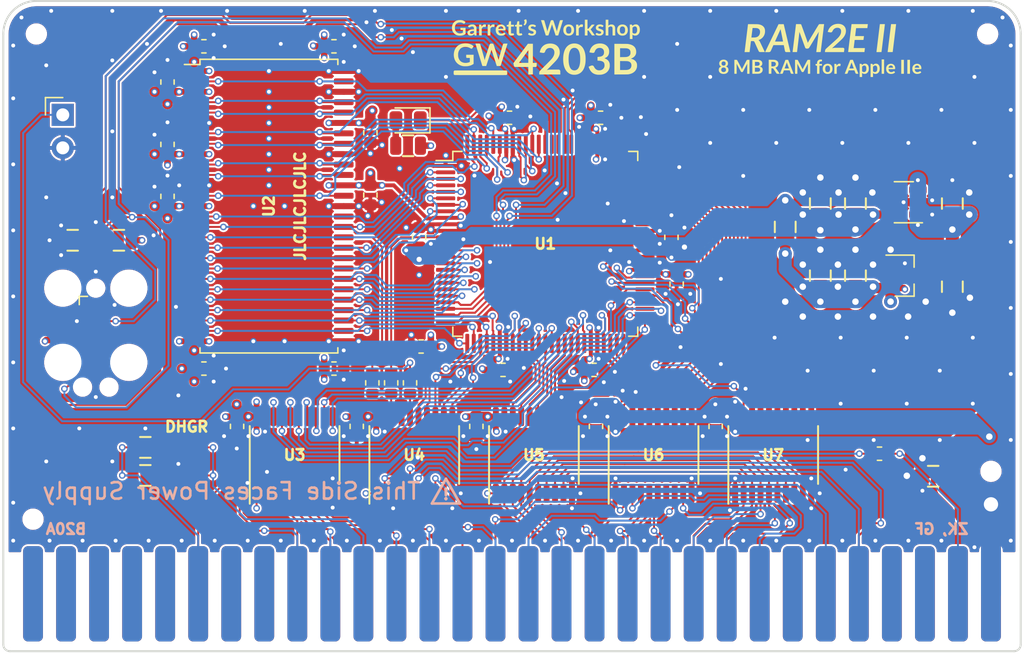
<source format=kicad_pcb>
(kicad_pcb (version 20221018) (generator pcbnew)
  (title_block (title "GW4203B (RAM2E II) - EPM240 / 5M240Z / AG256") (date "2023-10-21") (rev "2.1") (company "Garrett's Workshop"))
  (layers (0 "F.Cu" signal) (1 "In1.Cu" power) (2 "In2.Cu" power) (31 "B.Cu" signal) (34 "B.Paste" user) (35 "F.Paste" user) (36 "B.SilkS" user "B.Silkscreen") (37 "F.SilkS" user "F.Silkscreen") (38 "B.Mask" user) (39 "F.Mask" user) (44 "Edge.Cuts" user))
  (net 0 "")
  (net 1 "+5V")
  (net 2 "GND")
  (net 3 "/Vid7M")
  (net 4 "/~{SYNC}")
  (net 5 "/~{PRAS}")
  (net 6 "/VC")
  (net 7 "/~{C07X}")
  (net 8 "/~{WNDW}")
  (net 9 "/SEGA")
  (net 10 "/ROMEN1")
  (net 11 "/ROMEN2")
  (net 12 "/MD7")
  (net 13 "/MD6")
  (net 14 "/MD5")
  (net 15 "/MD4")
  (net 16 "/PHI0")
  (net 17 "/~{CLRGAT}")
  (net 18 "/~{80VID}")
  (net 19 "/~{PCAS}")
  (net 20 "/~{LDPS}")
  (net 21 "/R~{W}80")
  (net 22 "/PHI1")
  (net 23 "/~{CASEN}")
  (net 24 "/MD3")
  (net 25 "/MD2")
  (net 26 "/MD1")
  (net 27 "/MD0")
  (net 28 "/H0")
  (net 29 "/AN3")
  (net 30 "/~{EN80}")
  (net 31 "/~{ALTVID}")
  (net 32 "/~{SEROUT}")
  (net 33 "/~{ENVID}")
  (net 34 "/R~{W}")
  (net 35 "/Q3")
  (net 36 "/SEGB")
  (net 37 "/~{RA9}")
  (net 38 "/~{RA10}")
  (net 39 "/GR")
  (net 40 "/~{ENTMG}")
  (net 41 "/MA6")
  (net 42 "/MA5")
  (net 43 "/MA4")
  (net 44 "/MA3")
  (net 45 "/MA2")
  (net 46 "/MA1")
  (net 47 "/MA0")
  (net 48 "/MA7")
  (net 49 "/C7M")
  (net 50 "/C14M")
  (net 51 "/C3M58")
  (net 52 "/VD0")
  (net 53 "/VD1")
  (net 54 "/VD2")
  (net 55 "/VD3")
  (net 56 "/VD4")
  (net 57 "/VD5")
  (net 58 "/VD6")
  (net 59 "/VD7")
  (net 60 "+3V3")
  (net 61 "/TDI")
  (net 62 "Net-(D1-A)")
  (net 65 "/TMS")
  (net 66 "/TDO")
  (net 67 "/TCK")
  (net 68 "/RD5")
  (net 69 "/RD4")
  (net 70 "/RD3")
  (net 71 "/RD2")
  (net 72 "/RD7")
  (net 73 "/RD6")
  (net 74 "/RD0")
  (net 75 "/RD1")
  (net 76 "/DQMH")
  (net 77 "/~{WE}")
  (net 78 "/~{CAS}")
  (net 79 "/CKE")
  (net 80 "/~{RAS}")
  (net 81 "/BA0")
  (net 82 "/RA11")
  (net 83 "/~{CS}")
  (net 84 "/BA1")
  (net 85 "/RA9")
  (net 86 "/RA10")
  (net 87 "/RA8")
  (net 88 "/RA0")
  (net 89 "/RA7")
  (net 90 "/RA1")
  (net 91 "/RA6")
  (net 92 "/RA4")
  (net 93 "/RA3")
  (net 94 "/~{EN80}in")
  (net 95 "/RA5")
  (net 96 "/RA2")
  (net 97 "/R~{W}80in")
  (net 98 "/Ain5")
  (net 99 "/PHI1in")
  (net 100 "/Ain6")
  (net 102 "Net-(U4-B2)")
  (net 103 "Net-(U4-B0)")
  (net 105 "/DQML")
  (net 106 "/~{C07X}in")
  (net 107 "/R~{W}in")
  (net 108 "/Ain0")
  (net 109 "/Ain1")
  (net 110 "/Ain2")
  (net 111 "/Ain3")
  (net 112 "/Ain4")
  (net 113 "/Ain7")
  (net 114 "/Din0")
  (net 115 "/Din1")
  (net 116 "/Din2")
  (net 117 "/Din3")
  (net 118 "/Din4")
  (net 119 "/Din5")
  (net 120 "/Din6")
  (net 121 "/Din7")
  (net 122 "/V~{OE}")
  (net 123 "/Vout7")
  (net 124 "/Vout6")
  (net 125 "/Vout5")
  (net 126 "/Vout4")
  (net 127 "/Vout3")
  (net 128 "/Vout2")
  (net 129 "/Vout1")
  (net 130 "/Vout0")
  (net 131 "/D~{OE}")
  (net 132 "/Dout0")
  (net 133 "/Dout1")
  (net 134 "/Dout2")
  (net 135 "/Dout3")
  (net 136 "/Dout4")
  (net 137 "/Dout5")
  (net 138 "/Dout6")
  (net 139 "/Dout7")
  (net 140 "/RCLK")
  (net 141 "/ACLK")
  (net 143 "/~{FRCTXT}")
  (net 148 "/~{80VID}in")
  (net 149 "+1V8")
  (net 151 "/C14MB")
  (net 153 "/C14MR")
  (net 156 "/LED")
  (footprint "stdpads:Fiducial" (layer "F.Cu") (at 203.2 129.54)
    (fp_text reference "FID1")
    (fp_text value "Fiducial" hide)
  )
  (footprint "stdpads:Fiducial" (layer "F.Cu") (at 271.526 92.202)
    (fp_text reference "FID3")
    (fp_text value "Fiducial" hide)
  )
  (footprint "stdpads:TSSOP-20_4.4x6.5mm_P0.65mm" (layer "F.Cu") (at 239.175 124.6)
    (fp_text reference "U5")
    (fp_text value "74AHC245PW")
  )
  (footprint "stdpads:C_0603" (layer "F.Cu") (at 234.75 122.4 -90)
    (fp_text reference "C9")
    (fp_text value "2u2")
  )
  (footprint "stdpads:C_0603" (layer "F.Cu") (at 253.15 122.4 -90)
    (fp_text reference "C11")
    (fp_text value "2u2")
  )
  (footprint "stdpads:TSSOP-20_4.4x6.5mm_P0.65mm" (layer "F.Cu") (at 257.575 124.6)
    (fp_text reference "U7")
    (fp_text value "74AHCT245PW")
  )
  (footprint "stdpads:C_0603" (layer "F.Cu") (at 243.95 122.4 -90)
    (fp_text reference "C10")
    (fp_text value "2u2")
  )
  (footprint "stdpads:TSSOP-20_4.4x6.5mm_P0.65mm" (layer "F.Cu") (at 220.775 124.6)
    (fp_text reference "U3")
    (fp_text value "74AHC245PW")
  )
  (footprint "stdpads:TSSOP-20_4.4x6.5mm_P0.65mm" (layer "F.Cu") (at 248.375 124.6)
    (fp_text reference "U6")
    (fp_text value "74AHCT245PW")
  )
  (footprint "stdpads:AppleIIeAux_Edge" (layer "F.Cu") (at 237.49 135.382)
    (fp_text reference "J1" hide)
    (fp_text value "AppleIIeAux" hide)
  )
  (footprint "stdpads:TSSOP-20_4.4x6.5mm_P0.65mm" (layer "F.Cu") (at 229.975 124.6)
    (fp_text reference "U4")
    (fp_text value "74LVC245APW")
  )
  (footprint "stdpads:C_0603" (layer "F.Cu") (at 225.55 122.4 -90)
    (fp_text reference "C8")
    (fp_text value "2u2")
  )
  (footprint "stdpads:C_0603" (layer "F.Cu") (at 226.6 104.6 -90)
    (fp_text reference "C26")
    (fp_text value "2u2")
  )
  (footprint "stdpads:C_0603" (layer "F.Cu") (at 211 100.7 90)
    (fp_text reference "C22")
    (fp_text value "2u2")
  )
  (footprint "stdpads:C_0603" (layer "F.Cu") (at 211 95.9 90)
    (fp_text reference "C21")
    (fp_text value "2u2")
  )
  (footprint "stdpads:C_0603" (layer "F.Cu") (at 237.3 98.65)
    (fp_text reference "C18")
    (fp_text value "2u2")
  )
  (footprint "stdpads:C_0603" (layer "F.Cu") (at 244.3 98.65)
    (fp_text reference "C17")
    (fp_text value "2u2")
  )
  (footprint "stdpads:C_0603" (layer "F.Cu") (at 243.8 118.05)
    (fp_text reference "C14")
    (fp_text value "2u2")
  )
  (footprint "stdpads:C_0603" (layer "F.Cu") (at 236.8 118.05)
    (fp_text reference "C13")
    (fp_text value "2u2")
  )
  (footprint "stdpads:C_0603" (layer "F.Cu") (at 249.75 107.85 90)
    (fp_text reference "C16")
    (fp_text value "2u2")
  )
  (footprint "stdpads:C_0603" (layer "F.Cu") (at 230.35 107.85 90)
    (fp_text reference "C19")
    (fp_text value "2u2")
  )
  (footprint "stdpads:C_0603" (layer "F.Cu") (at 211 104.7 90)
    (fp_text reference "C23")
    (fp_text value "2u2")
  )
  (footprint "stdpads:C_0603" (layer "F.Cu") (at 226.6 99.8 -90)
    (fp_text reference "C27")
    (fp_text value "2u2")
  )
  (footprint "stdpads:TSOP-II-54_22.2x10.16mm_P0.8mm" (layer "F.Cu") (at 218.8 105.45 -90)
    (fp_text reference "U2")
    (fp_text value "W9812G6KH-6")
  )
  (footprint "stdpads:C_0603" (layer "F.Cu") (at 230.5 116.25 180)
    (fp_text reference "C12")
    (fp_text value "2u2")
  )
  (footprint "stdpads:Fiducial" (layer "F.Cu") (at 203.454 92.202)
    (fp_text reference "FID2")
    (fp_text value "Fiducial" hide)
  )
  (footprint "stdpads:PasteHole_1.1mm_PTH" (layer "F.Cu") (at 274.32 128.397)
    (fp_text reference "H5")
    (fp_text value " " hide)
  )
  (footprint "stdpads:TQFP-100_14x14mm_P0.5mm" (layer "F.Cu") (at 240.05 108.35 -90)
    (fp_text reference "U1")
    (fp_text value "EPM240T100")
  )
  (footprint "stdpads:C_0805" (layer "F.Cu") (at 269.875 126.238 180)
    (fp_text reference "C29")
    (fp_text value "10u")
  )
  (footprint "stdpads:Fiducial" (layer "F.Cu") (at 270.129 129.286)
    (fp_text reference "FID4")
    (fp_text value "Fiducial" hide)
  )
  (footprint "stdpads:C_0805" (layer "F.Cu") (at 271.35 111.65 -90)
    (fp_text reference "C1")
    (fp_text value "10u")
  )
  (footprint "stdpads:C_0603" (layer "F.Cu") (at 250.15 111.45 -90)
    (fp_text reference "C15")
    (fp_text value "2u2")
  )
  (footprint "stdpads:C_0603" (layer "F.Cu") (at 223.8 93.15)
    (fp_text reference "C28")
    (fp_text value "2u2")
  )
  (footprint "stdpads:TC2050" (layer "F.Cu") (at 205.486 115.57 -90)
    (fp_text reference "J2")
    (fp_text value "JTAG")
  )
  (footprint "stdpads:R_0805" (layer "F.Cu") (at 209.296 126.1745)
    (fp_text reference "R7")
    (fp_text value "DNP")
  )
  (footprint "stdpads:R_0805" (layer "F.Cu") (at 203.708 108.077 180)
    (fp_text reference "R9")
    (fp_text value "22k")
  )
  (footprint "stdpads:R_0805" (layer "F.Cu") (at 207.264 108.077 180)
    (fp_text reference "R10")
    (fp_text value "22k")
  )
  (footprint "stdpads:R_0805" (layer "F.Cu") (at 209.296 124.0155)
    (fp_text reference "R6")
    (fp_text value "0")
  )
  (footprint "stdpads:PasteHole_1.152mm_NPTH" (layer "F.Cu") (at 200.66 129.54)
    (fp_text reference "H1")
    (fp_text value " " hide)
  )
  (footprint "stdpads:PasteHole_1.152mm_NPTH" (layer "F.Cu") (at 200.914 92.202)
    (fp_text reference "H2")
    (fp_text value " " hide)
  )
  (footprint "stdpads:PasteHole_1.152mm_NPTH" (layer "F.Cu") (at 274.066 92.202)
    (fp_text reference "H3")
    (fp_text value " " hide)
  )
  (footprint "stdpads:PasteHole_1.152mm_NPTH" (layer "F.Cu") (at 274.32 125.857)
    (fp_text reference "H4")
    (fp_text value " " hide)
  )
  (footprint "stdpads:C_0805" (layer "F.Cu") (at 263.9 110.8 90)
    (fp_text reference "C2")
    (fp_text value "10u")
  )
  (footprint "stdpads:SOT-23" (layer "F.Cu") (at 267.65 110.8 180)
    (fp_text reference "U8")
    (fp_text value "XC6206P332MR")
  )
  (footprint "stdpads:C_0805" (layer "F.Cu") (at 261.2 110.8 90)
    (fp_text reference "C3")
    (fp_text value "10u")
  )
  (footprint "stdpads:C_0603" (layer "F.Cu") (at 213.8 93.15)
    (fp_text reference "C20")
    (fp_text value "2u2")
  )
  (footprint "stdpads:C_0603" (layer "F.Cu") (at 216.35 122.4 -90)
    (fp_text reference "C7")
    (fp_text value "2u2")
  )
  (footprint "stdpads:C_0603" (layer "F.Cu") (at 213.8 117.95)
    (fp_text reference "C24")
    (fp_text value "2u2")
  )
  (footprint "stdpads:SOT-23-5" (layer "F.Cu") (at 267.65 105.15 90)
    (fp_text reference "U9")
    (fp_text value "AP2127K-1.8TRG1")
  )
  (footprint "stdpads:C_0805" (layer "F.Cu") (at 263.9 105.25 90)
    (fp_text reference "C4")
    (fp_text value "10u")
  )
  (footprint "stdpads:C_0805" (layer "F.Cu") (at 261.2 105.25 90)
    (fp_text reference "C5")
    (fp_text value "10u")
  )
  (footprint "stdpads:C_0805" (layer "F.Cu") (at 271.35 105.25 90)
    (fp_text reference "C6")
    (fp_text value "10u")
  )
  (footprint "stdpads:R_0805" (layer "F.Cu") (at 258.5 107.05 90)
    (fp_text reference "R1")
    (fp_text value "0 ")
  )
  (footprint "stdpads:R_0603" (layer "F.Cu") (at 229.65 119.05 -90)
    (fp_text reference "R3")
    (fp_text value "47")
  )
  (footprint "Connector_PinHeader_2.54mm:PinHeader_1x02_P2.54mm_Vertical" (layer "F.Cu") (at 202.946 98.425)
    (fp_text reference "J3" hide)
    (fp_text value "C14M")
  )
  (footprint "stdpads:R_0603" (layer "F.Cu") (at 265.75 124.5)
    (fp_text reference "R2")
    (fp_text value "47")
  )
  (footprint "stdpads:C_0603" (layer "F.Cu") (at 223.8 117.95)
    (fp_text reference "C25")
    (fp_text value "2u2")
  )
  (footprint "stdpads:R_0603" (layer "F.Cu") (at 228.2 119.05 -90)
    (fp_text reference "R5")
    (fp_text value "47")
  )
  (footprint "stdpads:R_0603" (layer "F.Cu") (at 226.75 119.05 -90)
    (fp_text reference "R4")
    (fp_text value "47")
  )
  (footprint "stdpads:R_0805" (layer "F.Cu") (at 229.5 100.8)
    (fp_text reference "R8")
    (fp_text value "220")
  )
  (footprint "stdpads:LED_0805" (layer "F.Cu") (at 229.5 98.85 180)
    (fp_text reference "D1")
    (fp_text value "Amber")
  )
  (footprint "LOGO" (layer "F.Cu") (at 261.1755 93.2815)
    (fp_text reference "G***" hide)
    (fp_text value "LOGO" hide)
  )
  (footprint "LOGO" (layer "F.Cu") (at 240.0935 93.4085)
    (fp_text reference "G***" hide)
    (fp_text value "LOGO" hide)
  )
  (gr_line (start 233.4895 128.3335) (end 231.3305 128.3335) (stroke (width 0.2)) (layer "B.SilkS"))
  (gr_line (start 231.3305 128.3335) (end 232.41 126.4285) (stroke (width 0.2)) (layer "B.SilkS"))
  (gr_line (start 232.41 126.4285) (end 233.4895 128.3335) (stroke (width 0.2)) (layer "B.SilkS"))
  (gr_line (start 276.098 139.7) (end 198.882 139.7) (stroke (width 0.15)) (layer "Edge.Cuts"))
  (gr_arc (start 276.606 139.192) (mid 276.45721 139.55121) (end 276.098 139.7) (stroke (width 0.15)) (layer "Edge.Cuts"))
  (gr_arc (start 198.882 139.7) (mid 198.52279 139.55121) (end 198.374 139.192) (stroke (width 0.15)) (layer "Edge.Cuts"))
  (gr_line (start 198.374 92.202) (end 198.374 139.192) (stroke (width 0.15)) (layer "Edge.Cuts"))
  (gr_arc (start 274.066 89.662) (mid 275.862051 90.405949) (end 276.606 92.202) (stroke (width 0.15)) (layer "Edge.Cuts"))
  (gr_line (start 200.914 89.662) (end 274.066 89.662) (stroke (width 0.15)) (layer "Edge.Cuts"))
  (gr_arc (start 198.374 92.202) (mid 199.117949 90.405949) (end 200.914 89.662) (stroke (width 0.15)) (layer "Edge.Cuts"))
  (gr_line (start 276.606 92.202) (end 276.606 139.192) (stroke (width 0.15)) (layer "Edge.Cuts"))
  (gr_text "ZK, GF" (at 270.51 130.302) (layer "B.SilkS") (effects (font (size 0.8128 0.8128) (thickness 0.2032)) (justify mirror)))
  (gr_text "!" (at 232.41 127.635) (layer "B.SilkS") (effects (font (size 0.8128 0.8128) (thickness 0.1905)) (justify mirror)))
  (gr_text "This Side Faces Power Supply" (at 215.9 127.381) (layer "B.SilkS") (effects (font (size 1.27 1.27) (thickness 0.2)) (justify mirror)))
  (gr_text "B20A" (at 203.2 130.302) (layer "B.SilkS") (effects (font (size 0.8128 0.8128) (thickness 0.2032)) (justify mirror)))
  (gr_text "DHGR" (at 212.471 122.428) (layer "F.SilkS") (effects (font (size 0.8128 0.8128) (thickness 0.2032))))
  (gr_text "JLCJLCJLCJLC" (at 221.2 105.45 90) (layer "F.SilkS") (effects (font (size 0.8128 0.8128) (thickness 0.2032))))
  (segment (start 243.925 121.65) (end 244.825 121.65) (width 0.762) (layer "F.Cu") (net 1))
  (segment (start 245.45 121.65) (end 245.45 122.8) (width 0.45) (layer "F.Cu") (net 1))
  (segment (start 245.45 121.65) (end 245.45 120.5) (width 0.45) (layer "F.Cu") (net 1))
  (segment (start 243.925 121.65) (end 243.925 120.7) (width 0.762) (layer "F.Cu") (net 1))
  (segment (start 245.45 121.65) (end 244.825 121.65) (width 0.45) (layer "F.Cu") (net 1))
  (segment (start 253.125 121.65) (end 254.025 121.65) (width 0.762) (layer "F.Cu") (net 1))
  (segment (start 254.65 121.65) (end 254.025 121.65) (width 0.45) (layer "F.Cu") (net 1))
  (segment (start 253.125 121.65) (end 253.125 120.7) (width 0.762) (layer "F.Cu") (net 1))
  (segment (start 254.65 121.65) (end 254.65 120.5) (width 0.45) (layer "F.Cu") (net 1))
  (segment (start 254.65 121.65) (end 254.65 122.8) (width 0.45) (layer "F.Cu") (net 1))
  (segment (start 269.8 106.1) (end 271.35 106.1) (width 0.8) (layer "F.Cu") (net 1))
  (segment (start 271.35 110.8) (end 271.35 107.25) (width 1) (layer "F.Cu") (net 1))
  (segment (start 271.35 107.25) (end 271.35 106.1) (width 1) (layer "F.Cu") (net 1))
  (segment (start 268.7 106.1) (end 269.8 106.1) (width 0.6) (layer "F.Cu") (net 1))
  (segment (start 271.35 106.1) (end 272.65 106.1) (width 1) (layer "F.Cu") (net 1))
  (segment (start 268.7 106.1) (end 268.7 106.9) (width 0.65) (layer "F.Cu") (net 1))
  (segment (start 274.5 111.6) (end 274.5 123.3) (width 1) (layer "F.Cu") (net 1))
  (segment (start 274.5 123.3) (end 272.288 125.512) (width 1) (layer "F.Cu") (net 1))
  (segment (start 243.925 121.65) (end 243.1 121.65) (width 0.508) (layer "F.Cu") (net 1))
  (segment (start 270.725 124.475) (end 274.5 120.7) (width 0.8) (layer "F.Cu") (net 1))
  (segment (start 272.288 128.778) (end 272.288 129.159) (width 1) (layer "F.Cu") (net 1))
  (segment (start 270.725 125.261) (end 270.725 124.475) (width 0.8) (layer "F.Cu") (net 1))
  (segment (start 268.7 104.2) (end 268.7 103.45) (width 0.65) (layer "F.Cu") (net 1))
  (segment (start 274.32 131.191) (end 274.32 135.282) (width 1.524) (layer "F.Cu") (net 1))
  (segment (start 270.725 126.238) (end 272.288 126.238) (width 1) (layer "F.Cu") (net 1))
  (segment (start 272.288 125.095) (end 272.288 126.238) (width 1.524) (layer "F.Cu") (net 1))
  (segment (start 274.5 120.7) (end 274.5 111.6) (width 0.8) (layer "F.Cu") (net 1))
  (segment (start 268.7 110.8) (end 271.35 110.8) (width 0.8) (layer "F.Cu") (net 1))
  (segment (start 274.193 123.19) (end 272.288 125.095) (width 1.524) (layer "F.Cu") (net 1))
  (segment (start 270.725 125.261) (end 274.193 121.793) (width 0.8) (layer "F.Cu") (net 1))
  (segment (start 253.125 121.65) (end 252.3 121.65) (width 0.508) (layer "F.Cu") (net 1))
  (segment (start 270.725 127.215) (end 272.288 128.778) (width 0.8) (layer "F.Cu") (net 1))
  (segment (start 270.725 126.238) (end 270.725 125.261) (width 0.8) (layer "F.Cu") (net 1))
  (segment (start 273.7 110.8) (end 274.5 111.6) (width 1) (layer "F.Cu") (net 1))
  (segment (start 273.8 111.6) (end 274.5 111.6) (width 1) (layer "F.Cu") (net 1))
  (segment (start 273 110.8) (end 273.8 111.6) (width 1) (layer "F.Cu") (net 1))
  (segment (start 272.288 126.238) (end 272.288 129.159) (width 1.524) (layer "F.Cu") (net 1))
  (segment (start 270.725 126.238) (end 270.725 127.215) (width 0.8) (layer "F.Cu") (net 1))
  (segment (start 272.288 129.159) (end 274.32 131.191) (width 1.524) (layer "F.Cu") (net 1))
  (segment (start 274.1295 123.2535) (end 272.288 125.095) (width 1.524) (layer "F.Cu") (net 1))
  (segment (start 274.193 123.19) (end 274.1295 123.2535) (width 1.524) (layer "F.Cu") (net 1))
  (segment (start 272.288 125.512) (end 272.288 129.159) (width 1) (layer "F.Cu") (net 1))
  (segment (start 274.193 123.19) (end 274.193 111.693) (width 1.524) (layer "F.Cu") (net 1))
  (segment (start 271.35 110.8) (end 273.7 110.8) (width 1) (layer "F.Cu") (net 1))
  (segment (start 271.35 110.8) (end 273 110.8) (width 1) (layer "F.Cu") (net 1))
  (via (at 245.45 122.8) (size 0.5) (drill 0.3) (layers "F.Cu" "B.Cu") (net 1))
  (via (at 243.925 120.7) (size 0.5) (drill 0.3) (layers "F.Cu" "B.Cu") (net 1))
  (via (at 244.825 121.65) (size 0.5) (drill 0.3) (layers "F.Cu" "B.Cu") (net 1))
  (via (at 245.45 120.5) (size 0.5) (drill 0.3) (layers "F.Cu" "B.Cu") (net 1))
  (via (at 254.65 122.8) (size 0.5) (drill 0.3) (layers "F.Cu" "B.Cu") (net 1))
  (via (at 253.125 120.7) (size 0.5) (drill 0.3) (layers "F.Cu" "B.Cu") (net 1))
  (via (at 254.025 121.65) (size 0.5) (drill 0.3) (layers "F.Cu" "B.Cu") (net 1))
  (via (at 254.65 120.5) (size 0.5) (drill 0.3) (layers "F.Cu" "B.Cu") (net 1))
  (via (at 269.8 106.1) (size 0.6) (drill 0.3) (layers "F.Cu" "B.Cu") (net 1))
  (via (at 272.65 106.1) (size 1) (drill 0.5) (layers "F.Cu" "B.Cu") (net 1))
  (via (at 271.35 107.25) (size 1) (drill 0.5) (layers "F.Cu" "B.Cu") (net 1))
  (via (at 268.7 106.9) (size 0.6) (drill 0.3) (layers "F.Cu" "B.Cu") (net 1))
  (via (at 274.193 123.19) (size 1) (drill 0.5) (layers "F.Cu" "B.Cu") (net 1))
  (via (at 243.1 121.65) (size 0.5) (drill 0.3) (layers "F.Cu" "B.Cu") (net 1))
  (via (at 252.3 121.65) (size 0.5) (drill 0.3) (layers "F.Cu" "B.Cu") (net 1))
  (via (at 268.7 103.45) (size 0.6) (drill 0.3) (layers "F.Cu" "B.Cu") (net 1))
  (segment (start 269.5 106.1) (end 268.7 106.9) (width 1.27) (layer "B.Cu") (net 1))
  (segment (start 271.35 107.25) (end 270.2 106.1) (width 1.27) (layer "B.Cu") (net 1))
  (segment (start 271.35 107.25) (end 272.5 106.1) (width 1.27) (layer "B.Cu") (net 1))
  (segment (start 272.65 106.1) (end 271.5 107.25) (width 1.27) (layer "B.Cu") (net 1))
  (segment (start 272.5 106.1) (end 272.65 106.1) (width 1.27) (layer "B.Cu") (net 1))
  (segment (start 269.05 107.25) (end 268.7 106.9) (width 1.27) (layer "B.Cu") (net 1))
  (segment (start 271.5 107.25) (end 271.35 107.25) (width 1.27) (layer "B.Cu") (net 1))
  (segment (start 271.35 107.25) (end 269.05 107.25) (width 1.27) (layer "B.Cu") (net 1))
  (segment (start 272.65 106.1) (end 269.5 106.1) (width 1.27) (layer "B.Cu") (net 1))
  (segment (start 270.2 106.1) (end 269.8 106.1) (width 1.27) (layer "B.Cu") (net 1))
  (segment (start 255.1 122.35) (end 273.35 122.35) (width 0.5) (layer "B.Cu") (net 1))
  (segment (start 254.025 121.65) (end 254.025 122.175) (width 0.508) (layer "B.Cu") (net 1))
  (segment (start 245.45 122.8) (end 245.45 120.5) (width 0.508) (layer "B.Cu") (net 1))
  (segment (start 253.125 120.7) (end 252.175 121.65) (width 1) (layer "B.Cu") (net 1))
  (segment (start 268.7 103.45) (end 268.7 105.05) (width 0.65) (layer "B.Cu") (net 1))
  (segment (start 252.3 121.65) (end 244.825 121.65) (width 1) (layer "B.Cu") (net 1))
  (segment (start 245.45 120.5) (end 245.55 120.6) (width 0.5) (layer "B.Cu") (net 1))
  (segment (start 254.025 121.125) (end 254.65 120.5) (width 0.508) (layer "B.Cu") (net 1))
  (segment (start 245.35 120.6) (end 245.35 122.7) (width 0.5) (layer "B.Cu") (net 1))
  (segment (start 254.65 120.5) (end 254.75 120.6) (width 0.5) (layer "B.Cu") (net 1))
  (segment (start 254.025 121.65) (end 254.025 121.125) (width 0.508) (layer "B.Cu") (net 1))
  (segment (start 254.025 121.6) (end 254.025 121.65) (width 1) (layer "B.Cu") (net 1))
  (segment (start 254.65 122.8) (end 273.803 122.8) (width 0.45) (layer "B.Cu") (net 1))
  (segment (start 254.65 120.5) (end 255.8 121.65) (width 0.5) (layer "B.Cu") (net 1))
  (segment (start 253.125 120.7) (end 254.5 120.7) (width 1) (layer "B.Cu") (net 1))
  (segment (start 269.75 106.1) (end 272.65 106.1) (width 0.65) (layer "B.Cu") (net 1))
  (segment (start 245.45 120.5) (end 245.35 120.6) (width 0.5) (layer "B.Cu") (net 1))
  (segment (start 246.6 121.65) (end 252.3 121.65) (width 0.5) (layer "B.Cu") (net 1))
  (segment (start 254.65 122.8) (end 254.65 120.5) (width 0.508) (layer "B.Cu") (net 1))
  (segment (start 244.3 121.65) (end 245.45 122.8) (width 0.5) (layer "B.Cu") (net 1))
  (segment (start 274.193 123.19) (end 273.3515 122.3485) (width 1) (layer "B.Cu") (net 1))
  (segment (start 245.55 120.95) (end 245.55 121.65) (width 1) (layer "B.Cu") (net 1))
  (segment (start 273.35 122.35) (end 273.3515 122.3485) (width 0.5) (layer "B.Cu") (net 1))
  (segment (start 243.1 121.65) (end 243.1 121.525) (width 1) (layer "B.Cu") (net 1))
  (segment (start 245.45 122.8) (end 246.6 121.65) (width 0.5) (layer "B.Cu") (net 1))
  (segment (start 245.55 120.6) (end 245.55 121.65) (width 0.5) (layer "B.Cu") (net 1))
  (segment (start 245.55 122.7) (end 245.45 122.8) (width 0.5) (layer "B.Cu") (net 1))
  (segment (start 243.1 121.525) (end 243.925 120.7) (width 1) (layer "B.Cu") (net 1))
  (segment (start 254.5 120.7) (end 255.45 121.65) (width 1) (layer "B.Cu") (net 1))
  (segment (start 268.7 103.45) (end 268.7 106.9) (width 1.27) (layer "B.Cu") (net 1))
  (segment (start 252.3 121.65) (end 253.5 121.65) (width 0.5) (layer "B.Cu") (net 1))
  (segment (start 254.55 120.6) (end 254.55 122.7) (width 0.5) (layer "B.Cu") (net 1))
  (segment (start 253.5 121.65) (end 254.65 122.8) (width 0.5) (layer "B.Cu") (net 1))
  (segment (start 254.75 122.7) (end 254.65 122.8) (width 0.5) (layer "B.Cu") (net 1))
  (segment (start 244.825 122.175) (end 245.45 122.8) (width 0.508) (layer "B.Cu") (net 1))
  (segment (start 245.35 122.7) (end 245.45 122.8) (width 0.5) (layer "B.Cu") (net 1))
  (segment (start 244.825 121.65) (end 244.825 121.125) (width 0.508) (layer "B.Cu") (net 1))
  (segment (start 254.65 122.8) (end 255.1 122.35) (width 0.5) (layer "B.Cu") (net 1))
  (segment (start 245.45 120.5) (end 246.6 121.65) (width 0.5) (layer "B.Cu") (net 1))
  (segment (start 254.025 122.175) (end 254.65 122.8) (width 0.508) (layer "B.Cu") (net 1))
  (segment (start 254.65 120.5) (end 254.55 120.6) (width 0.5) (layer "B.Cu") (net 1))
  (segment (start 255.1 122.35) (end 255.8 121.65) (width 0.5) (layer "B.Cu") (net 1))
  (segment (start 245.55 121.65) (end 245.55 122.7) (width 0.5) (layer "B.Cu") (net 1))
  (segment (start 254.75 120.6) (end 254.75 122.7) (width 0.5) (layer "B.Cu") (net 1))
  (segment (start 273.3515 122.3485) (end 272.653 121.65) (width 1) (layer "B.Cu") (net 1))
  (segment (start 254.55 122.7) (end 254.65 122.8) (width 0.5) (layer "B.Cu") (net 1))
  (segment (start 244.825 121.6) (end 244.825 121.65) (width 0.5) (layer "B.Cu") (net 1))
  (segment (start 244.825 121.65) (end 243.1 121.65) (width 1) (layer "B.Cu") (net 1))
  (segment (start 244.3 121.65) (end 245.45 120.5) (width 0.5) (layer "B.Cu") (net 1))
  (segment (start 244.825 121.125) (end 245.45 120.5) (width 0.508) (layer "B.Cu") (net 1))
  (segment (start 254.025 121.65) (end 252.3 121.65) (width 1) (layer "B.Cu") (net 1))
  (segment (start 243.1 121.65) (end 244.3 121.65) (width 0.5) (layer "B.Cu") (net 1))
  (segment (start 252.175 121.65) (end 244.825 121.65) (width 1) (layer "B.Cu") (net 1))
  (segment (start 272.653 121.65) (end 254.025 121.65) (width 1) (layer "B.Cu") (net 1))
  (segment (start 245.3 120.7) (end 245.55 120.95) (width 1) (layer "B.Cu") (net 1))
  (segment (start 243.925 120.7) (end 244.825 121.6) (width 0.5) (layer "B.Cu") (net 1))
  (segment (start 268.7 105.05) (end 269.75 106.1) (width 0.65) (layer "B.Cu") (net 1))
  (segment (start 244.825 121.65) (end 244.825 122.175) (width 0.508) (layer "B.Cu") (net 1))
  (segment (start 243.925 120.7) (end 245.3 120.7) (width 1) (layer "B.Cu") (net 1))
  (segment (start 273.803 122.8) (end 274.193 123.19) (width 0.45) (layer "B.Cu") (net 1))
  (segment (start 253.125 120.7) (end 254.025 121.6) (width 1) (layer "B.Cu") (net 1))
  (segment (start 234.725 123.15) (end 233.75 123.15) (width 0.762) (layer "F.Cu") (net 2))
  (segment (start 234.725 123.15) (end 235.625 123.15) (width 0.508) (layer "F.Cu") (net 2))
  (segment (start 243.925 123.15) (end 242.95 123.15) (width 0.762) (layer "F.Cu") (net 2))
  (segment (start 243.925 123.15) (end 244.825 123.15) (width 0.508) (layer "F.Cu") (net 2))
  (segment (start 253.125 123.15) (end 252.15 123.15) (width 0.762) (layer "F.Cu") (net 2))
  (segment (start 253.125 123.15) (end 254.025 123.15) (width 0.508) (layer "F.Cu") (net 2))
  (segment (start 216.325 123.15) (end 217.225 123.15) (width 0.508) (layer "F.Cu") (net 2))
  (segment (start 216.325 123.15) (end 215.35 123.15) (width 0.762) (layer "F.Cu") (net 2))
  (segment (start 216.325 123.15) (end 216.325 124.1) (width 0.762) (layer "F.Cu") (net 2))
  (segment (start 225.525 123.15) (end 226.425 123.15) (width 0.508) (layer "F.Cu") (net 2))
  (segment (start 225.525 123.15) (end 224.55 123.15) (width 0.762) (layer "F.Cu") (net 2))
  (segment (start 248.85 107.35) (end 249.1 107.1) (width 0.508) (layer "F.Cu") (net 2))
  (segment (start 249.75 107.1) (end 250.75 107.1) (width 0.762) (layer "F.Cu") (net 2))
  (segment (start 224.55 115.85) (end 223.4 115.85) (width 0.45) (layer "F.Cu") (net 2))
  (segment (start 213.05 99.05) (end 214.2 99.05) (width 0.45) (layer "F.Cu") (net 2))
  (segment (start 249.75 107.1) (end 249.75 106.15) (width 0.762) (layer "F.Cu") (net 2))
  (segment (start 213.05 103.85) (end 214.2 103.85) (width 0.45) (layer "F.Cu") (net 2))
  (segment (start 249.1 107.1) (end 249.75 107.1) (width 0.508) (layer "F.Cu") (net 2))
  (segment (start 213.05 103.85) (end 211.9 103.85) (width 0.45) (layer "F.Cu") (net 2))
  (segment (start 224.55 115.85) (end 225.7 115.85) (width 0.45) (layer "F.Cu") (net 2))
  (segment (start 211 99.95) (end 211 99) (width 0.762) (layer "F.Cu") (net 2))
  (segment (start 211 103.95) (end 211.8 103.95) (width 0.508) (layer "F.Cu") (net 2))
  (segment (start 226.6 105.35) (end 225.8 105.35) (width 0.508) (layer "F.Cu") (net 2))
  (segment (start 211 103.95) (end 210 103.95) (width 0.762) (layer "F.Cu") (net 2))
  (segment (start 245.05 98.65) (end 245.05 97.65) (width 0.762) (layer "F.Cu") (net 2))
  (segment (start 211.8 103.95) (end 211.9 103.85) (width 0.508) (layer "F.Cu") (net 2))
  (segment (start 211.05 99.05) (end 211 99) (width 0.508) (layer "F.Cu") (net 2))
  (segment (start 225.8 105.35) (end 225.7 105.45) (width 0.508) (layer "F.Cu") (net 2))
  (segment (start 230.35 107.1) (end 229.35 107.1) (width 0.6) (layer "F.Cu") (net 2))
  (segment (start 211 103.95) (end 211 103.1) (width 0.508) (layer "F.Cu") (net 2))
  (segment (start 213.05 99.05) (end 211.05 99.05) (width 0.508) (layer "F.Cu") (net 2))
  (segment (start 245.25 118.05) (end 245.4 118.2) (width 0.508) (layer "F.Cu") (net 2))
  (segment (start 244.55 118.05) (end 245.25 118.05) (width 0.508) (layer "F.Cu") (net 2))
  (segment (start 224.55 96.65) (end 225.7 96.65) (width 0.45) (layer "F.Cu") (net 2))
  (segment (start 224.55 105.45) (end 225.7 105.45) (width 0.45) (layer "F.Cu") (net 2))
  (segment (start 224.55 96.65) (end 223.4 96.65) (width 0.45) (layer "F.Cu") (net 2))
  (segment (start 224.55 95.05) (end 223.4 95.05) (width 0.45) (layer "F.Cu") (net 2))
  (segment (start 224.55 105.45) (end 223.4 105.45) (width 0.45) (layer "F.Cu") (net 2))
  (segment (start 224.55 95.05) (end 225.7 95.05) (width 0.45) (layer "F.Cu") (net 2))
  (segment (start 224.55 101.45) (end 223.4 101.45) (width 0.45) (layer "F.Cu") (net 2))
  (segment (start 237.15 117.1) (end 237.15 117.2) (width 0.3) (layer "F.Cu") (net 2))
  (segment (start 238.05 98.65) (end 238.05 99.45) (width 0.5) (layer "F.Cu") (net 2))
  (segment (start 238 99.5) (end 237.65 99.5) (width 0.4) (layer "F.Cu") (net 2))
  (segment (start 238.05 99.45) (end 238 99.5) (width 0.4) (layer "F.Cu") (net 2))
  (segment (start 237.05 116.025) (end 237.05 117) (width 0.3) (layer "F.Cu") (net 2))
  (segment (start 237.05 117) (end 237.15 117.1) (width 0.3) (layer "F.Cu") (net 2))
  (segment (start 237.55 100.675) (end 237.55 99.7) (width 0.3) (layer "F.Cu") (net 2))
  (segment (start 237.55 118.05) (end 237.55 117.25) (width 0.5) (layer "F.Cu") (net 2))
  (segment (start 237.65 99.6) (end 237.65 99.5) (width 0.3) (layer "F.Cu") (net 2))
  (segment (start 237.55 99.7) (end 237.65 99.6) (width 0.3) (layer "F.Cu") (net 2))
  (segment (start 237.55 117.15) (end 237.55 117.25) (width 0.3) (layer "F.Cu") (net 2))
  (segment (start 237.15 117.2) (end 237.2 117.15) (width 0.3) (layer "F.Cu") (net 2))
  (segment (start 237.65 99.5) (end 237.7 99.5) (width 0.254) (layer "F.Cu") (net 2))
  (segment (start 237.2 117.15) (end 237.55 117.15) (width 0.3) (layer "F.Cu") (net 2))
  (segment (start 214.55 93.15) (end 214.55 94.05) (width 0.5) (layer "F.Cu") (net 2))
  (segment (start 214.55 93.15) (end 215.4 93.15) (width 0.5) (layer "F.Cu") (net 2))
  (segment (start 214.55 93.15) (end 214.55 92.25) (width 0.5) (layer "F.Cu") (net 2))
  (segment (start 214.55 117.95) (end 214.55 116.95) (width 0.762) (layer "F.Cu") (net 2))
  (segment (start 214.55 117.95) (end 214.55 118.95) (width 0.762) (layer "F.Cu") (net 2))
  (segment (start 269.65 105.15) (end 268.7 105.15) (width 0.65) (layer "F.Cu") (net 2))
  (segment (start 269.8 105) (end 269.65 105.15) (width 0.65) (layer "F.Cu") (net 2))
  (segment (start 268.7 105.15) (end 267.6 105.15) (width 0.65) (layer "F.Cu") (net 2))
  (segment (start 271.35 104.4) (end 270.5 104.4) (width 1) (layer "F.Cu") (net 2))
  (segment (start 271.35 104.4) (end 271.35 103.45) (width 0.6) (layer "F.Cu") (net 2))
  (segment (start 271.35 104.4) (end 272.65 104.4) (width 1) (layer "F.Cu") (net 2))
  (segment (start 238.05 98.65) (end 238.8 98.65) (width 0.508) (layer "F.Cu") (net 2))
  (segment (start 242.1 127.55) (end 242.1 126.45) (width 0.45) (layer "F.Cu") (net 2))
  (segment (start 244.65 99.6) (end 244.65 99.5) (width 0.3) (layer "F.Cu") (net 2))
  (segment (start 226.6 100.55) (end 226.6 101.4) (width 0.5) (layer "F.Cu") (net 2))
  (segment (start 261.2 104.4) (end 261.2 103.25) (width 1) (layer "F.Cu") (net 2))
  (segment (start 244.05 116.025) (end 244.05 117) (width 0.3) (layer "F.Cu") (net 2))
  (segment (start 250.15 112.2) (end 251.2 112.2) (width 0.8) (layer "F.Cu") (net 2))
  (segment (start 232.375 107.35) (end 231.35 107.35) (width 0.3) (layer "F.Cu") (net 2))
  (segment (start 206.121 113.03) (end 206.91 113.03) (width 0.5) (layer "F.Cu") (net 2))
  (segment (start 244.15 117.2) (end 244.2 117.15) (width 0.3) (layer "F.Cu") (net 2))
  (segment (start 244.05 114.9) (end 244.15 114.8) (width 0.3) (layer "F.Cu") (net 2))
  (segment (start 224.55 115.85) (end 224.55 116.55) (width 0.45) (layer "F.Cu") (net 2))
  (segment (start 244.55 100.675) (end 244.55 99.7) (width 0.3) (layer "F.Cu") (net 2))
  (segment (start 267.888 126.238) (end 267.85 126.2) (width 1) (layer "F.Cu") (net 2))
  (segment (start 251.3 127.55) (end 251.95 127.55) (width 0.45) (layer "F.Cu") (net 2))
  (segment (start 247.725 109.85) (end 246.6 109.85) (width 0.3) (layer "F.Cu") (net 2))
  (segment (start 263.9 104.4) (end 263.9 103.25) (width 1) (layer "F.Cu") (net 2))
  (segment (start 202.758 106.995) (end 202.819 106.934) (width 0.5) (layer "F.Cu") (net 2))
  (segment (start 261.2 109.95) (end 261.2 108.8) (width 1) (layer "F.Cu") (net 2))
  (segment (start 224.55 95.05) (end 224.55 94.35) (width 0.45) (layer "F.Cu") (net 2))
  (segment (start 211 95.15) (end 211 94.2) (width 0.8) (layer "F.Cu") (net 2))
  (segment (start 224.55 117.95) (end 224.55 116.55) (width 0.6) (layer "F.Cu") (net 2))
  (segment (start 266.6 109.85) (end 265.35 109.85) (width 0.8) (layer "F.Cu") (net 2))
  (segment (start 237.55 100.675) (end 237.55 101.8) (width 0.3) (layer "F.Cu") (net 2))
  (segment (start 244.55 101.75) (end 244.65 101.85) (width 0.3) (layer "F.Cu") (net 2))
  (segment (start 204.851 114.3) (end 204.03 114.3) (width 0.5) (layer "F.Cu") (net 2))
  (segment (start 228.35 127.55) (end 228.35 128.7) (width 0.15) (layer "F.Cu") (net 2))
  (segment (start 238.8 98.65) (end 238.9 98.55) (width 0.508) (layer "F.Cu") (net 2))
  (segment (start 250.15 112.2) (end 249.3 112.2) (width 0.5) (layer "F.Cu") (net 2))
  (segment (start 227.5 100.75) (end 227.3 100.55) (width 0.5) (layer "F.Cu") (net 2))
  (segment (start 254.65 127.55) (end 254.65 126.4) (width 0.15) (layer "F.Cu") (net 2))
  (segment (start 271.35 112.5) (end 271.35 113.65) (width 1) (layer "F.Cu") (net 2))
  (segment (start 269.025 126.238) (end 269.025 124.875) (width 1) (layer "F.Cu") (net 2))
  (segment (start 245 99.5) (end 244.65 99.5) (width 0.4) (layer "F.Cu") (net 2))
  (segment (start 244.55 117.15) (end 244.55 117.25) (width 0.3) (layer "F.Cu") (net 2))
  (segment (start 227.275 105.35) (end 227.475 105.15) (width 0.5) (layer "F.Cu") (net 2))
  (segment (start 238.05 97.95) (end 237.9 97.8) (width 0.5) (layer "F.Cu") (net 2))
  (segment (start 234.75 123.15) (end 234.75 124.15) (width 0.8) (layer "F.Cu") (net 2))
  (segment (start 244.55 99.7) (end 244.65 99.6) (width 0.3) (layer "F.Cu") (net 2))
  (segment (start 224.55 93.15) (end 225.4 93.15) (width 0.5) (layer "F.Cu") (net 2))
  (segment (start 263.9 104.4) (end 265.2 104.4) (width 1) (layer "F.Cu") (net 2))
  (segment (start 261.2 104.4) (end 262.6 104.4) (width 1) (layer "F.Cu") (net 2))
  (segment (start 250.15 112.9) (end 250.15 112.2) (width 0.5) (layer "F.Cu") (net 2))
  (segment (start 244.05 116.025) (end 244.05 114.9) (width 0.3) (layer "F.Cu") (net 2))
  (segment (start 227.7 121.65) (end 227.7 122.8) (width 0.15) (layer "F.Cu") (net 2))
  (segment (start 269.6 112.5) (end 269.3 112.8) (width 1) (layer "F.Cu") (net 2))
  (segment (start 237.55 118.75) (end 237.35 118.95) (width 0.5) (layer "F.Cu") (net 2))
  (segment (start 226.6 106) (end 226.6 105.35) (width 0.508) (layer "F.Cu") (net 2))
  (segment (start 202.758 109.159) (end 202.819 109.22) (width 0.5) (layer "F.Cu") (net 2))
  (segment (start 266.6 109.85) (end 267.7 109.85) (width 0.5) (layer "F.Cu") (net 2))
  (segment (start 231.1 107.1) (end 230.35 107.1) (width 0.508) (layer "F.Cu") (net 2))
  (segment (start 269.025 124.875) (end 269.05 124.85) (width 1) (layer "F.Cu") (net 2))
  (segment (start 224.55 117.95) (end 224.55 118.8) (width 0.5) (layer "F.Cu") (net 2))
  (segment (start 254.65 127.55) (end 254.65 128.5) (width 0.45) (layer "F.Cu") (net 2))
  (segment (start 244.15 117.1) (end 244.15 117.2) (width 0.3) (layer "F.Cu") (net 2))
  (segment (start 226.4 106.2) (end 226.6 106) (width 0.508) (layer "F.Cu") (net 2))
  (segment (start 263.9 109.95) (end 265.25 109.95) (width 1) (layer "F.Cu") (net 2))
  (segment (start 211 95.15) (end 210 95.15) (width 0.8) (layer "F.Cu") (net 2))
  (segment (start 236.9 122.7) (end 237 122.8) (width 0.15) (layer "F.Cu") (net 2))
  (segment (start 254.65 128.5) (end 254.3 128.85) (width 0.45) (layer "F.Cu") (net 2))
  (segment (start 271.35 112.5) (end 272.7 112.5) (width 1) (layer "F.Cu") (net 2))
  (segment (start 263.9 109.95) (end 262.55 109.95) (width 1) (layer "F.Cu") (net 2))
  (segment (start 245.9 98.65) (end 245.05 98.65) (width 0.508) (layer "F.Cu") (net 2))
  (segment (start 232.9 127.55) (end 232.9 128.7) (width 0.45) (layer "F.Cu") (net 2))
  (segment (start 231.25 107.25) (end 231.1 107.1) (width 0.508) (layer "F.Cu") (net 2))
  (segment (start 211 99.95) (end 210 99.95) (width 0.8) (layer "F.Cu") (net 2))
  (segment (start 226.6 105.35) (end 227.275 105.35) (width 0.5) (layer "F.Cu") (net 2))
  (segment (start 248.85 109.8) (end 248.8 109.85) (width 0.25) (layer "F.Cu") (net 2))
  (segment (start 244.55 118.05) (end 244.55 117.25) (width 0.5) (layer "F.Cu") (net 2))
  (segment (start 260.5 127.55) (end 261.15 127.55) (width 0.45) (layer "F.Cu") (net 2))
  (segment (start 237.55 101.8) (end 237.65 101.9) (width 0.3) (layer "F.Cu") (net 2))
  (segment (start 269.025 126.238) (end 269.025 127.325) (width 0.5) (layer "F.Cu") (net 2))
  (segment (start 232.9 127.55) (end 233.55 127.55) (width 0.45) (layer "F.Cu") (net 2))
  (segment (start 223.7 127.55) (end 223.7 126.4) (width 0.45) (layer "F.Cu") (net 2))
  (segment (start 263.9 104.4) (end 262.6 104.4) (width 1) (layer "F.Cu") (net 2))
  (segment (start 265.35 109.85) (end 265.25 109.95) (width 0.8) (layer "F.Cu") (net 2))
  (segment (start 245.05 98.65) (end 245.05 99.45) (width 0.5) (layer "F.Cu") (net 2))
  (segment (start 244.65 99.5) (end 244.7 99.5) (width 0.254) (layer "F.Cu") (net 2))
  (segment (start 242.1 127.55) (end 242.1 128.7) (width 0.45) (layer "F.Cu") (net 2))
  (segment (start 238.25 118.05) (end 237.55 118.05) (width 0.508) (layer "F.Cu") (net 2))
  (segment (start 245.45 127.55) (end 245.45 126.4) (width 0.15) (layer "F.Cu") (net 2))
  (segment (start 250.25 113) (end 250.15 112.9) (width 0.5) (layer "F.Cu") (net 2))
  (segment (start 261.2 109.95) (end 259.85 109.95) (width 1) (layer "F.Cu") (net 2))
  (segment (start 223.7 127.55) (end 223.7 128.65) (width 0.45) (layer "F.Cu") (net 2))
  (segment (start 271.35 112.5) (end 269.6 112.5) (width 1) (layer "F.Cu") (net 2))
  (segment (start 231.35 107.35) (end 231.25 107.25) (width 0.3) (layer "F.Cu") (net 2))
  (segment (start 214.55 117.95) (end 215.5 117.95) (width 0.8) (layer "F.Cu") (net 2))
  (segment (start 232.375 101.575) (end 232.4 101.55) (width 0.3) (layer "F.Cu") (net 2))
  (segment (start 237.55 118.05) (end 237.55 118.75) (width 0.5) (layer "F.Cu") (net 2))
  (segment (start 261.2 109.95) (end 262.55 109.95) (width 1) (layer "F.Cu") (net 2))
  (segment (start 251.3 127.55) (end 251.3 126.4) (width 0.45) (layer "F.Cu") (net 2))
  (segment (start 237.05 116.025) (end 237.05 114.9) (width 0.3) (layer "F.Cu") (net 2))
  (segment (start 232.375 102.35) (end 233.6 102.35) (width 0.3) (layer "F.Cu") (net 2))
  (segment (start 269.025 126.238) (end 267.888 126.238) (width 1) (layer "F.Cu") (net 2))
  (segment (start 248.8 109.85) (end 247.7125 109.85) (width 0.25) (layer "F.Cu") (net 2))
  (segment (start 224.55 94.35) (end 224.55 93.15) (width 0.8) (layer "F.Cu") (net 2))
  (segment (start 230.35 107.1) (end 230.35 106.5) (width 0.35) (layer "F.Cu") (net 2))
  (segment (start 202.758 108.077) (end 202.758 109.159) (width 0.5) (layer "F.Cu") (net 2))
  (segment (start 260.5 127.55) (end 260.5 126.4) (width 0.45) (layer "F.Cu") (net 2))
  (segment (start 230.35 107.1) (end 230.35 106.50712) (width 0.4) (layer "F.Cu") (net 2))
  (segment (start 230.35 106.5) (end 230.15 106.3) (width 0.35) (layer "F.Cu") (net 2))
  (segment (start 238.05 98.65) (end 238.05 97.95) (width 0.5) (layer "F.Cu") (net 2))
  (segment (start 232.375 106.85) (end 233.45 106.85) (width 0.3) (layer "F.Cu") (net 2))
  (segment (start 224.55 93.15) (end 224.55 92.25) (width 0.5) (layer "F.Cu") (net 2))
  (segment (start 202.758 108.077) (end 202.758 106.995) (width 0.5) (layer "F.Cu") (net 2))
  (segment (start 244.55 118.05) (end 244.55 119) (width 0.762) (layer "F.Cu") (net 2))
  (segment (start 261.2 104.4) (end 259.85 104.4) (width 1) (layer "F.Cu") (net 2))
  (segment (start 229.75 116.25) (end 229.75 115.35) (width 0.5) (layer "F.Cu") (net 2))
  (segment (start 206.91 113.03) (end 206.93 113.05) (width 0.5) (layer "F.Cu") (net 2))
  (segment (start 244.05 117) (end 244.15 117.1) (width 0.3) (layer "F.Cu") (net 2))
  (segment (start 244.2 117.15) (end 244.55 117.15) (width 0.3) (layer "F.Cu") (net 2))
  (segment (start 245.05 99.45) (end 245 99.5) (width 0.4) (layer "F.Cu") (net 2))
  (segment (start 236.9 121.65) (end 236.9 122.7) (width 0.15) (layer "F.Cu") (net 2))
  (segment (start 232.375 102.35) (end 232.375 101.575) (width 0.3) (layer "F.Cu") (net 2))
  (segment (start 233.45 106.85) (end 233.55 106.95) (width 0.3) (layer "F.Cu") (net 2))
  (segment (start 202.758 108.077) (end 201.93 108.077) (width 0.5) (layer "F.Cu") (net 2))
  (segment (start 260.5 127.55) (end 260.5 128.7) (width 0.45) (layer "F.Cu") (net 2))
  (segment (start 242.1 127.55) (end 242.75 127.55) (width 0.45) (layer "F.Cu") (net 2))
  (segment (start 237.05 114.9) (end 237.2 114.75) (width 0.3) (layer "F.Cu") (net 2))
  (segment (start 227.3 100.55) (end 226.6 100.55) (width 0.5) (layer "F.Cu") (net 2))
  (segment (start 242.1 126.45) (end 242.15 126.4) (width 0.45) (layer "F.Cu") (net 2))
  (segment (start 266.6 109.85) (end 266.6 108.8) (width 0.8) (layer "F.Cu") (net 2))
  (segment (start 269.025 127.325) (end 269.05 127.35) (width 0.5) (layer "F.Cu") (net 2))
  (segment (start 254.3 128.85) (end 254.25 128.85) (width 0.45) (layer "F.Cu") (net 2))
  (segment (start 247.725 107.35) (end 248.85 107.35) (width 0.3) (layer "F.Cu") (net 2))
  (segment (start 238.4 117.9) (end 238.25 118.05) (width 0.508) (layer "F.Cu") (net 2))
  (segment (start 244.55 100.675) (end 244.55 101.75) (width 0.3) (layer "F.Cu") (net 2))
  (segment (start 246.6 109.85) (end 246.5 109.75) (width 0.3) (layer "F.Cu") (net 2))
  (segment (start 263.9 109.95) (end 263.9 108.8) (width 1) (layer "F.Cu") (net 2))
  (segment (start 218.5 121.65) (end 218.5 122.8) (width 0.15) (layer "F.Cu") (net 2))
  (via (at 222.25 131.191) (size 0.5) (drill 0.3) (layers "F.Cu" "B.Cu") (net 2))
  (via (at 224.79 131.191) (size 0.5) (drill 0.3) (layers "F.Cu" "B.Cu") (net 2))
  (via (at 227.33 131.191) (size 0.5) (drill 0.3) (layers "F.Cu" "B.Cu") (net 2))
  (via (at 229.87 131.191) (size 0.5) (drill 0.3) (layers "F.Cu" "B.Cu") (net 2))
  (via (at 232.41 131.191) (size 0.5) (drill 0.3) (layers "F.Cu" "B.Cu") (net 2))
  (via (at 234.95 131.191) (size 0.5) (drill 0.3) (layers "F.Cu" "B.Cu") (net 2))
  (via (at 217.17 131.191) (size 0.5) (drill 0.3) (layers "F.Cu" "B.Cu") (net 2))
  (via (at 214.63 131.191) (size 0.5) (drill 0.3) (layers "F.Cu" "B.Cu") (net 2))
  (via (at 212.09 131.191) (size 0.5) (drill 0.3) (layers "F.Cu" "B.Cu") (net 2))
  (via (at 209.55 131.191) (size 0.5) (drill 0.3) (layers "F.Cu" "B.Cu") (net 2))
  (via (at 275.844 131.191) (size 0.5) (drill 0.3) (layers "F.Cu" "B.Cu") (net 2))
  (via (at 270.51 131.191) (size 0.5) (drill 0.3) (layers "F.Cu" "B.Cu") (net 2))
  (via (at 265.43 131.191) (size 0.5) (drill 0.3) (layers "F.Cu" "B.Cu") (net 2))
  (via (at 262.89 131.191) (size 0.5) (drill 0.3) (layers "F.Cu" "B.Cu") (net 2))
  (via (at 260.35 131.191) (size 0.5) (drill 0.3) (layers "F.Cu" "B.Cu") (net 2))
  (via (at 257.81 131.191) (size 0.5) (drill 0.3) (layers "F.Cu" "B.Cu") (net 2))
  (via (at 255.27 131.191) (size 0.5) (drill 0.3) (layers "F.Cu" "B.Cu") (net 2))
  (via (at 252.73 131.191) (size 0.5) (drill 0.3) (layers "F.Cu" "B.Cu") (net 2))
  (via (at 250.19 131.191) (size 0.5) (drill 0.3) (layers "F.Cu" "B.Cu") (net 2))
  (via (at 247.65 131.191) (size 0.5) (drill 0.3) (layers "F.Cu" "B.Cu") (net 2))
  (via (at 245.11 131.191) (size 0.5) (drill 0.3) (layers "F.Cu" "B.Cu") (net 2))
  (via (at 242.57 131.191) (size 0.5) (drill 0.3) (layers "F.Cu" "B.Cu") (net 2))
  (via (at 240.03 131.191) (size 0.5) (drill 0.3) (layers "F.Cu" "B.Cu") (net 2))
  (via (at 237.49 131.191) (size 0.5) (drill 0.3) (layers "F.Cu" "B.Cu") (net 2))
  (via (at 275.844 118.364) (size 0.5) (drill 0.3) (layers "F.Cu" "B.Cu") (net 2))
  (via (at 275.844 98.044) (size 0.5) (drill 0.3) (layers "F.Cu" "B.Cu") (net 2))
  (via (at 275.844 93.091) (size 0.5) (drill 0.3) (layers "F.Cu" "B.Cu") (net 2))
  (via (at 199.136 93.091) (size 0.5) (drill 0.3) (layers "F.Cu" "B.Cu") (net 2))
  (via (at 267.97 90.424) (size 0.5) (drill 0.3) (layers "F.Cu" "B.Cu") (net 2))
  (via (at 262.89 90.424) (size 0.5) (drill 0.3) (layers "F.Cu" "B.Cu") (net 2))
  (via (at 257.81 90.424) (size 0.5) (drill 0.3) (layers "F.Cu" "B.Cu") (net 2))
  (via (at 252.73 90.424) (size 0.5) (drill 0.3) (layers "F.Cu" "B.Cu") (net 2))
  (via (at 242.57 90.424) (size 0.5) (drill 0.3) (layers "F.Cu" "B.Cu") (net 2))
  (via (at 247.65 90.424) (size 0.5) (drill 0.3) (layers "F.Cu" "B.Cu") (net 2))
  (via (at 237.998 90.424) (size 0.5) (drill 0.3) (layers "F.Cu" "B.Cu") (net 2))
  (via (at 226.949 90.424) (size 0.5) (drill 0.3) (layers "F.Cu" "B.Cu") (net 2))
  (via (at 232.41 90.424) (size 0.5) (drill 0.3) (layers "F.Cu" "B.Cu") (net 2))
  (via (at 221.5515 90.424) (size 0.5) (drill 0.3) (layers "F.Cu" "B.Cu") (net 2))
  (via (at 210.5025 90.423999) (size 0.5) (drill 0.3) (layers "F.Cu" "B.Cu") (net 2))
  (via (at 215.5825 90.424) (size 0.5) (drill 0.3) (layers "F.Cu" "B.Cu") (net 2))
  (via (at 206.756 90.424) (size 0.5) (drill 0.3) (layers "F.Cu" "B.Cu") (net 2))
  (via (at 202.057 90.424) (size 0.5) (drill 0.3) (layers "F.Cu" "B.Cu") (net 2))
  (via (at 199.771 90.932) (size 0.5) (drill 0.3) (layers "F.Cu" "B.Cu") (net 2))
  (via (at 199.136 128.27) (size 0.5) (drill 0.3) (layers "F.Cu" "B.Cu") (net 2))
  (via (at 199.136 122.555) (size 0.5) (drill 0.3) (layers "F.Cu" "B.Cu") (net 2))
  (via (at 199.136 117.475) (size 0.5) (drill 0.3) (layers "F.Cu" "B.Cu") (net 2))
  (via (at 199.136 112.395) (size 0.5) (drill 0.3) (layers "F.Cu" "B.Cu") (net 2))
  (via (at 199.136 107.315) (size 0.5) (drill 0.3) (layers "F.Cu" "B.Cu") (net 2))
  (via (at 275.209 90.932) (size 0.5) (drill 0.3) (layers "F.Cu" "B.Cu") (net 2))
  (via (at 235.625 123.15) (size 0.5) (drill 0.3) (layers "F.Cu" "B.Cu") (net 2))
  (via (at 233.75 123.15) (size 0.5) (drill 0.3) (layers "F.Cu" "B.Cu") (net 2))
  (via (at 244.825 123.15) (size 0.5) (drill 0.3) (layers "F.Cu" "B.Cu") (net 2))
  (via (at 242.95 123.15) (size 0.5) (drill 0.3) (layers "F.Cu" "B.Cu") (net 2))
  (via (at 254.025 123.15) (size 0.5) (drill 0.3) (layers "F.Cu" "B.Cu") (net 2))
  (via (at 252.15 123.15) (size 0.5) (drill 0.3) (layers "F.Cu" "B.Cu") (net 2))
  (via (at 215.35 123.15) (size 0.5) (drill 0.3) (layers "F.Cu" "B.Cu") (net 2))
  (via (at 216.325 124.1) (size 0.5) (drill 0.3) (layers "F.Cu" "B.Cu") (net 2))
  (via (at 217.225 123.15) (size 0.5) (drill 0.3) (layers "F.Cu" "B.Cu") (net 2))
  (via (at 226.425 123.15) (size 0.5) (drill 0.3) (layers "F.Cu" "B.Cu") (net 2))
  (via (at 224.55 123.15) (size 0.5) (drill 0.3) (layers "F.Cu" "B.Cu") (net 2))
  (via (at 232.75 118.95) (size 0.5) (drill 0.3) (layers "F.Cu" "B.Cu") (net 2))
  (via (at 245.05 97.65) (size 0.5) (drill 0.3) (layers "F.Cu" "B.Cu") (net 2))
  (via (at 250.75 107.1) (size 0.5) (drill 0.3) (layers "F.Cu" "B.Cu") (net 2))
  (via (at 211.9 103.85) (size 0.5) (drill 0.3) (layers "F.Cu" "B.Cu") (net 2))
  (via (at 223.4 115.85) (size 0.5) (drill 0.3) (layers "F.Cu" "B.Cu") (net 2))
  (via (at 246.5 109.75) (size 0.5) (drill 0.3) (layers "F.Cu" "B.Cu") (net 2))
  (via (at 214.2 99.05) (size 0.5) (drill 0.3) (layers "F.Cu" "B.Cu") (net 2))
  (via (at 249.75 106.15) (size 0.5) (drill 0.3) (layers "F.Cu" "B.Cu") (net 2))
  (via (at 237.2 114.75) (size 0.5) (drill 0.3) (layers "F.Cu" "B.Cu") (net 2))
  (via (at 225.7 115.85) (size 0.5) (drill 0.3) (layers "F.Cu" "B.Cu") (net 2))
  (via (at 214.2 103.85) (size 0.5) (drill 0.3) (layers "F.Cu" "B.Cu") (net 2))
  (via (at 211 99) (size 0.5) (drill 0.3) (layers "F.Cu" "B.Cu") (net 2))
  (via (at 211 103.1) (size 0.5) (drill 0.3) (layers "F.Cu" "B.Cu") (net 2))
  (via (at 244.65 99.5) (size 0.5) (drill 0.3) (layers "F.Cu" "B.Cu") (net 2))
  (via (at 210 103.95) (size 0.5) (drill 0.3) (layers "F.Cu" "B.Cu") (net 2))
  (via (at 248.85 107.35) (size 0.5) (drill 0.3) (layers "F.Cu" "B.Cu") (net 2))
  (via (at 244.65 101.85) (size 0.5) (drill 0.3) (layers "F.Cu" "B.Cu") (net 2))
  (via (at 237.65 101.9) (size 0.5) (drill 0.3) (layers "F.Cu" "B.Cu") (net 2))
  (via (at 233.55 106.95) (size 0.5) (drill 0.3) (layers "F.Cu" "B.Cu") (net 2))
  (via (at 226.4 106.2) (size 0.5) (drill 0.3) (layers "F.Cu" "B.Cu") (net 2))
  (via (at 244.15 114.8) (size 0.5) (drill 0.3) (layers "F.Cu" "B.Cu") (net 2))
  (via (at 245.4 118.2) (size 0.5) (drill 0.3) (layers "F.Cu" "B.Cu") (net 2))
  (via (at 223.4 95.05) (size 0.5) (drill 0.3) (layers "F.Cu" "B.Cu") (net 2))
  (via (at 225.7 95.05) (size 0.5) (drill 0.3) (layers "F.Cu" "B.Cu") (net 2))
  (via (at 225.7 105.45) (size 0.5) (drill 0.3) (layers "F.Cu" "B.Cu") (net 2))
  (via (at 223.4 101.45) (size 0.5) (drill 0.3) (layers "F.Cu" "B.Cu") (net 2))
  (via (at 223.4 105.45) (size 0.5) (drill 0.3) (layers "F.Cu" "B.Cu") (net 2))
  (via (at 223.4 96.65) (size 0.5) (drill 0.3) (layers "F.Cu" "B.Cu") (net 2))
  (via (at 225.7 96.65) (size 0.5) (drill 0.3) (layers "F.Cu" "B.Cu") (net 2))
  (via (at 238.4 117.9) (size 0.5) (drill 0.3) (layers "F.Cu" "B.Cu") (net 2))
  (via (at 255.45 119.5) (size 0.5) (drill 0.3) (layers "F.Cu" "B.Cu") (net 2))
  (via (at 253.55 117.6) (size 0.5) (drill 0.3) (layers "F.Cu" "B.Cu") (net 2))
  (via (at 229 92.55) (size 0.5) (drill 0.3) (layers "F.Cu" "B.Cu") (net 2))
  (via (at 241.5 118.9) (size 0.5) (drill 0.3) (layers "F.Cu" "B.Cu") (net 2))
  (via (at 230.25 124.8) (size 0.5) (drill 0.3) (layers "F.Cu" "B.Cu") (net 2))
  (via (at 250.35 102.45) (size 0.5) (drill 0.3) (layers "F.Cu" "B.Cu") (net 2))
  (via (at 247.4 98.6) (size 0.5) (drill 0.3) (layers "F.Cu" "B.Cu") (net 2))
  (via (at 247.8 99.9) (size 0.5) (drill 0.3) (layers "F.Cu" "B.Cu") (net 2))
  (via (at 250.45 116.3) (size 0.5) (drill 0.3) (layers "F.Cu" "B.Cu") (net 2))
  (via (at 211.65 113.2) (size 0.5) (drill 0.3) (layers "F.Cu" "B.Cu") (net 2))
  (via (at 265.303 123.45) (size 0.5) (drill 0.3) (layers "F.Cu" "B.Cu") (net 2))
  (via (at 204.47 131.191) (size 0.5) (drill 0.3) (layers "F.Cu" "B.Cu") (net 2))
  (via (at 199.136 131.191) (size 0.5) (drill 0.3) (layers "F.Cu" "B.Cu") (net 2))
  (via (at 201.93 131.191) (size 0.5) (drill 0.3) (layers "F.Cu" "B.Cu") (net 2))
  (via (at 207.01 131.191) (size 0.5) (drill 0.3) (layers "F.Cu" "B.Cu") (net 2))
  (via (at 267.97 131.191) (size 0.5) (drill 0.3) (layers "F.Cu" "B.Cu") (net 2))
  (via (at 237.15 117.2) (size 0.5) (drill 0.3) (layers "F.Cu" "B.Cu") (net 2))
  (via (at 237.65 99.5) (size 0.5) (drill 0.3) (layers "F.Cu" "B.Cu") (net 2))
  (via (at 229.35 107.1) (size 0.5) (drill 0.3) (layers "F.Cu" "B.Cu") (net 2))
  (via (at 228.25 91.9) (size 0.5) (drill 0.3) (layers "F.Cu" "B.Cu") (net 2))
  (via (at 244.85 105.25) (size 0.5) (drill 0.3) (layers "F.Cu" "B.Cu") (net 2))
  (via (at 234.6 103.1) (size 0.5) (drill 0.3) (layers "F.Cu" "B.Cu") (net 2))
  (via (at 275.844 123.444) (size 0.5) (drill 0.3) (layers "F.Cu" "B.Cu") (net 2))
  (via (at 229.87 93.599) (size 0.5) (drill 0.3) (layers "F.Cu" "B.Cu") (net 2))
  (via (at 201.676 125.095) (size 0.5) (drill 0.3) (layers "F.Cu" "B.Cu") (net 2))
  (via (at 204.216 122.555) (size 0.5) (drill 0.3) (layers "F.Cu" "B.Cu") (net 2))
  (via (at 205.486 120.142) (size 0.5) (drill 0.3) (layers "F.Cu" "B.Cu") (net 2))
  (via (at 205.486 110.49) (size 0.5) (drill 0.3) (layers "F.Cu" "B.Cu") (net 2))
  (via (at 209.296 122.555) (size 0.5) (drill 0.3) (layers "F.Cu" "B.Cu") (net 2))
  (via (at 206.756 125.095) (size 0.5) (drill 0.3) (layers "F.Cu" "B.Cu") (net 2))
  (via (at 273.05 95.504) (size 0.5) (drill 0.3) (layers "F.Cu" "B.Cu") (net 2))
  (via (at 211.836 125.2855) (size 0.5) (drill 0.3) (layers "F.Cu" "B.Cu") (net 2))
  (via (at 211.836 120.015) (size 0.5) (drill 0.3) (layers "F.Cu" "B.Cu") (net 2))
  (via (at 272.923 90.424) (size 0.5) (drill 0.3) (layers "F.Cu" "B.Cu") (net 2))
  (via (at 218.65 125.9) (size 0.5) (drill 0.3) (layers "F.Cu" "B.Cu") (net 2))
  (via (at 238.9 98.55) (size 0.5) (drill 0.3) (layers "F.Cu" "B.Cu") (net 2))
  (via (at 242.65 99.35) (size 0.5) (drill 0.3) (layers "F.Cu" "B.Cu") (net 2))
  (via (at 247 119.75) (size 0.5) (drill 0.3) (layers "F.Cu" "B.Cu") (net 2))
  (via (at 233.6 102.35) (size 0.5) (drill 0.3) (layers "F.Cu" "B.Cu") (net 2))
  (via (at 217.15 126.75) (size 0.5) (drill 0.3) (layers "F.Cu" "B.Cu") (net 2))
  (via (at 253.55 111.05) (size 0.5) (drill 0.3) (layers "F.Cu" "B.Cu") (net 2))
  (via (at 220 105.45) (size 0.5) (drill 0.3) (layers "F.Cu" "B.Cu") (net 2))
  (via (at 217.6 105.45) (size 0.5) (drill 0.3) (layers "F.Cu" "B.Cu") (net 2))
  (via (at 218.8 103.85) (size 0.5) (drill 0.3) (layers "F.Cu" "B.Cu") (net 2))
  (via (at 218.8 101.45) (size 0.5) (drill 0.3) (layers "F.Cu" "B.Cu") (net 2))
  (via (at 218.8 99.05) (size 0.5) (drill 0.3) (layers "F.Cu" "B.Cu") (net 2))
  (via (at 218.8 96.65) (size 0.5) (drill 0.3) (layers "F.Cu" "B.Cu") (net 2))
  (via (at 218.8 95.05) (size 0.5) (drill 0.3) (layers "F.Cu" "B.Cu") (net 2))
  (via (at 218.8 102.65) (size 0.5) (drill 0.3) (layers "F.Cu" "B.Cu") (net 2))
  (via (at 218.8 97.85) (size 0.5) (drill 0.3) (layers "F.Cu" "B.Cu") (net 2))
  (via (at 218.8 100.25) (size 0.5) (drill 0.3) (layers "F.Cu" "B.Cu") (net 2))
  (via (at 220 115.85) (size 0.5) (drill 0.3) (layers "F.Cu" "B.Cu") (net 2))
  (via (at 217.6 115.85) (size 0.5) (drill 0.3) (layers "F.Cu" "B.Cu") (net 2))
  (via (at 246 119.65) (size 0.5) (drill 0.3) (layers "F.Cu" "B.Cu") (net 2))
  (via (at 242.8 120.55) (size 0.5) (drill 0.3) (layers "F.Cu" "B.Cu") (net 2))
  (via (at 209.931 107.696) (size 0.5) (drill 0.3) (layers "F.Cu" "B.Cu") (net 2))
  (via (at 205.486 106.68) (size 0.5) (drill 0.3) (layers "F.Cu" "B.Cu") (net 2))
  (via (at 199.136 102.235) (size 0.5) (drill 0.3) (layers "F.Cu" "B.Cu") (net 2))
  (via (at 199.136 97.155) (size 0.5) (drill 0.3) (layers "F.Cu" "B.Cu") (net 2))
  (via (at 201.676 94.615) (size 0.5) (drill 0.3) (layers "F.Cu" "B.Cu") (net 2))
  (via (at 201.676 104.775) (size 0.5) (drill 0.3) (layers "F.Cu" "B.Cu") (net 2))
  (via (at 206.756 99.695) (size 0.5) (drill 0.3) (layers "F.Cu" "B.Cu") (net 2))
  (via (at 206.756 104.775) (size 0.5) (drill 0.3) (layers "F.Cu" "B.Cu") (net 2))
  (via (at 219.71 92.964) (size 0.5) (drill 0.3) (layers "F.Cu" "B.Cu") (net 2))
  (via (at 269.3 112.8) (size 1) (drill 0.5) (layers "F.Cu" "B.Cu") (net 2))
  (via (at 270.51 98.044) (size 0.5) (drill 0.3) (layers "F.Cu" "B.Cu") (net 2))
  (via (at 265.43 98.044) (size 0.5) (drill 0.3) (layers "F.Cu" "B.Cu") (net 2))
  (via (at 260.35 98.044) (size 0.5) (drill 0.3) (layers "F.Cu" "B.Cu") (net 2))
  (via (at 255.27 98.044) (size 0.5) (drill 0.3) (layers "F.Cu" "B.Cu") (net 2))
  (via (at 250.19 98.044) (size 0.5) (drill 0.3) (layers "F.Cu" "B.Cu") (net 2))
  (via (at 267.97 100.584) (size 0.5) (drill 0.3) (layers "F.Cu" "B.Cu") (net 2))
  (via (at 262.89 100.584) (size 0.5) (drill 0.3) (layers "F.Cu" "B.Cu") (net 2))
  (via (at 257.81 100.584) (size 0.5) (drill 0.3) (layers "F.Cu" "B.Cu") (net 2))
  (via (at 273.05 100.584) (size 0.5) (drill 0.3) (layers "F.Cu" "B.Cu") (net 2))
  (via (at 252.73 100.584) (size 0.5) (drill 0.3) (layers "F.Cu" "B.Cu") (net 2))
  (via (at 255.27 103.124) (size 0.5) (drill 0.3) (layers "F.Cu" "B.Cu") (net 2))
  (via (at 275.844 113.284) (size 0.5) (drill 0.3) (layers "F.Cu" "B.Cu") (net 2))
  (via (at 275.844 103.124) (size 0.5) (drill 0.3) (layers "F.Cu" "B.Cu") (net 2))
  (via (at 267.95 113.95) (size 1) (drill 0.5) (layers "F.Cu" "B.Cu") (net 2))
  (via (at 265.25 113.95) (size 1) (drill 0.5) (layers "F.Cu" "B.Cu") (net 2))
  (via (at 262.55 113.95) (size 1) (drill 0.5) (layers "F.Cu" "B.Cu") (net 2))
  (via (at 259.85 113.95) (size 1) (drill 0.5) (layers "F.Cu" "B.Cu") (net 2))
  (via (at 275.844 108.204) (size 0.5) (drill 0.3) (layers "F.Cu" "B.Cu") (net 2))
  (via (at 263.144 125.73) (size 0.5) (drill 0.3) (layers "F.Cu" "B.Cu") (net 2))
  (via (at 273.05 131.699) (size 0.5) (drill 0.3) (layers "F.Cu" "B.Cu") (net 2))
  (via (at 258.5 112.8) (size 1) (drill 0.5) (layers "F.Cu" "B.Cu") (net 2))
  (via (at 214.55 94.05) (size 0.5) (drill 0.3) (layers "F.Cu" "B.Cu") (net 2))
  (via (at 215.4 93.15) (size 0.5) (drill 0.3) (layers "F.Cu" "B.Cu") (net 2))
  (via (at 214.55 92.25) (size 0.5) (drill 0.3) (layers "F.Cu" "B.Cu") (net 2))
  (via (at 230.35 110.75) (size 0.5) (drill 0.3) (layers "F.Cu" "B.Cu") (net 2))
  (via (at 228.85 102.55) (size 0.5) (drill 0.3) (layers "F.Cu" "B.Cu") (net 2))
  (via (at 214.55 116.95) (size 0.5) (drill 0.3) (layers "F.Cu" "B.Cu") (net 2))
  (via (at 214.55 118.95) (size 0.5) (drill 0.3) (layers "F.Cu" "B.Cu") (net 2))
  (via (at 241.3 120.15) (size 0.5) (drill 0.3) (layers "F.Cu" "B.Cu") (net 2))
  (via (at 235.8 109.75) (size 0.5) (drill 0.3) (layers "F.Cu" "B.Cu") (net 2))
  (via (at 240.95 103.7) (size 0.5) (drill 0.3) (layers "F.Cu" "B.Cu") (net 2))
  (via (at 241.6 104.45) (size 0.5) (drill 0.3) (layers "F.Cu" "B.Cu") (net 2))
  (via (at 240 102.7) (size 0.5) (drill 0.3) (layers "F.Cu" "B.Cu") (net 2))
  (via (at 241 106.5) (size 0.5) (drill 0.3) (layers "F.Cu" "B.Cu") (net 2))
  (via (at 241.45 97.25) (size 0.5) (drill 0.3) (layers "F.Cu" "B.Cu") (net 2))
  (via (at 242.15 96.55) (size 0.5) (drill 0.3) (layers "F.Cu" "B.Cu") (net 2))
  (via (at 226.3 91.3) (size 0.5) (drill 0.3) (layers "F.Cu" "B.Cu") (net 2))
  (via (at 246.1 106.6) (size 0.5) (drill 0.3) (layers "F.Cu" "B.Cu") (net 2))
  (via (at 245.05 108.85) (size 0.5) (drill 0.3) (layers "F.Cu" "B.Cu") (net 2))
  (via (at 209.423 92.964) (size 0.5) (drill 0.3) (layers "F.Cu" "B.Cu") (net 2))
  (via (at 206.756 94.234) (size 0.5) (drill 0.3) (layers "F.Cu" "B.Cu") (net 2))
  (via (at 262.763 120.65) (size 0.5) (drill 0.3) (layers "F.Cu" "B.Cu") (net 2))
  (via (at 267.843 115.57) (size 0.5) (drill 0.3) (layers "F.Cu" "B.Cu") (net 2))
  (via (at 270.383 118.11) (size 0.5) (drill 0.3) (layers "F.Cu" "B.Cu") (net 2))
  (via (at 267.843 120.65) (size 0.5) (drill 0.3) (layers "F.Cu" "B.Cu") (net 2))
  (via (at 272.923 115.57) (size 0.5) (drill 0.3) (layers "F.Cu" "B.Cu") (net 2))
  (via (at 262.763 115.57) (size 0.5) (drill 0.3) (layers "F.Cu" "B.Cu") (net 2))
  (via (at 265.303 118.11) (size 0.5) (drill 0.3) (layers "F.Cu" "B.Cu") (net 2))
  (via (at 257.683 115.57) (size 0.5) (drill 0.3) (layers "F.Cu" "B.Cu") (net 2))
  (via (at 260.223 118.11) (size 0.5) (drill 0.3) (layers "F.Cu" "B.Cu") (net 2))
  (via (at 272.923 120.65) (size 0.5) (drill 0.3) (layers "F.Cu" "B.Cu") (net 2))
  (via (at 270.383 123.45) (size 0.5) (drill 0.3) (layers "F.Cu" "B.Cu") (net 2))
  (via (at 260.223 123.45) (size 0.5) (drill 0.3) (layers "F.Cu" "B.Cu") (net 2))
  (via (at 269.8 105) (size 0.6) (drill 0.3) (layers "F.Cu" "B.Cu") (net 2))
  (via (at 271.35 103.45) (size 0.6) (drill 0.3) (layers "F.Cu" "B.Cu") (net 2))
  (via (at 267.6 105.15) (size 0.6) (drill 0.3) (layers "F.Cu" "B.Cu") (net 2))
  (via (at 272.65 104.4) (size 1) (drill 0.5) (layers "F.Cu" "B.Cu") (net 2))
  (via (at 263.9 108.8) (size 1) (drill 0.5) (layers "F.Cu" "B.Cu") (net 2))
  (via (at 227.5 100.75) (size 0.5) (drill 0.3) (layers "F.Cu" "B.Cu") (net 2))
  (via (at 234.75 124.15) (size 0.5) (drill 0.3) (layers "F.Cu" "B.Cu") (net 2))
  (via (at 267.7 109.85) (size 0.5) (drill 0.3) (layers "F.Cu" "B.Cu") (net 2))
  (via (at 261.15 127.55) (size 0.5) (drill 0.3) (layers "F.Cu" "B.Cu") (net 2))
  (via (at 219.71 131.191) (size 0.5) (drill 0.3) (layers "F.Cu" "B.Cu") (net 2))
  (via (at 228.35 128.7) (size 0.5) (drill 0.3) (layers "F.Cu" "B.Cu") (net 2))
  (via (at 254.25 128.85) (size 0.5) (drill 0.3) (layers "F.Cu" "B.Cu") (net 2))
  (via (at 251.2 112.2) (size 0.5) (drill 0.3) (layers "F.Cu" "B.Cu") (net 2))
  (via (at 259.85 104.4) (size 1) (drill 0.5) (layers "F.Cu" "B.Cu") (net 2))
  (via (at 224.55 94.35) (size 0.5) (drill 0.3) (layers "F.Cu" "B.Cu") (net 2))
  (via (at 260.5 126.4) (size 0.5) (drill 0.3) (layers "F.Cu" "B.Cu") (net 2))
  (via (at 254.65 126.4) (size 0.5) (drill 0.3) (layers "F.Cu" "B.Cu") (net 2))
  (via (at 260.5 128.7) (size 0.5) (drill 0.3) (layers "F.Cu" "B.Cu") (net 2))
  (via (at 252.73 95.504) (size 0.5) (drill 0.3) (layers "F.Cu" "B.Cu") (net 2))
  (via (at 237 122.8) (size 0.5) (drill 0.3) (layers "F.Cu" "B.Cu") (net 2))
  (via (at 223.7 128.65) (size 0.5) (drill 0.3) (layers "F.Cu" "B.Cu") (net 2))
  (via (at 227.475 105.15) (size 0.5) (drill 0.3) (layers "F.Cu" "B.Cu") (net 2))
  (via (at 237.35 118.95) (size 0.5) (drill 0.3) (layers "F.Cu" "B.Cu") (net 2))
  (via (at 233.55 127.55) (size 0.5) (drill 0.3) (layers "F.Cu" "B.Cu") (net 2))
  (via (at 250.25 113) (size 0.5) (drill 0.3) (layers "F.Cu" "B.Cu") (net 2))
  (via (at 251.95 127.55) (size 0.5) (drill 0.3) (layers "F.Cu" "B.Cu") (net 2))
  (via (at 202.819 106.934) (size 0.5) (drill 0.3) (layers "F.Cu" "B.Cu") (net 2))
  (via (at 242.75 127.55) (size 0.5) (drill 0.3) (layers "F.Cu" "B.Cu") (net 2))
  (via (at 210 99.95) (size 0.5) (drill 0.3) (layers "F.Cu" "B.Cu") (net 2))
  (via (at 242.1 128.7) (size 0.5) (drill 0.3) (layers "F.Cu" "B.Cu") (net 2))
  (via (at 226.6 101.4) (size 0.5) (drill 0.3) (layers "F.Cu" "B.Cu") (net 2))
  (via (at 250.19 92.964) (size 0.5) (drill 0.3) (layers "F.Cu" "B.Cu") (net 2))
  (via (at 231.25 107.25) (size 0.5) (drill 0.3) (layers "F.Cu" "B.Cu") (net 2))
  (via (at 247.65 95.504) (size 0.5) (drill 0.3) (layers "F.Cu" "B.Cu") (net 2))
  (via (at 244.55 119) (size 0.5) (drill 0.3) (layers "F.Cu" "B.Cu") (net 2))
  (via (at 232.41 95.504) (size 0.5) (drill 0.3) (layers "F.Cu" "B.Cu") (net 2))
  (via (at 224.55 116.55) (size 0.5) (drill 0.3) (layers "F.Cu" "B.Cu") (net 2))
  (via (at 269.05 124.85) (size 1) (drill 0.5) (layers "F.Cu" "B.Cu") (net 2))
  (via (at 202.819 109.22) (size 0.5) (drill 0.3) (layers "F.Cu" "B.Cu") (net 2))
  (via (at 218.5 122.8) (size 0.5) (drill 0.3) (layers "F.Cu" "B.Cu") (net 2))
  (via (at 232.9 128.7) (size 0.5) (drill 0.3) (layers "F.Cu" "B.Cu") (net 2))
  (via (at 265.2 104.4) (size 1) (drill 0.5) (layers "F.Cu" "B.Cu") (net 2))
  (via (at 249.3 112.2) (size 0.5) (drill 0.3) (layers "F.Cu" "B.Cu") (net 2))
  (via (at 224.55 118.8) (size 0.5) (drill 0.3) (layers "F.Cu" "B.Cu") (net 2))
  (via (at 206.93 113.05) (size 0.5) (drill 0.3) (layers "F.Cu" "B.Cu") (net 2))
  (via (at 201.93 108.077) (size 0.5) (drill 0.3) (layers "F.Cu" "B.Cu") (net 2))
  (via (at 242.15 126.4) (size 0.5) (drill 0.3) (layers "F.Cu" "B.Cu") (net 2))
  (via (at 237.9 97.8) (size 0.5) (drill 0.3) (layers "F.Cu" "B.Cu") (net 2))
  (via (at 245.9 98.65) (size 0.5) (drill 0.3) (layers "F.Cu" "B.Cu") (net 2))
  (via (at 215.5 117.95) (size 0.5) (drill 0.3) (layers "F.Cu" "B.Cu") (net 2))
  (via (at 261.2 108.8) (size 1) (drill 0.5) (layers "F.Cu" "B.Cu") (net 2))
  (via (at 251.3 126.4) (size 0.5) (drill 0.3) (layers "F.Cu" "B.Cu") (net 2))
  (via (at 225.4 93.15) (size 0.5) (drill 0.3) (layers "F.Cu" "B.Cu") (net 2))
  (via (at 259.85 109.95) (size 1) (drill 0.5) (layers "F.Cu" "B.Cu") (net 2))
  (via (at 229.75 115.35) (size 0.5) (drill 0.3) (layers "F.Cu" "B.Cu") (net 2))
  (via (at 232.4 101.55) (size 0.5) (drill 0.3) (layers "F.Cu" "B.Cu") (net 2))
  (via (at 269.05 127.35) (size 0.5) (drill 0.3) (layers "F.Cu" "B.Cu") (net 2))
  (via (at 271.35 113.65) (size 1) (drill 0.5) (layers "F.Cu" "B.Cu") (net 2))
  (via (at 244.15 117.2) (size 0.5) (drill 0.3) (layers "F.Cu" "B.Cu") (net 2))
  (via (at 248.85 109.8) (size 0.5) (drill 0.3) (layers "F.Cu" "B.Cu") (net 2))
  (via (at 204.03 114.3) (size 0.5) (drill 0.3) (layers "F.Cu" "B.Cu") (net 2))
  (via (at 266.6 108.8) (size 1) (drill 0.5) (layers "F.Cu" "B.Cu") (net 2))
  (via (at 211 94.2) (size 0.5) (drill 0.3) (layers "F.Cu" "B.Cu") (net 2))
  (via (at 263.9 103.25) (size 1) (drill 0.5) (layers "F.Cu" "B.Cu") (net 2))
  (via (at 223.7 126.4) (size 0.5) (drill 0.3) (layers "F.Cu" "B.Cu") (net 2))
  (via (at 267.85 126.2) (size 1) (drill 0.5) (layers "F.Cu" "B.Cu") (net 2))
  (via (at 262.6 104.4) (size 1) (drill 0.5) (layers "F.Cu" "B.Cu") (net 2))
  (via (at 272.7 112.5) (size 1) (drill 0.5) (layers "F.Cu" "B.Cu") (net 2))
  (via (at 265.25 109.95) (size 1) (drill 0.5) (layers "F.Cu" "B.Cu") (net 2))
  (via (at 210 95.15) (size 0.5) (drill 0.3) (layers "F.Cu" "B.Cu") (net 2))
  (via (at 261.2 103.25) (size 1) (drill 0.5) (layers "F.Cu" "B.Cu") (net 2))
  (via (at 262.55 109.95) (size 1) (drill 0.5) (layers "F.Cu" "B.Cu") (net 2))
  (via (at 224.55 92.25) (size 0.5) (drill 0.3) (layers "F.Cu" "B.Cu") (net 2))
  (via (at 245.45 126.4) (size 0.5) (drill 0.3) (layers "F.Cu" "B.Cu") (net 2))
  (via (at 227.7 122.8) (size 0.5) (drill 0.3) (layers "F.Cu" "B.Cu") (net 2))
  (segment (start 237.85 102.1) (end 237.85 103.1) (width 0.5) (layer "B.Cu") (net 2))
  (segment (start 237.749999 103.200001) (end 237.749999 103.749999) (width 0.5) (layer "B.Cu") (net 2))
  (segment (start 237.85 103.1) (end 237.749999 103.200001) (width 0.5) (layer "B.Cu") (net 2))
  (segment (start 237.85 103.1) (end 237.6 103.5) (width 0.5) (layer "B.Cu") (net 2))
  (segment (start 237.6 103.5) (end 237 103.5) (width 0.5) (layer "B.Cu") (net 2))
  (segment (start 237.65 101.9) (end 237.85 102.1) (width 0.5) (layer "B.Cu") (net 2))
  (segment (start 274.32 135.282) (end 274.32 128.397) (width 1.524) (layer "B.Cu") (net 2))
  (segment (start 237.85 103.1) (end 237.45 103.5) (width 0.5) (layer "B.Cu") (net 2))
  (segment (start 218.85 125.4) (end 216.75 125.4) (width 0.15) (layer "F.Cu") (net 7))
  (segment (start 216.75 125.4) (end 213.36 128.79) (width 0.15) (layer "F.Cu") (net 7))
  (segment (start 213.36 128.79) (end 213.36 130.81) (width 0.15) (layer "F.Cu") (net 7))
  (segment (start 219.15 127.55) (end 219.15 125.7) (width 0.15) (layer "F.Cu") (net 7))
  (segment (start 219.15 125.7) (end 218.85 125.4) (width 0.15) (layer "F.Cu") (net 7))
  (segment (start 213.36 130.81) (end 213.36 135.382) (width 0.1524) (layer "F.Cu") (net 7))
  (segment (start 238.76 130.36) (end 236.9 128.5) (width 0.15) (layer "F.Cu") (net 12))
  (segment (start 239.65 123.8) (end 236.9 126.55) (width 0.15) (layer "F.Cu") (net 12))
  (segment (start 259.85 127.55) (end 259.85 126.55) (width 0.15) (layer "F.Cu") (net 12))
  (segment (start 236.9 126.55) (end 236.9 127.55) (width 0.15) (layer "F.Cu") (net 12))
  (segment (start 238.76 135.282) (end 238.76 130.36) (width 0.15) (layer "F.Cu") (net 12))
  (segment (start 259.85 126.55) (end 257.1 123.8) (width 0.15) (layer "F.Cu") (net 12))
  (segment (start 257.1 123.8) (end 239.65 123.8) (width 0.15) (layer "F.Cu") (net 12))
  (segment (start 236.9 128.5) (end 236.9 127.55) (width 0.15) (layer "F.Cu") (net 12))
  (segment (start 259.2 126.55) (end 259.2 127.55) (width 0.15) (layer "F.Cu") (net 13))
  (segment (start 256.75 124.1) (end 259.2 126.55) (width 0.15) (layer "F.Cu") (net 13))
  (segment (start 240 124.1) (end 237.55 126.55) (width 0.15) (layer "F.Cu") (net 13))
  (segment (start 237.55 126.55) (end 237.55 127.55) (width 0.15) (layer "F.Cu") (net 13))
  (segment (start 240 124.1) (end 247.55 124.1) (width 0.15) (layer "F.Cu") (net 13))
  (segment (start 241.3 135.282) (end 241.3 131.25) (width 0.15) (layer "F.Cu") (net 13))
  (segment (start 239.55 130.5) (end 237.55 128.5) (width 0.15) (layer "F.Cu") (net 13))
  (segment (start 240.55 130.5) (end 239.55 130.5) (width 0.15) (layer "F.Cu") (net 13))
  (segment (start 237.55 128.5) (end 237.55 127.55) (width 0.15) (layer "F.Cu") (net 13))
  (segment (start 241.3 131.25) (end 240.55 130.5) (width 0.15) (layer "F.Cu") (net 13))
  (segment (start 256.75 124.1) (end 247.55 124.1) (width 0.15) (layer "F.Cu") (net 13))
  (segment (start 250.5075 129.55) (end 254.25 129.55) (width 0.15) (layer "F.Cu") (net 14))
  (segment (start 255.3 128.5) (end 255.3 127.55) (width 0.15) (layer "F.Cu") (net 14))
  (segment (start 248.92 135.282) (end 248.92 131.1375) (width 0.15) (layer "F.Cu") (net 14))
  (segment (start 254.25 129.55) (end 255.3 128.5) (width 0.15) (layer "F.Cu") (net 14))
  (segment (start 241.45 126.4) (end 241.95 125.9) (width 0.15) (layer "F.Cu") (net 14))
  (segment (start 241.95 125.9) (end 254.85 125.9) (width 0.15) (layer "F.Cu") (net 14))
  (segment (start 241.45 127.55) (end 241.45 126.4) (width 0.15) (layer "F.Cu") (net 14))
  (segment (start 255.3 126.35) (end 255.3 127.55) (width 0.15) (layer "F.Cu") (net 14))
  (segment (start 248.92 131.1375) (end 250.5075 129.55) (width 0.15) (layer "F.Cu") (net 14))
  (segment (start 254.85 125.9) (end 255.3 126.35) (width 0.15) (layer "F.Cu") (net 14))
  (segment (start 255.95 127.55) (end 255.95 126.55) (width 0.15) (layer "F.Cu") (net 15))
  (segment (start 255.95 126.55) (end 255 125.6) (width 0.15) (layer "F.Cu") (net 15))
  (segment (start 240.8 126.55) (end 241.75 125.6) (width 0.15) (layer "F.Cu") (net 15))
  (segment (start 240.8 127.55) (end 240.8 126.55) (width 0.15) (layer "F.Cu") (net 15))
  (segment (start 251.46 130.81) (end 252.37 129.9) (width 0.15) (layer "F.Cu") (net 15))
  (segment (start 255.95 128.5) (end 255.95 127.55) (width 0.15) (layer "F.Cu") (net 15))
  (segment (start 254.55 129.9) (end 255.95 128.5) (width 0.15) (layer "F.Cu") (net 15))
  (segment (start 251.46 130.81) (end 251.46 135.382) (width 0.1524) (layer "F.Cu") (net 15))
  (segment (start 245.8 125.6) (end 241.75 125.6) (width 0.15) (layer "F.Cu") (net 15))
  (segment (start 252.37 129.9) (end 254.55 129.9) (width 0.15) (layer "F.Cu") (net 15))
  (segment (start 245.8 125.6) (end 255 125.6) (width 0.15) (layer "F.Cu") (net 15))
  (segment (start 230.3 126.4) (end 230.3 127.55) (width 0.15) (layer "F.Cu") (net 21))
  (via (at 230.3 126.4) (size 0.5) (drill 0.3) (layers "F.Cu" "B.Cu") (net 21))
  (segment (start 261.3 125.9) (end 264.16 128.76) (width 0.15) (layer "B.Cu") (net 21))
  (segment (start 231.1 125.6) (end 231.95 125.6) (width 0.15) (layer "B.Cu") (net 21))
  (segment (start 231.95 125.6) (end 233.1 126.75) (width 0.15) (layer "B.Cu") (net 21))
  (segment (start 230.3 126.4) (end 231.1 125.6) (width 0.15) (layer "B.Cu") (net 21))
  (segment (start 233.1 126.75) (end 238.55 126.75) (width 0.15) (layer "B.Cu") (net 21))
  (segment (start 238.55 126.75) (end 239.4 125.9) (width 0.15) (layer "B.Cu") (net 21))
  (segment (start 239.4 125.9) (end 261.3 125.9) (width 0.15) (layer "B.Cu") (net 21))
  (segment (start 264.16 128.76) (end 264.16 135.282) (width 0.15) (layer "B.Cu") (net 21))
  (segment (start 231.6 126.4) (end 231.6 127.55) (width 0.15) (layer "F.Cu") (net 22))
  (via (at 231.6 126.4) (size 0.5) (drill 0.3) (layers "F.Cu" "B.Cu") (net 22))
  (segment (start 239.5 126.9) (end 259.4 126.9) (width 0.15) (layer "B.Cu") (net 22))
  (segment (start 261.62 130.81) (end 261.62 135.282) (width 0.15) (layer "B.Cu") (net 22))
  (segment (start 231.6 126.4) (end 233.75 128.55) (width 0.15) (layer "B.Cu") (net 22))
  (segment (start 259.4 126.9) (end 261.62 129.12) (width 0.15) (layer "B.Cu") (net 22))
  (segment (start 261.62 129.12) (end 261.62 130.81) (width 0.15) (layer "B.Cu") (net 22))
  (segment (start 237.85 128.55) (end 239.5 126.9) (width 0.15) (layer "B.Cu") (net 22))
  (segment (start 233.75 128.55) (end 237.85 128.55) (width 0.15) (layer "B.Cu") (net 22))
  (segment (start 255.7 125) (end 257.25 126.55) (width 0.15) (layer "F.Cu") (net 24))
  (segment (start 257.25 126.55) (end 257.25 127.55) (width 0.15) (layer "F.Cu") (net 24))
  (segment (start 239.5 126.55) (end 239.5 127.55) (width 0.15) (layer "F.Cu") (net 24))
  (segment (start 241.05 125) (end 239.5 126.55) (width 0.15) (layer "F.Cu") (net 24))
  (segment (start 246.5 125) (end 241.05 125) (width 0.15) (layer "F.Cu") (net 24))
  (segment (start 246.5 125) (end 255.7 125) (width 0.15) (layer "F.Cu") (net 24))
  (segment (start 257.7 129.85) (end 257.7 128.95) (width 0.15) (layer "F.Cu") (net 24))
  (segment (start 257.25 128.5) (end 257.25 127.55) (width 0.15) (layer "F.Cu") (net 24))
  (segment (start 257.7 128.95) (end 257.25 128.5) (width 0.15) (layer "F.Cu") (net 24))
  (via (at 257.7 129.85) (size 0.5) (drill 0.3) (layers "F.Cu" "B.Cu") (net 24))
  (segment (start 257.7 129.85) (end 257.55 130) (width 0.15) (layer "B.Cu") (net 24))
  (segment (start 257.55 130) (end 254.81 130) (width 0.15) (layer "B.Cu") (net 24))
  (segment (start 254.81 130) (end 254 130.81) (width 0.15) (layer "B.Cu") (net 24))
  (segment (start 254 130.81) (end 254 135.382) (width 0.1524) (layer "B.Cu") (net 24))
  (segment (start 256.6 127.55) (end 256.6 126.55) (width 0.15) (layer "F.Cu") (net 25))
  (segment (start 256.6 126.55) (end 255.35 125.3) (width 0.15) (layer "F.Cu") (net 25))
  (segment (start 240.15 126.55) (end 241.4 125.3) (width 0.15) (layer "F.Cu") (net 25))
  (segment (start 240.15 127.55) (end 240.15 126.55) (width 0.15) (layer "F.Cu") (net 25))
  (segment (start 255.35 125.3) (end 246.15 125.3) (width 0.15) (layer "F.Cu") (net 25))
  (segment (start 256.6 129.15) (end 256.6 127.55) (width 0.15) (layer "F.Cu") (net 25))
  (segment (start 241.4 125.3) (end 246.15 125.3) (width 0.15) (layer "F.Cu") (net 25))
  (via (at 256.6 129.15) (size 0.5) (drill 0.3) (layers "F.Cu" "B.Cu") (net 25))
  (segment (start 254.45 129.35) (end 253 129.35) (width 0.15) (layer "B.Cu") (net 25))
  (segment (start 253 129.35) (end 251.46 130.89) (width 0.15) (layer "B.Cu") (net 25))
  (segment (start 256.6 129.15) (end 254.65 129.15) (width 0.15) (layer "B.Cu") (net 25))
  (segment (start 254.65 129.15) (end 254.45 129.35) (width 0.15) (layer "B.Cu") (net 25))
  (segment (start 251.46 130.89) (end 251.46 135.282) (width 0.15) (layer "B.Cu") (net 25))
  (segment (start 257.9 126.55) (end 256.05 124.7) (width 0.15) (layer "F.Cu") (net 26))
  (segment (start 257.9 127.55) (end 257.9 126.55) (width 0.15) (layer "F.Cu") (net 26))
  (segment (start 238.85 127.55) (end 238.85 126.55) (width 0.15) (layer "F.Cu") (net 26))
  (segment (start 238.85 126.55) (end 240.7 124.7) (width 0.15) (layer "F.Cu") (net 26))
  (segment (start 240.7 124.7) (end 246.85 124.7) (width 0.15) (layer "F.Cu") (net 26))
  (segment (start 240.25 129.9) (end 238.85 128.5) (width 0.15) (layer "F.Cu") (net 26))
  (segment (start 256.05 124.7) (end 246.85 124.7) (width 0.15) (layer "F.Cu") (net 26))
  (segment (start 242.75 129.9) (end 240.25 129.9) (width 0.15) (layer "F.Cu") (net 26))
  (segment (start 243.2 130.35) (end 242.75 129.9) (width 0.15) (layer "F.Cu") (net 26))
  (segment (start 238.85 128.5) (end 238.85 127.55) (width 0.15) (layer "F.Cu") (net 26))
  (via (at 243.2 130.35) (size 0.5) (drill 0.3) (layers "F.Cu" "B.Cu") (net 26))
  (segment (start 243.84 130.99) (end 243.84 135.282) (width 0.15) (layer "B.Cu") (net 26))
  (segment (start 243.2 130.35) (end 243.84 130.99) (width 0.15) (layer "B.Cu") (net 26))
  (segment (start 258.55 126.55) (end 256.4 124.4) (width 0.15) (layer "F.Cu") (net 27))
  (segment (start 258.55 127.55) (end 258.55 126.55) (width 0.15) (layer "F.Cu") (net 27))
  (segment (start 238.2 127.55) (end 238.2 126.55) (width 0.15) (layer "F.Cu") (net 27))
  (segment (start 238.2 126.55) (end 240.35 124.4) (width 0.15) (layer "F.Cu") (net 27))
  (segment (start 247.2 124.4) (end 256.4 124.4) (width 0.15) (layer "F.Cu") (net 27))
  (segment (start 241.3 130.55) (end 240.95 130.2) (width 0.15) (layer "F.Cu") (net 27))
  (segment (start 238.2 128.5) (end 238.2 127.55) (width 0.15) (layer "F.Cu") (net 27))
  (segment (start 239.9 130.2) (end 238.2 128.5) (width 0.15) (layer "F.Cu") (net 27))
  (segment (start 240.95 130.2) (end 239.9 130.2) (width 0.15) (layer "F.Cu") (net 27))
  (segment (start 247.2 124.4) (end 240.35 124.4) (width 0.15) (layer "F.Cu") (net 27))
  (via (at 241.3 130.55) (size 0.5) (drill 0.3) (layers "F.Cu" "B.Cu") (net 27))
  (segment (start 241.3 130.81) (end 241.3 130.55) (width 0.15) (layer "B.Cu") (net 27))
  (segment (start 241.3 130.81) (end 241.3 135.382) (width 0.1524) (layer "B.Cu") (net 27))
  (segment (start 212.471 124.0155) (end 210.246 124.0155) (width 0.15) (layer "F.Cu") (net 29))
  (segment (start 212.5345 124.0155) (end 213.106 123.698) (width 0.15) (layer "F.Cu") (net 29))
  (segment (start 213.0425 124.1425) (end 212.7885 124.1425) (width 0.15) (layer "F.Cu") (net 29))
  (segment (start 213.0425 123.8885) (end 212.7885 123.8885) (width 0.15) (layer "F.Cu") (net 29))
  (segment (start 212.1535 124.1425) (end 211.8995 124.1425) (width 0.15) (layer "F.Cu") (net 29))
  (segment (start 214.503 124.0155) (end 212.471 124.0155) (width 0.15) (layer "F.Cu") (net 29))
  (segment (start 212.1535 123.8885) (end 211.8995 123.8885) (width 0.15) (layer "F.Cu") (net 29))
  (segment (start 213.106 124.333) (end 212.5345 124.0155) (width 0.15) (layer "F.Cu") (net 29))
  (segment (start 210.246 126.1745) (end 214.503 126.1745) (width 0.15) (layer "F.Cu") (net 29))
  (segment (start 212.4075 124.0155) (end 211.836 124.333) (width 0.15) (layer "F.Cu") (net 29))
  (segment (start 211.836 123.698) (end 212.4075 124.0155) (width 0.15) (layer "F.Cu") (net 29))
  (segment (start 211.836 124.333) (end 211.836 123.698) (width 0.15) (layer "F.Cu") (net 29))
  (segment (start 213.106 123.698) (end 213.106 124.333) (width 0.15) (layer "F.Cu") (net 29))
  (via (at 214.503 124.0155) (size 0.5) (drill 0.3) (layers "F.Cu" "B.Cu") (net 29))
  (via (at 214.503 126.1745) (size 0.5) (drill 0.3) (layers "F.Cu" "B.Cu") (net 29))
  (segment (start 214.503 126.1745) (end 214.503 127) (width 0.15) (layer "B.Cu") (net 29))
  (segment (start 226.06 130.81) (end 226.06 135.382) (width 0.1524) (layer "B.Cu") (net 29))
  (segment (start 224.79 129.54) (end 226.06 130.81) (width 0.15) (layer "B.Cu") (net 29))
  (segment (start 214.503 127) (end 217.043 129.54) (width 0.15) (layer "B.Cu") (net 29))
  (segment (start 214.503 126.1745) (end 214.503 124.0155) (width 0.15) (layer "B.Cu") (net 29))
  (segment (start 217.043 129.54) (end 224.79 129.54) (width 0.15) (layer "B.Cu") (net 29))
  (segment (start 265.85 129.85) (end 265.12 129.85) (width 0.15) (layer "F.Cu") (net 30))
  (segment (start 265.12 129.85) (end 264.16 130.81) (width 0.15) (layer "F.Cu") (net 30))
  (segment (start 264.16 130.81) (end 264.16 135.282) (width 0.15) (layer "F.Cu") (net 30))
  (segment (start 229.65 125.65) (end 229.65 127.55) (width 0.15) (layer "F.Cu") (net 30))
  (via (at 265.85 129.85) (size 0.5) (drill 0.3) (layers "F.Cu" "B.Cu") (net 30))
  (via (at 229.65 125.65) (size 0.5) (drill 0.3) (layers "F.Cu" "B.Cu") (net 30))
  (segment (start 238.9 125.2) (end 263.7 125.2) (width 0.15) (layer "B.Cu") (net 30))
  (segment (start 263.7 125.2) (end 265.85 127.35) (width 0.15) (layer "B.Cu") (net 30))
  (segment (start 230.8 124.95) (end 232.2 124.95) (width 0.15) (layer "B.Cu") (net 30))
  (segment (start 229.65 125.65) (end 230.1 125.65) (width 0.15) (layer "B.Cu") (net 30))
  (segment (start 230.1 125.65) (end 230.8 124.95) (width 0.15) (layer "B.Cu") (net 30))
  (segment (start 238 126.1) (end 238.9 125.2) (width 0.15) (layer "B.Cu") (net 30))
  (segment (start 232.2 124.95) (end 233.35 126.1) (width 0.15) (layer "B.Cu") (net 30))
  (segment (start 233.35 126.1) (end 238 126.1) (width 0.15) (layer "B.Cu") (net 30))
  (segment (start 265.85 127.35) (end 265.85 129.85) (width 0.15) (layer "B.Cu") (net 30))
  (segment (start 218.5 126.4625) (end 218.5 127.55) (width 0.15) (layer "F.Cu") (net 34))
  (segment (start 216.95 126.25) (end 218.2875 126.25) (width 0.15) (layer "F.Cu") (net 34))
  (segment (start 218.2875 126.25) (end 218.5 126.4625) (width 0.15) (layer "F.Cu") (net 34))
  (segment (start 217.805 130.429) (end 216.55 129.174) (width 0.15) (layer "F.Cu") (net 34))
  (segment (start 216.55 126.65) (end 216.95 126.25) (width 0.15) (layer "F.Cu") (net 34))
  (segment (start 216.55 129.174) (end 216.55 126.65) (width 0.15) (layer "F.Cu") (net 34))
  (segment (start 218.44 130.429) (end 217.805 130.429) (width 0.15) (layer "F.Cu") (net 34))
  (via (at 218.44 130.429) (size 0.5) (drill 0.3) (layers "F.Cu" "B.Cu") (net 34))
  (segment (start 220.599 130.429) (end 218.44 130.429) (width 0.15) (layer "B.Cu") (net 34))
  (segment (start 220.98 130.81) (end 220.599 130.429) (width 0.15) (layer "B.Cu") (net 34))
  (segment (start 220.98 135.282) (end 220.98 130.81) (width 0.15) (layer "B.Cu") (net 34))
  (segment (start 234.1 130.15) (end 233.65 130.15) (width 0.15) (layer "F.Cu") (net 41))
  (segment (start 233.65 130.15) (end 232.25 128.75) (width 0.15) (layer "F.Cu") (net 41))
  (segment (start 232.25 128.75) (end 232.25 127.55) (width 0.15) (layer "F.Cu") (net 41))
  (via (at 234.1 130.15) (size 0.5) (drill 0.3) (layers "F.Cu" "B.Cu") (net 41))
  (segment (start 234.1 130.15) (end 235.25 130.15) (width 0.1524) (layer "B.Cu") (net 41))
  (segment (start 236.22 131.12) (end 236.22 135.382) (width 0.1524) (layer "B.Cu") (net 41))
  (segment (start 235.25 130.15) (end 236.22 131.12) (width 0.1524) (layer "B.Cu") (net 41))
  (segment (start 230.95 128.5) (end 230.95 127.55) (width 0.15) (layer "F.Cu") (net 42))
  (segment (start 233.68 131.23) (end 230.95 128.5) (width 0.15) (layer "F.Cu") (net 42))
  (segment (start 233.68 135.282) (end 233.68 131.23) (width 0.15) (layer "F.Cu") (net 42))
  (segment (start 229.649 129.7) (end 223.6 129.7) (width 0.15) (layer "F.Cu") (net 43))
  (segment (start 223.6 129.7) (end 222.4 128.5) (width 0.15) (layer "F.Cu") (net 43))
  (segment (start 222.4 128.5) (end 222.4 127.55) (width 0.15) (layer "F.Cu") (net 43))
  (segment (start 231.14 135.282) (end 231.14 131.191) (width 0.15) (layer "F.Cu") (net 43))
  (segment (start 231.14 131.191) (end 229.649 129.7) (width 0.15) (layer "F.Cu") (net 43))
  (segment (start 223.75 129.4) (end 229.8 129.4) (width 0.15) (layer "F.Cu") (net 44))
  (segment (start 229.8 129.4) (end 230.702 130.302) (width 0.15) (layer "F.Cu") (net 44))
  (segment (start 230.702 130.302) (end 231.14 130.302) (width 0.15) (layer "F.Cu") (net 44))
  (segment (start 223.05 128.7) (end 223.75 129.4) (width 0.15) (layer "F.Cu") (net 44))
  (segment (start 223.05 127.55) (end 223.05 128.7) (width 0.15) (layer "F.Cu") (net 44))
  (via (at 231.14 130.302) (size 0.5) (drill 0.3) (layers "F.Cu" "B.Cu") (net 44))
  (segment (start 231.14 135.382) (end 231.14 130.302) (width 0.1524) (layer "B.Cu") (net 44))
  (segment (start 221.75 128.5) (end 223.25 130) (width 0.15) (layer "F.Cu") (net 45))
  (segment (start 221.75 127.55) (end 221.75 128.5) (width 0.15) (layer "F.Cu") (net 45))
  (segment (start 227.79 130) (end 228.6 130.81) (width 0.15) (layer "F.Cu") (net 45))
  (segment (start 223.25 130) (end 227.79 130) (width 0.15) (layer "F.Cu") (net 45))
  (via (at 228.6 130.81) (size 0.5) (drill 0.3) (layers "F.Cu" "B.Cu") (net 45))
  (segment (start 228.6 135.382) (end 228.6 130.81) (width 0.1524) (layer "B.Cu") (net 45))
  (segment (start 222.55 130.6) (end 220.45 128.5) (width 0.15) (layer "F.Cu") (net 46))
  (segment (start 222.9 130.6) (end 222.55 130.6) (width 0.15) (layer "F.Cu") (net 46))
  (segment (start 220.45 128.5) (end 220.45 127.55) (width 0.15) (layer "F.Cu") (net 46))
  (segment (start 223.52 131.22) (end 222.9 130.6) (width 0.15) (layer "F.Cu") (net 46))
  (segment (start 223.52 135.282) (end 223.52 131.22) (width 0.15) (layer "F.Cu") (net 46))
  (segment (start 222.9 130.3) (end 221.1 128.5) (width 0.15) (layer "F.Cu") (net 47))
  (segment (start 223.32 130.3) (end 222.9 130.3) (width 0.15) (layer "F.Cu") (net 47))
  (segment (start 223.52 130.5) (end 223.32 130.3) (width 0.15) (layer "F.Cu") (net 47))
  (segment (start 221.1 128.5) (end 221.1 127.55) (width 0.15) (layer "F.Cu") (net 47))
  (via (at 223.52 130.5) (size 0.5) (drill 0.3) (layers "F.Cu" "B.Cu") (net 47))
  (segment (start 223.52 135.382) (end 223.52 130.5) (width 0.1524) (layer "B.Cu") (net 47))
  (segment (start 219.8 128.5) (end 219.8 127.55) (width 0.15) (layer "F.Cu") (net 48))
  (segment (start 220.98 135.282) (end 220.98 129.68) (width 0.15) (layer "F.Cu") (net 48))
  (segment (start 220.98 129.68) (end 219.8 128.5) (width 0.15) (layer "F.Cu") (net 48))
  (segment (start 266.55 124.5) (end 267.3 124.5) (width 0.15) (layer "F.Cu") (net 50))
  (via (at 267.3 124.5) (size 0.5) (drill 0.3) (layers "F.Cu" "B.Cu") (net 50))
  (segment (start 271.78 128.78) (end 271.78 135.282) (width 0.15) (layer "B.Cu") (net 50))
  (segment (start 267.5 124.5) (end 271.78 128.78) (width 0.15) (layer "B.Cu") (net 50))
  (segment (start 267.3 124.5) (end 267.5 124.5) (width 0.15) (layer "B.Cu") (net 50))
  (segment (start 249.6 128.95) (end 250 128.55) (width 0.15) (layer "F.Cu") (net 52))
  (segment (start 250 128.55) (end 250 127.55) (width 0.15) (layer "F.Cu") (net 52))
  (via (at 249.6 128.95) (size 0.5) (drill 0.3) (layers "F.Cu" "B.Cu") (net 52))
  (segment (start 243.84 129.286) (end 240.538 129.286) (width 0.15) (layer "B.Cu") (net 52))
  (segment (start 240.538 129.286) (end 238.76 131.064) (width 0.15) (layer "B.Cu") (net 52))
  (segment (start 249.6 128.95) (end 248.9 129.65) (width 0.15) (layer "B.Cu") (net 52))
  (segment (start 238.76 131.064) (end 238.76 135.282) (width 0.15) (layer "B.Cu") (net 52))
  (segment (start 244.204 129.65) (end 243.84 129.286) (width 0.15) (layer "B.Cu") (net 52))
  (segment (start 248.9 129.65) (end 244.204 129.65) (width 0.15) (layer "B.Cu") (net 52))
  (segment (start 248.05 128.6) (end 248.05 127.55) (width 0.15) (layer "F.Cu") (net 53))
  (segment (start 245.8 130.45) (end 246.2 130.45) (width 0.15) (layer "F.Cu") (net 53))
  (segment (start 246.2 130.45) (end 248.05 128.6) (width 0.15) (layer "F.Cu") (net 53))
  (via (at 245.8 130.45) (size 0.5) (drill 0.3) (layers "F.Cu" "B.Cu") (net 53))
  (segment (start 246.38 131.03) (end 246.38 135.282) (width 0.15) (layer "B.Cu") (net 53))
  (segment (start 245.8 130.45) (end 246.38 131.03) (width 0.15) (layer "B.Cu") (net 53))
  (segment (start 248.412 129.438) (end 249.35 128.5) (width 0.15) (layer "F.Cu") (net 54))
  (segment (start 249.35 128.5) (end 249.35 127.55) (width 0.15) (layer "F.Cu") (net 54))
  (segment (start 248.412 130.429) (end 248.412 129.438) (width 0.15) (layer "F.Cu") (net 54))
  (via (at 248.412 130.429) (size 0.5) (drill 0.3) (layers "F.Cu" "B.Cu") (net 54))
  (segment (start 248.92 130.937) (end 248.92 135.282) (width 0.15) (layer "B.Cu") (net 54))
  (segment (start 248.412 130.429) (end 248.92 130.937) (width 0.15) (layer "B.Cu") (net 54))
  (segment (start 246.75 127.55) (end 246.75 128.7) (width 0.15) (layer "F.Cu") (net 55))
  (via (at 246.75 128.7) (size 0.5) (drill 0.3) (layers "F.Cu" "B.Cu") (net 55))
  (segment (start 247.7 127.75) (end 251.25 127.75) (width 0.15) (layer "B.Cu") (net 55))
  (segment (start 251.55 128.05) (end 252.25 128.05) (width 0.15) (layer "B.Cu") (net 55))
  (segment (start 259.7 129.25) (end 259.7 130.15) (width 0.15) (layer "B.Cu") (net 55))
  (segment (start 258.15 127.7) (end 259.7 129.25) (width 0.15) (layer "B.Cu") (net 55))
  (segment (start 251.25 127.75) (end 251.55 128.05) (width 0.15) (layer "B.Cu") (net 55))
  (segment (start 256.54 131.11) (end 256.54 135.282) (width 0.15) (layer "B.Cu") (net 55))
  (segment (start 252.6 127.7) (end 258.15 127.7) (width 0.15) (layer "B.Cu") (net 55))
  (segment (start 257 130.65) (end 256.54 131.11) (width 0.15) (layer "B.Cu") (net 55))
  (segment (start 259.7 130.15) (end 259.2 130.65) (width 0.15) (layer "B.Cu") (net 55))
  (segment (start 246.75 128.7) (end 247.7 127.75) (width 0.15) (layer "B.Cu") (net 55))
  (segment (start 259.2 130.65) (end 257 130.65) (width 0.15) (layer "B.Cu") (net 55))
  (segment (start 252.25 128.05) (end 252.6 127.7) (width 0.15) (layer "B.Cu") (net 55))
  (segment (start 250.65 128.7) (end 250.65 127.55) (width 0.15) (layer "F.Cu") (net 56))
  (segment (start 254.5 130.65) (end 254 131.15) (width 0.15) (layer "F.Cu") (net 56))
  (segment (start 258.05 130.65) (end 254.5 130.65) (width 0.15) (layer "F.Cu") (net 56))
  (segment (start 254 131.15) (end 254 135.282) (width 0.15) (layer "F.Cu") (net 56))
  (segment (start 258.85 129.85) (end 258.05 130.65) (width 0.15) (layer "F.Cu") (net 56))
  (via (at 250.65 128.7) (size 0.5) (drill 0.3) (layers "F.Cu" "B.Cu") (net 56))
  (via (at 258.85 129.85) (size 0.5) (drill 0.3) (layers "F.Cu" "B.Cu") (net 56))
  (segment (start 251.1 129.2) (end 250.65 128.75) (width 0.15) (layer "B.Cu") (net 56))
  (segment (start 257.65 128.35) (end 252.95 128.35) (width 0.15) (layer "B.Cu") (net 56))
  (segment (start 252.95 128.35) (end 252.1 129.2) (width 0.15) (layer "B.Cu") (net 56))
  (segment (start 258.85 129.85) (end 258.85 129.55) (width 0.15) (layer "B.Cu") (net 56))
  (segment (start 250.65 128.75) (end 250.65 128.7) (width 0.15) (layer "B.Cu") (net 56))
  (segment (start 258.85 129.55) (end 257.65 128.35) (width 0.15) (layer "B.Cu") (net 56))
  (segment (start 252.1 129.2) (end 251.1 129.2) (width 0.15) (layer "B.Cu") (net 56))
  (segment (start 246.38 135.282) (end 246.38 130.82) (width 0.15) (layer "F.Cu") (net 57))
  (segment (start 248.7 127.55) (end 248.7 128.5) (width 0.15) (layer "F.Cu") (net 57))
  (segment (start 246.38 130.82) (end 248.7 128.5) (width 0.15) (layer "F.Cu") (net 57))
  (segment (start 246.475 129.65) (end 245 129.65) (width 0.15) (layer "F.Cu") (net 58))
  (segment (start 243.84 130.81) (end 243.84 135.382) (width 0.1524) (layer "F.Cu") (net 58))
  (segment (start 247.4 128.725) (end 246.475 129.65) (width 0.15) (layer "F.Cu") (net 58))
  (segment (start 245 129.65) (end 243.84 130.81) (width 0.15) (layer "F.Cu") (net 58))
  (segment (start 247.4 127.55) (end 247.4 128.725) (width 0.15) (layer "F.Cu") (net 58))
  (segment (start 236.22 129.57) (end 236.2 129.55) (width 0.15) (layer "F.Cu") (net 59))
  (segment (start 246.1 128.55) (end 246.1 127.55) (width 0.15) (layer "F.Cu") (net 59))
  (segment (start 236.22 135.282) (end 236.22 129.57) (width 0.15) (layer "F.Cu") (net 59))
  (segment (start 245.8 128.85) (end 246.1 128.55) (width 0.15) (layer "F.Cu") (net 59))
  (via (at 245.8 128.85) (size 0.5) (drill 0.3) (layers "F.Cu" "B.Cu") (net 59))
  (via (at 236.2 129.55) (size 0.5) (drill 0.3) (layers "F.Cu" "B.Cu") (net 59))
  (segment (start 245.15 128.2) (end 245.8 128.85) (width 0.15) (layer "B.Cu") (net 59))
  (segment (start 236.2 129.55) (end 237.9 129.55) (width 0.15) (layer "B.Cu") (net 59))
  (segment (start 239.25 128.2) (end 245.15 128.2) (width 0.15) (layer "B.Cu") (net 59))
  (segment (start 237.9 129.55) (end 239.25 128.2) (width 0.15) (layer "B.Cu") (net 59))
  (segment (start 234.725 121.65) (end 235.625 121.65) (width 0.762) (layer "F.Cu") (net 60))
  (segment (start 236.25 121.65) (end 235.625 121.65) (width 0.45) (layer "F.Cu") (net 60))
  (segment (start 217.85 121.65) (end 217.225 121.65) (width 0.45) (layer "F.Cu") (net 60))
  (segment (start 216.325 121.65) (end 216.325 120.7) (width 0.762) (layer "F.Cu") (net 60))
  (segment (start 217.85 121.65) (end 217.85 120.5) (width 0.45) (layer "F.Cu") (net 60))
  (segment (start 217.85 121.65) (end 217.85 122.8) (width 0.45) (layer "F.Cu") (net 60))
  (segment (start 216.325 121.65) (end 217.225 121.65) (width 0.762) (layer "F.Cu") (net 60))
  (segment (start 216.325 121.65) (end 215.45 121.65) (width 0.508) (layer "F.Cu") (net 60))
  (segment (start 225.525 121.65) (end 226.425 121.65) (width 0.762) (layer "F.Cu") (net 60))
  (segment (start 227.05 121.65) (end 226.425 121.65) (width 0.45) (layer "F.Cu") (net 60))
  (segment (start 227.05 121.65) (end 227.05 122.8) (width 0.45) (layer "F.Cu") (net 60))
  (segment (start 213.05 115.85) (end 214.2 115.85) (width 0.45) (layer "F.Cu") (net 60))
  (segment (start 213.05 96.65) (end 214.2 96.65) (width 0.45) (layer "F.Cu") (net 60))
  (segment (start 213.05 101.45) (end 214.2 101.45) (width 0.45) (layer "F.Cu") (net 60))
  (segment (start 213.05 101.45) (end 211.9 101.45) (width 0.45) (layer "F.Cu") (net 60))
  (segment (start 213.05 96.65) (end 211.9 96.65) (width 0.45) (layer "F.Cu") (net 60))
  (segment (start 213.05 105.45) (end 211.9 105.45) (width 0.45) (layer "F.Cu") (net 60))
  (segment (start 213.05 115.85) (end 211.9 115.85) (width 0.45) (layer "F.Cu") (net 60))
  (segment (start 226.6 103.85) (end 226.6 102.9) (width 0.762) (layer "F.Cu") (net 60))
  (segment (start 211 105.45) (end 210 105.45) (width 0.762) (layer "F.Cu") (net 60))
  (segment (start 211 105.45) (end 211 106.4) (width 0.762) (layer "F.Cu") (net 60))
  (segment (start 225.7 103.85) (end 226.6 103.85) (width 0.508) (layer "F.Cu") (net 60))
  (segment (start 211 101.45) (end 211 102.3) (width 0.508) (layer "F.Cu") (net 60))
  (segment (start 211 105.45) (end 211.9 105.45) (width 0.508) (layer "F.Cu") (net 60))
  (segment (start 211 101.45) (end 211.9 101.45) (width 0.508) (layer "F.Cu") (net 60))
  (segment (start 213.05 95.05) (end 214.2 95.05) (width 0.45) (layer "F.Cu") (net 60))
  (segment (start 243.05 118.05) (end 242.35 118.05) (width 0.508) (layer "F.Cu") (net 60))
  (segment (start 226.6 99.05) (end 225.7 99.05) (width 0.508) (layer "F.Cu") (net 60))
  (segment (start 242.35 118.05) (end 242.2 118.2) (width 0.508) (layer "F.Cu") (net 60))
  (segment (start 224.55 103.85) (end 223.4 103.85) (width 0.45) (layer "F.Cu") (net 60))
  (segment (start 224.55 103.85) (end 225.7 103.85) (width 0.45) (layer "F.Cu") (net 60))
  (segment (start 224.55 99.05) (end 225.7 99.05) (width 0.45) (layer "F.Cu") (net 60))
  (segment (start 224.55 99.05) (end 223.4 99.05) (width 0.45) (layer "F.Cu") (net 60))
  (segment (start 213.05 93.15) (end 212.2 93.15) (width 0.5) (layer "F.Cu") (net 60))
  (segment (start 213.05 93.15) (end 213.05 92.25) (width 0.5) (layer "F.Cu") (net 60))
  (segment (start 213.05 117.95) (end 213.05 118.95) (width 0.762) (layer "F.Cu") (net 60))
  (segment (start 213.05 117.95) (end 212.1 117.95) (width 0.762) (layer "F.Cu") (net 60))
  (segment (start 230.45 100.8) (end 231.25 100.8) (width 0.5) (layer "F.Cu") (net 60))
  (segment (start 237.05 100.675) (end 237.05 99.7) (width 0.3) (layer "F.Cu") (net 60))
  (segment (start 236.55 98.65) (end 236.55 99.45) (width 0.5) (layer "F.Cu") (net 60))
  (segment (start 233.45 106.35) (end 233.55 106.25) (width 0.3) (layer "F.Cu") (net 60))
  (segment (start 211 96.65) (end 211 97.6) (width 0.8) (layer "F.Cu") (net 60))
  (segment (start 236.9 99.55) (end 236.55 99.55) (width 0.3) (layer "F.Cu") (net 60))
  (segment (start 243.45 117.2) (end 243.4 117.2) (width 0.254) (layer "F.Cu") (net 60))
  (segment (start 236.55 117) (end 236.45 117.1) (width 0.3) (layer "F.Cu") (net 60))
  (segment (start 244.05 99.7) (end 243.95 99.6) (width 0.3) (layer "F.Cu") (net 60))
  (segment (start 261.2 111.65) (end 261.2 112.8) (width 1) (layer "F.Cu") (net 60))
  (segment (start 246.6 110.35) (end 246.5 110.45) (width 0.3) (layer "F.Cu") (net 60))
  (segment (start 237.05 101.8) (end 236.95 101.9) (width 0.3) (layer "F.Cu") (net 60))
  (segment (start 236.55 97.95) (end 236.7 97.8) (width 0.5) (layer "F.Cu") (net 60))
  (segment (start 236.45 117.2) (end 236.4 117.2) (width 0.254) (layer "F.Cu") (net 60))
  (segment (start 243.95 99.5) (end 243.9 99.55) (width 0.3) (layer "F.Cu") (net 60))
  (segment (start 231.45 106.35) (end 231.4 106.4) (width 0.3) (layer "F.Cu") (net 60))
  (segment (start 236.55 116.025) (end 236.55 117) (width 0.3) (layer "F.Cu") (net 60))
  (segment (start 226.25 127.55) (end 227.05 127.55) (width 0.15) (layer "F.Cu") (net 60))
  (segment (start 232.3875 106.35) (end 231.45 106.35) (width 0.3) (layer "F.Cu") (net 60))
  (segment (start 244.05 101.75) (end 243.95 101.85) (width 0.3) (layer "F.Cu") (net 60))
  (segment (start 243.9 99.55) (end 243.55 99.55) (width 0.3) (layer "F.Cu") (net 60))
  (segment (start 213.05 105.45) (end 214.2 105.45) (width 0.45) (layer "F.Cu") (net 60))
  (segment (start 231.4 106.4) (end 230.95 106.4) (width 0.3) (layer "F.Cu") (net 60))
  (segment (start 243.55 114.9) (end 243.45 114.8) (width 0.3) (layer "F.Cu") (net 60))
  (segment (start 249.3 110.7) (end 249.1 110.7) (width 0.3) (layer "F.Cu") (net 60))
  (segment (start 247.725 110.35) (end 246.6 110.35) (width 0.3) (layer "F.Cu") (net 60))
  (segment (start 236.25 127.55) (end 235.6 127.55) (width 0.15) (layer "F.Cu") (net 60))
  (segment (start 243.95 99.6) (end 243.95 99.5) (width 0.3) (layer "F.Cu") (net 60))
  (segment (start 232.375 106.35) (end 233.45 106.35) (width 0.3) (layer "F.Cu") (net 60))
  (segment (start 249.1 110.7) (end 248.75 110.35) (width 0.3) (layer "F.Cu") (net 60))
  (segment (start 243.05 117.25) (end 243.1 117.2) (width 0.4) (layer "F.Cu") (net 60))
  (segment (start 217.85 127.55) (end 217.85 128.7) (width 0.15) (layer "F.Cu") (net 60))
  (segment (start 250.15 110.7) (end 249.3 110.7) (width 0.5) (layer "F.Cu") (net 60))
  (segment (start 265.35 111.75) (end 265.25 111.65) (width 0.8) (layer "F.Cu") (net 60))
  (segment (start 243.1 117.2) (end 243.45 117.2) (width 0.4) (layer "F.Cu") (net 60))
  (segment (start 243.55 116.025) (end 243.55 114.9) (width 0.3) (layer "F.Cu") (net 60))
  (segment (start 243.55 98.65) (end 243.55 99.45) (width 0.5) (layer "F.Cu") (net 60))
  (segment (start 235.2 117.95) (end 235.3 118.05) (width 0.508) (layer "F.Cu") (net 60))
  (segment (start 236.1 117.2) (end 236.45 117.2) (width 0.4) (layer "F.Cu") (net 60))
  (segment (start 236.95 99.6) (end 236.95 99.5) (width 0.3) (layer "F.Cu") (net 60))
  (segment (start 230.95 106.4) (end 228.4 103.85) (width 0.3) (layer "F.Cu") (net 60))
  (segment (start 235.85 98.65) (end 236.55 98.65) (width 0.508) (layer "F.Cu") (net 60))
  (segment (start 223.05 93.15) (end 223.05 92.25) (width 0.5) (layer "F.Cu") (net 60))
  (segment (start 244.05 100.675) (end 244.05 101.75) (width 0.3) (layer "F.Cu") (net 60))
  (segment (start 235.7 98.5) (end 235.85 98.65) (width 0.508) (layer "F.Cu") (net 60))
  (segment (start 236.05 118.05) (end 236.05 117.25) (width 0.5) (layer "F.Cu") (net 60))
  (segment (start 243.05 118.05) (end 243.05 117.25) (width 0.5) (layer "F.Cu") (net 60))
  (segment (start 237.05 99.7) (end 236.95 99.6) (width 0.3) (layer "F.Cu") (net 60))
  (segment (start 236.05 117.25) (end 236.1 117.2) (width 0.4) (layer "F.Cu") (net 60))
  (segment (start 266.6 111.75) (end 265.35 111.75) (width 0.8) (layer "F.Cu") (net 60))
  (segment (start 236.55 99.55) (end 236.55 99.45) (width 0.3) (layer "F.Cu") (net 60))
  (segment (start 201.68 115.75) (end 201.58 115.85) (width 0.5) (layer "F.Cu") (net 60))
  (segment (start 261.2 111.65) (end 262.55 111.65) (width 1) (layer "F.Cu") (net 60))
  (segment (start 226.75 98.1) (end 226.6 98.25) (width 0.8) (layer "F.Cu") (net 60))
  (segment (start 263.9 111.65) (end 262.55 111.65) (width 1) (layer "F.Cu") (net 60))
  (segment (start 234.725 121.65) (end 233.9 121.65) (width 0.508) (layer "F.Cu") (net 60))
  (segment (start 228.4 103.85) (end 227.5 103.85) (width 0.3) (layer "F.Cu") (net 60))
  (segment (start 204.74 116.84) (end 203.65 115.75) (width 0.5) (layer "F.Cu") (net 60))
  (segment (start 231.25 116.25) (end 232.1 116.25) (width 0.5) (layer "F.Cu") (net 60))
  (segment (start 244.05 100.675) (end 244.05 99.7) (width 0.3) (layer "F.Cu") (net 60))
  (segment (start 243.45 117.1) (end 243.45 117.2) (width 0.3) (layer "F.Cu") (net 60))
  (segment (start 266.6 111.75) (end 266.6 112.8) (width 0.8) (layer "F.Cu") (net 60))
  (segment (start 236.55 114.85) (end 236.5 114.8) (width 0.3) (layer "F.Cu") (net 60))
  (segment (start 236.25 122.75) (end 236.3 122.8) (width 0.45) (layer "F.Cu") (net 60))
  (segment (start 236.55 98.65) (end 236.55 97.95) (width 0.5) (layer "F.Cu") (net 60))
  (segment (start 243.55 117) (end 243.45 117.1) (width 0.3) (layer "F.Cu") (net 60))
  (segment (start 203.65 115.75) (end 201.68 115.75) (width 0.5) (layer "F.Cu") (net 60))
  (segment (start 231.25 116.25) (end 231.25 115.35) (width 0.5) (layer "F.Cu") (net 60))
  (segment (start 235.3 118.05) (end 236.05 118.05) (width 0.508) (layer "F.Cu") (net 60))
  (segment (start 227.5 103.85) (end 226.6 103.85) (width 0.508) (layer "F.Cu") (net 60))
  (segment (start 222.25 93.15) (end 222.2 93.1) (width 0.5) (layer "F.Cu") (net 60))
  (segment (start 213.05 94.35) (end 213.05 93.15) (width 0.8) (layer "F.Cu") (net 60))
  (segment (start 236.55 116.025) (end 236.55 114.85) (width 0.3) (layer "F.Cu") (net 60))
  (segment (start 243.55 116.025) (end 243.55 117) (width 0.3) (layer "F.Cu") (net 60))
  (segment (start 263.9 111.65) (end 265.25 111.65) (width 1) (layer "F.Cu") (net 60))
  (segment (start 236.25 121.65) (end 236.25 122.75) (width 0.45) (layer "F.Cu") (net 60))
  (segment (start 209.042 108.077) (end 208.214 108.077) (width 0.5) (layer "F.Cu") (net 60))
  (segment (start 211 96.65) (end 210 96.65) (width 0.8) (layer "F.Cu") (net 60))
  (segment (start 213.05 95.05) (end 213.05 94.35) (width 0.45) (layer "F.Cu") (net 60))
  (segment (start 263.9 111.65) (end 263.9 112.8) (width 1) (layer "F.Cu") (net 60))
  (segment (start 267.6 111.75) (end 266.6 111.75) (width 0.5) (layer "F.Cu") (net 60))
  (segment (start 223.05 117.95) (end 223.05 118.8) (width 0.5) (layer "F.Cu") (net 60))
  (segment (start 236.95 99.5) (end 236.9 99.55) (width 0.3) (layer "F.Cu") (net 60))
  (segment (start 211.9 96.65) (end 211 96.65) (width 0.6) (layer "F.Cu") (net 60))
  (segment (start 224.7 121.65) (end 225.55 121.65) (width 0.508) (layer "F.Cu") (net 60))
  (segment (start 258.5 108) (end 258.5 109.1) (width 0.8) (layer "F.Cu") (net 60))
  (segment (start 211 101.45) (end 210 101.45) (width 0.8) (layer "F.Cu") (net 60))
  (segment (start 237.05 100.675) (end 237.05 101.8) (width 0.3) (layer "F.Cu") (net 60))
  (segment (start 243.05 118.9) (end 243.05 118.05) (width 0.5) (layer "F.Cu") (net 60))
  (segment (start 267.7 111.85) (end 267.6 111.75) (width 0.5) (layer "F.Cu") (net 60))
  (segment (start 223.05 93.15) (end 222.25 93.15) (width 0.5) (layer "F.Cu") (net 60))
  (segment (start 223.05 117.95) (end 223.05 117.1) (width 0.5) (layer "F.Cu") (net 60))
  (segment (start 213.05 117.95) (end 213.05 116.55) (width 0.8) (layer "F.Cu") (net 60))
  (segment (start 226.6 98.25) (end 226.6 99.05) (width 0.8) (layer "F.Cu") (net 60))
  (segment (start 213.05 115.85) (end 213.05 116.55) (width 0.45) (layer "F.Cu") (net 60))
  (segment (start 248.75 110.35) (end 247.7125 110.35) (width 0.3) (layer "F.Cu") (net 60))
  (segment (start 250.15 110.7) (end 251.05 110.7) (width 0.5) (layer "F.Cu") (net 60))
  (segment (start 261.2 111.65) (end 259.85 111.65) (width 1) (layer "F.Cu") (net 60))
  (segment (start 243.55 99.55) (end 243.55 99.45) (width 0.3) (layer "F.Cu") (net 60))
  (segment (start 243.55 98.65) (end 243.55 97.7) (width 0.6) (layer "F.Cu") (net 60))
  (segment (start 242.7 98.65) (end 243.55 98.65) (width 0.508) (layer "F.Cu") (net 60))
  (segment (start 223.05 93.15) (end 223.05 94.05) (width 0.5) (layer "F.Cu") (net 60))
  (segment (start 236.45 117.1) (end 236.45 117.2) (width 0.3) (layer "F.Cu") (net 60))
  (segment (start 204.851 116.84) (end 204.74 116.84) (width 0.5) (layer "F.Cu") (net 60))
  (via (at 236.3 122.8) (size 0.5) (drill 0.3) (layers "F.Cu" "B.Cu") (net 60))
  (via (at 235.625 121.65) (size 0.5) (drill 0.3) (layers "F.Cu" "B.Cu") (net 60))
  (via (at 217.85 120.5) (size 0.5) (drill 0.3) (layers "F.Cu" "B.Cu") (net 60))
  (via (at 215.45 121.65) (size 0.5) (drill 0.3) (layers "F.Cu" "B.Cu") (net 60))
  (via (at 217.225 121.65) (size 0.5) (drill 0.3) (layers "F.Cu" "B.Cu") (net 60))
  (via (at 216.325 120.7) (size 0.5) (drill 0.3) (layers "F.Cu" "B.Cu") (net 60))
  (via (at 217.85 122.8) (size 0.5) (drill 0.3) (layers "F.Cu" "B.Cu") (net 60))
  (via (at 226.425 121.65) (size 0.5) (drill 0.3) (layers "F.Cu" "B.Cu") (net 60))
  (via (at 227.05 122.8) (size 0.5) (drill 0.3) (layers "F.Cu" "B.Cu") (net 60))
  (via (at 214.2 101.45) (size 0.5) (drill 0.3) (layers "F.Cu" "B.Cu") (net 60))
  (via (at 214.2 96.65) (size 0.5) (drill 0.3) (layers "F.Cu" "B.Cu") (net 60))
  (via (at 211.9 101.45) (size 0.5) (drill 0.3) (layers "F.Cu" "B.Cu") (net 60))
  (via (at 211.9 105.45) (size 0.5) (drill 0.3) (layers "F.Cu" "B.Cu") (net 60))
  (via (at 211.9 115.85) (size 0.5) (drill 0.3) (layers "F.Cu" "B.Cu") (net 60))
  (via (at 214.2 115.85) (size 0.5) (drill 0.3) (layers "F.Cu" "B.Cu") (net 60))
  (via (at 246.5 110.45) (size 0.5) (drill 0.3) (layers "F.Cu" "B.Cu") (net 60))
  (via (at 211.9 96.65) (size 0.5) (drill 0.3) (layers "F.Cu" "B.Cu") (net 60))
  (via (at 210 105.45) (size 0.5) (drill 0.3) (layers "F.Cu" "B.Cu") (net 60))
  (via (at 243.95 99.5) (size 0.5) (drill 0.3) (layers "F.Cu" "B.Cu") (net 60))
  (via (at 214.2 95.05) (size 0.5) (drill 0.3) (layers "F.Cu" "B.Cu") (net 60))
  (via (at 211 102.3) (size 0.5) (drill 0.3) (layers "F.Cu" "B.Cu") (net 60))
  (via (at 211 106.4) (size 0.5) (drill 0.3) (layers "F.Cu" "B.Cu") (net 60))
  (via (at 226.6 102.9) (size 0.5) (drill 0.3) (layers "F.Cu" "B.Cu") (net 60))
  (via (at 243.45 114.8) (size 0.5) (drill 0.3) (layers "F.Cu" "B.Cu") (net 60))
  (via (at 243.95 101.85) (size 0.5) (drill 0.3) (layers "F.Cu" "B.Cu") (net 60))
  (via (at 233.55 106.25) (size 0.5) (drill 0.3) (layers "F.Cu" "B.Cu") (net 60))
  (via (at 236.95 101.9) (size 0.5) (drill 0.3) (layers "F.Cu" "B.Cu") (net 60))
  (via (at 242.2 118.2) (size 0.5) (drill 0.3) (layers "F.Cu" "B.Cu") (net 60))
  (via (at 223.4 99.05) (size 0.5) (drill 0.3) (layers "F.Cu" "B.Cu") (net 60))
  (via (at 223.4 103.85) (size 0.5) (drill 0.3) (layers "F.Cu" "B.Cu") (net 60))
  (via (at 225.7 99.05) (size 0.5) (drill 0.3) (layers "F.Cu" "B.Cu") (net 60))
  (via (at 225.7 103.85) (size 0.5) (drill 0.3) (layers "F.Cu" "B.Cu") (net 60))
  (via (at 236.5 114.8) (size 0.5) (drill 0.3) (layers "F.Cu" "B.Cu") (net 60))
  (via (at 213.05 92.25) (size 0.5) (drill 0.3) (layers "F.Cu" "B.Cu") (net 60))
  (via (at 212.2 93.15) (size 0.5) (drill 0.3) (layers "F.Cu" "B.Cu") (net 60))
  (via (at 213.05 116.55) (size 0.5) (drill 0.3) (layers "F.Cu" "B.Cu") (net 60))
  (via (at 213.05 118.95) (size 0.5) (drill 0.3) (layers "F.Cu" "B.Cu") (net 60))
  (via (at 212.1 117.95) (size 0.5) (drill 0.3) (layers "F.Cu" "B.Cu") (net 60))
  (via (at 231.25 100.8) (size 0.5) (drill 0.3) (layers "F.Cu" "B.Cu") (net 60))
  (via (at 249.3 110.7) (size 0.5) (drill 0.3) (layers "F.Cu" "B.Cu") (net 60))
  (via (at 235.2 117.95) (size 0.5) (drill 0.3) (layers "F.Cu" "B.Cu") (net 60))
  (via (at 226.25 127.55) (size 0.5) (drill 0.3) (layers "F.Cu" "B.Cu") (net 60))
  (via (at 209.042 108.077) (size 0.5) (drill 0.3) (layers "F.Cu" "B.Cu") (net 60))
  (via (at 236.7 97.8) (size 0.5) (drill 0.3) (layers "F.Cu" "B.Cu") (net 60))
  (via (at 236.95 99.5) (size 0.5) (drill 0.3) (layers "F.Cu" "B.Cu") (net 60))
  (via (at 265.25 111.65) (size 1) (drill 0.5) (layers "F.Cu" "B.Cu") (net 60))
  (via (at 235.6 127.55) (size 0.5) (drill 0.3) (layers "F.Cu" "B.Cu") (net 60))
  (via (at 210 101.45) (size 0.5) (drill 0.3) (layers "F.Cu" "B.Cu") (net 60))
  (via (at 210 96.65) (size 0.5) (drill 0.3) (layers "F.Cu" "B.Cu") (net 60))
  (via (at 223.05 94.05) (size 0.5) (drill 0.3) (layers "F.Cu" "B.Cu") (net 60))
  (via (at 224.7 121.65) (size 0.5) (drill 0.3) (layers "F.Cu" "B.Cu") (net 60))
  (via (at 267.7 111.85) (size 0.5) (drill 0.3) (layers "F.Cu" "B.Cu") (net 60))
  (via (at 217.85 128.7) (size 0.5) (drill 0.3) (layers "F.Cu" "B.Cu") (net 60))
  (via (at 235.7 98.5) (size 0.5) (drill 0.3) (layers "F.Cu" "B.Cu") (net 60))
  (via (at 213.05 94.35) (size 0.5) (drill 0.3) (layers "F.Cu" "B.Cu") (net 60))
  (via (at 223.05 117.1) (size 0.5) (drill 0.3) (layers "F.Cu" "B.Cu") (net 60))
  (via (at 251.05 110.7) (size 0.5) (drill 0.3) (layers "F.Cu" "B.Cu") (net 60))
  (via (at 232.1 116.25) (size 0.5) (drill 0.3) (layers "F.Cu" "B.Cu") (net 60))
  (via (at 231.25 115.35) (size 0.5) (drill 0.3) (layers "F.Cu" "B.Cu") (net 60))
  (via (at 243.55 97.7) (size 0.5) (drill 0.3) (layers "F.Cu" "B.Cu") (net 60))
  (via (at 223.05 118.8) (size 0.5) (drill 0.3) (layers "F.Cu" "B.Cu") (net 60))
  (via (at 236.45 117.2) (size 0.5) (drill 0.3) (layers "F.Cu" "B.Cu") (net 60))
  (via (at 243.05 118.9) (size 0.5) (drill 0.3) (layers "F.Cu" "B.Cu") (net 60))
  (via (at 258.5 109.1) (size 1) (drill 0.5) (layers "F.Cu" "B.Cu") (net 60))
  (via (at 266.6 112.8) (size 1) (drill 0.5) (layers "F.Cu" "B.Cu") (net 60))
  (via (at 263.9 112.8) (size 1) (drill 0.5) (layers "F.Cu" "B.Cu") (net 60))
  (via (at 211 97.6) (size 0.5) (drill 0.3) (layers "F.Cu" "B.Cu") (net 60))
  (via (at 242.7 98.65) (size 0.5) (drill 0.3) (layers "F.Cu" "B.Cu") (net 60))
  (via (at 222.2 93.1) (size 0.5) (drill 0.3) (layers "F.Cu" "B.Cu") (net 60))
  (via (at 261.2 112.8) (size 1) (drill 0.5) (layers "F.Cu" "B.Cu") (net 60))
  (via (at 226.75 98.1) (size 0.5) (drill 0.3) (layers "F.Cu" "B.Cu") (net 60))
  (via (at 259.85 111.65) (size 1) (drill 0.5) (layers "F.Cu" "B.Cu") (net 60))
  (via (at 262.55 111.65) (size 1) (drill 0.5) (layers "F.Cu" "B.Cu") (net 60))
  (via (at 243.45 117.2) (size 0.5) (drill 0.3) (layers "F.Cu" "B.Cu") (net 60))
  (via (at 223.05 92.25) (size 0.5) (drill 0.3) (layers "F.Cu" "B.Cu") (net 60))
  (via (at 214.2 105.45) (size 0.5) (drill 0.3) (layers "F.Cu" "B.Cu") (net 60))
  (via (at 201.58 115.85) (size 0.5) (drill 0.3) (layers "F.Cu" "B.Cu") (net 60))
  (via (at 233.9 121.65) (size 0.5) (drill 0.3) (layers "F.Cu" "B.Cu") (net 60))
  (via (at 227.5 103.85) (size 0.5) (drill 0.3) (layers "F.Cu" "B.Cu") (net 60))
  (segment (start 258.5 110.3) (end 259.85 111.65) (width 1) (layer "B.Cu") (net 60))
  (segment (start 261 112.8) (end 261.2 112.8) (width 1) (layer "B.Cu") (net 60))
  (segment (start 260.45 112.25) (end 264.65 112.25) (width 1) (layer "B.Cu") (net 60))
  (segment (start 264.1 112.8) (end 264.65 112.25) (width 1) (layer "B.Cu") (net 60))
  (segment (start 264.65 112.25) (end 265.25 111.65) (width 1) (layer "B.Cu") (net 60))
  (segment (start 261.2 112.8) (end 263.9 112.8) (width 1) (layer "B.Cu") (net 60))
  (segment (start 263.9 112.8) (end 264.1 112.8) (width 1) (layer "B.Cu") (net 60))
  (segment (start 259.85 111.65) (end 260.45 112.25) (width 1) (layer "B.Cu") (net 60))
  (segment (start 259.85 111.65) (end 265.25 111.65) (width 1) (layer "B.Cu") (net 60))
  (segment (start 258.5 109.1) (end 258.5 110.3) (width 1) (layer "B.Cu") (net 60))
  (segment (start 259.85 111.65) (end 261 112.8) (width 1) (layer "B.Cu") (net 60))
  (segment (start 234.45 113.35) (end 235.75 112.05) (width 0.15) (layer "F.Cu") (net 61))
  (segment (start 236.6 106.6) (end 236.8 106.4) (width 0.15) (layer "F.Cu") (net 61))
  (segment (start 235.75 112.05) (end 236.6 111.2) (width 0.15) (layer "F.Cu") (net 61))
  (segment (start 236.8 106.4) (end 236.8 105.35) (width 0.15) (layer "F.Cu") (net 61))
  (segment (start 232.3875 113.35) (end 234.45 113.35) (width 0.15) (layer "F.Cu") (net 61))
  (segment (start 236.6 111.2) (end 236.6 106.6) (width 0.15) (layer "F.Cu") (net 61))
  (segment (start 232.3875 113.35) (end 234.45 113.35) (width 0.15) (layer "F.Cu") (net 61))
  (segment (start 206.121 114.3) (end 207.01 114.3) (width 0.15) (layer "F.Cu") (net 61))
  (via (at 236.8 105.35) (size 0.5) (drill 0.3) (layers "F.Cu" "B.Cu") (net 61))
  (via (at 207.01 114.3) (size 0.5) (drill 0.3) (layers "F.Cu" "B.Cu") (net 61))
  (segment (start 239.4 104.55) (end 240.8 103.15) (width 0.15) (layer "B.Cu") (net 61))
  (segment (start 236.6 104.9) (end 236.95 104.55) (width 0.15) (layer "B.Cu") (net 61))
  (segment (start 229 93.25) (end 227 93.25) (width 0.15) (layer "B.Cu") (net 61))
  (segment (start 210.058 110.363) (end 210.058 112.649) (width 0.15) (layer "B.Cu") (net 61))
  (segment (start 210.7 91) (end 206.25 95.45) (width 0.15) (layer "B.Cu") (net 61))
  (segment (start 236.95 104.55) (end 239.4 104.55) (width 0.15) (layer "B.Cu") (net 61))
  (segment (start 206.25 95.45) (end 206.25 106.555) (width 0.15) (layer "B.Cu") (net 61))
  (segment (start 210.058 112.649) (end 208.407 114.3) (width 0.15) (layer "B.Cu") (net 61))
  (segment (start 236.6 105.15) (end 236.6 104.9) (width 0.15) (layer "B.Cu") (net 61))
  (segment (start 236.8 105.35) (end 236.6 105.15) (width 0.15) (layer "B.Cu") (net 61))
  (segment (start 208.407 114.3) (end 207.01 114.3) (width 0.15) (layer "B.Cu") (net 61))
  (segment (start 235.3 92.7) (end 229.55 92.7) (width 0.15) (layer "B.Cu") (net 61))
  (segment (start 240.8 103.15) (end 240.8 98.2) (width 0.15) (layer "B.Cu") (net 61))
  (segment (start 240.8 98.2) (end 235.3 92.7) (width 0.15) (layer "B.Cu") (net 61))
  (segment (start 206.25 106.555) (end 210.058 110.363) (width 0.15) (layer "B.Cu") (net 61))
  (segment (start 229.55 92.7) (end 229 93.25) (width 0.15) (layer "B.Cu") (net 61))
  (segment (start 227 93.25) (end 224.75 91) (width 0.15) (layer "B.Cu") (net 61))
  (segment (start 224.75 91) (end 210.7 91) (width 0.15) (layer "B.Cu") (net 61))
  (segment (start 228.55 98.8625) (end 228.5625 98.85) (width 0.5) (layer "F.Cu") (net 62))
  (segment (start 228.55 100.8) (end 228.55 98.8625) (width 0.5) (layer "F.Cu") (net 62))
  (segment (start 233.35 112.85) (end 233.55 113.05) (width 0.15) (layer "F.Cu") (net 65))
  (segment (start 233.55 113.05) (end 234.1 113.05) (width 0.15) (layer "F.Cu") (net 65))
  (segment (start 232.3875 112.85) (end 233.35 112.85) (width 0.15) (layer "F.Cu") (net 65))
  (segment (start 234.1 113.05) (end 234.3 113.05) (width 0.15) (layer "F.Cu") (net 65))
  (segment (start 235.5 111.85) (end 236.3 111.05) (width 0.15) (layer "F.Cu") (net 65))
  (segment (start 234.3 113.05) (end 235.5 111.85) (width 0.15) (layer "F.Cu") (net 65))
  (segment (start 236.3 111.05) (end 236.3 106.2) (width 0.15) (layer "F.Cu") (net 65))
  (segment (start 232.3875 112.85) (end 233.35 112.85) (width 0.15) (layer "F.Cu") (net 65))
  (segment (start 207.01 106.299) (end 206.314 106.995) (width 0.15) (layer "F.Cu") (net 65))
  (segment (start 203.073 119.507) (end 203.143 119.507) (width 0.15) (layer "F.Cu") (net 65))
  (segment (start 206.314 106.995) (end 206.314 108.077) (width 0.15) (layer "F.Cu") (net 65))
  (segment (start 203.143 119.507) (end 204.54 118.11) (width 0.15) (layer "F.Cu") (net 65))
  (segment (start 233.35 112.85) (end 233.55 113.05) (width 0.15) (layer "F.Cu") (net 65))
  (segment (start 233.55 113.05) (end 234.25 113.05) (width 0.15) (layer "F.Cu") (net 65))
  (segment (start 208.28 106.299) (end 207.01 106.299) (width 0.15) (layer "F.Cu") (net 65))
  (segment (start 204.54 118.11) (end 204.851 118.11) (width 0.15) (layer "F.Cu") (net 65))
  (via (at 236.3 106.2) (size 0.5) (drill 0.3) (layers "F.Cu" "B.Cu") (net 65))
  (via (at 203.073 119.507) (size 0.5) (drill 0.3) (layers "F.Cu" "B.Cu") (net 65))
  (via (at 208.28 106.299) (size 0.5) (drill 0.3) (layers "F.Cu" "B.Cu") (net 65))
  (segment (start 236.8 104.25) (end 236.3 104.75) (width 0.15) (layer "B.Cu") (net 65))
  (segment (start 224.6 91.3) (end 226.85 93.55) (width 0.15) (layer "B.Cu") (net 65))
  (segment (start 240.5 103) (end 239.25 104.25) (width 0.15) (layer "B.Cu") (net 65))
  (segment (start 208.28 106.299) (end 209.296 106.299) (width 0.15) (layer "B.Cu") (net 65))
  (segment (start 226.85 93.55) (end 229.15 93.55) (width 0.15) (layer "B.Cu") (net 65))
  (segment (start 211.074 117.729) (end 207.853 120.95) (width 0.15) (layer "B.Cu") (net 65))
  (segment (start 203.073 120.0425) (end 203.073 119.507) (width 0.15) (layer "B.Cu") (net 65))
  (segment (start 207.25 95.85) (end 211.8 91.3) (width 0.15) (layer "B.Cu") (net 65))
  (segment (start 211.074 108.077) (end 211.074 117.729) (width 0.15) (layer "B.Cu") (net 65))
  (segment (start 203.9805 120.95) (end 203.073 120.0425) (width 0.15) (layer "B.Cu") (net 65))
  (segment (start 208.28 106.299) (end 207.25 105.269) (width 0.15) (layer "B.Cu") (net 65))
  (segment (start 235.15 93) (end 240.5 98.35) (width 0.15) (layer "B.Cu") (net 65))
  (segment (start 207.853 120.95) (end 203.9805 120.95) (width 0.15) (layer "B.Cu") (net 65))
  (segment (start 211.8 91.3) (end 224.6 91.3) (width 0.15) (layer "B.Cu") (net 65))
  (segment (start 229.15 93.55) (end 229.7 93) (width 0.15) (layer "B.Cu") (net 65))
  (segment (start 209.296 106.299) (end 211.074 108.077) (width 0.15) (layer "B.Cu") (net 65))
  (segment (start 207.25 105.269) (end 207.25 95.85) (width 0.15) (layer "B.Cu") (net 65))
  (segment (start 236.3 104.75) (end 236.3 106.2) (width 0.15) (layer "B.Cu") (net 65))
  (segment (start 229.7 93) (end 235.15 93) (width 0.15) (layer "B.Cu") (net 65))
  (segment (start 239.25 104.25) (end 236.8 104.25) (width 0.15) (layer "B.Cu") (net 65))
  (segment (start 240.5 98.35) (end 240.5 103) (width 0.15) (layer "B.Cu") (net 65))
  (segment (start 234.8 113.95) (end 236.25 112.5) (width 0.15) (layer "F.Cu") (net 66))
  (segment (start 233.75 113.95) (end 234.8 113.95) (width 0.15) (layer "F.Cu") (net 66))
  (segment (start 233.35 114.35) (end 233.75 113.95) (width 0.15) (layer "F.Cu") (net 66))
  (segment (start 232.3875 114.35) (end 233.35 114.35) (width 0.15) (layer "F.Cu") (net 66))
  (segment (start 236.25 112.5) (end 237.2 111.55) (width 0.15) (layer "F.Cu") (net 66))
  (segment (start 237.2 107) (end 237.8 106.4) (width 0.15) (layer "F.Cu") (net 66))
  (segment (start 237.8 106.4) (end 237.8 105.35) (width 0.15) (layer "F.Cu") (net 66))
  (segment (start 237.2 111.55) (end 237.2 107) (width 0.15) (layer "F.Cu") (net 66))
  (segment (start 222.5 91.45) (end 225.689 91.45) (width 0.15) (layer "F.Cu") (net 66))
  (segment (start 202.85 120.75) (end 207.8 120.75) (width 0.15) (layer "F.Cu") (net 66))
  (segment (start 200.7 118.6) (end 202.85 120.75) (width 0.15) (layer "F.Cu") (net 66))
  (segment (start 211.65 91.45) (end 214.7035 91.45) (width 0.15) (layer "F.Cu") (net 66))
  (segment (start 204.851 115.57) (end 204.75 115.57) (width 0.15) (layer "F.Cu") (net 66))
  (segment (start 204.75 115.57) (end 204.08 114.9) (width 0.15) (layer "F.Cu") (net 66))
  (segment (start 201.275 114.9) (end 200.7 115.475) (width 0.15) (layer "F.Cu") (net 66))
  (segment (start 210.439 118.111) (end 210.439 107.188) (width 0.15) (layer "F.Cu") (net 66))
  (segment (start 204.08 114.9) (end 201.275 114.9) (width 0.15) (layer "F.Cu") (net 66))
  (segment (start 232.3875 114.35) (end 233.35 114.35) (width 0.15) (layer "F.Cu") (net 66))
  (segment (start 233.35 114.35) (end 233.75 113.95) (width 0.15) (layer "F.Cu") (net 66))
  (segment (start 200.7 115.475) (end 200.7 118.6) (width 0.15) (layer "F.Cu") (net 66))
  (segment (start 210.439 107.188) (end 207.25 103.999) (width 0.15) (layer "F.Cu") (net 66))
  (segment (start 214.7035 91.45) (end 215.4535 92.2) (width 0.15) (layer "F.Cu") (net 66))
  (segment (start 207.8 120.75) (end 210.439 118.111) (width 0.15) (layer "F.Cu") (net 66))
  (segment (start 221.75 92.2) (end 222.5 91.45) (width 0.15) (layer "F.Cu") (net 66))
  (segment (start 215.4535 92.2) (end 221.75 92.2) (width 0.15) (layer "F.Cu") (net 66))
  (segment (start 225.689 91.45) (end 226.689 92.45) (width 0.15) (layer "F.Cu") (net 66))
  (segment (start 207.25 95.85) (end 211.65 91.45) (width 0.15) (layer "F.Cu") (net 66))
  (segment (start 207.25 103.999) (end 207.25 95.85) (width 0.15) (layer "F.Cu") (net 66))
  (segment (start 233.75 113.95) (end 234.725 113.95) (width 0.15) (layer "F.Cu") (net 66))
  (segment (start 226.689 92.45) (end 227.4 92.45) (width 0.15) (layer "F.Cu") (net 66))
  (via (at 237.8 105.35) (size 0.5) (drill 0.3) (layers "F.Cu" "B.Cu") (net 66))
  (via (at 227.4 92.45) (size 0.5) (drill 0.3) (layers "F.Cu" "B.Cu") (net 66))
  (segment (start 228.4 92.45) (end 228.8 92.05) (width 0.15) (layer "B.Cu") (net 66))
  (segment (start 240 105.35) (end 237.8 105.35) (width 0.15) (layer "B.Cu") (net 66))
  (segment (start 235.55 92.05) (end 241.45 97.95) (width 0.15) (layer "B.Cu") (net 66))
  (segment (start 241.45 103.9) (end 240 105.35) (width 0.15) (layer "B.Cu") (net 66))
  (segment (start 227.4 92.45) (end 228.4 92.45) (width 0.15) (layer "B.Cu") (net 66))
  (segment (start 241.45 97.95) (end 241.45 103.9) (width 0.15) (layer "B.Cu") (net 66))
  (segment (start 228.8 92.05) (end 235.55 92.05) (width 0.15) (layer "B.Cu") (net 66))
  (segment (start 234.65 113.65) (end 236 112.3) (width 0.15) (layer "F.Cu") (net 67))
  (segment (start 233.55 113.65) (end 234.65 113.65) (width 0.15) (layer "F.Cu") (net 67))
  (segment (start 233.35 113.85) (end 233.55 113.65) (width 0.15) (layer "F.Cu") (net 67))
  (segment (start 232.3875 113.85) (end 233.35 113.85) (width 0.15) (layer "F.Cu") (net 67))
  (segment (start 236 112.3) (end 236.9 111.4) (width 0.15) (layer "F.Cu") (net 67))
  (segment (start 237.3 106.35) (end 237.3 106.2) (width 0.15) (layer "F.Cu") (net 67))
  (segment (start 236.9 111.4) (end 236.9 106.75) (width 0.15) (layer "F.Cu") (net 67))
  (segment (start 236.9 106.75) (end 237.3 106.35) (width 0.15) (layer "F.Cu") (net 67))
  (segment (start 233.55 113.65) (end 234.6 113.65) (width 0.15) (layer "F.Cu") (net 67))
  (segment (start 204.658 108.077) (end 204.597 108.138) (width 0.15) (layer "F.Cu") (net 67))
  (segment (start 215.21 90.75) (end 215.81 91.35) (width 0.15) (layer "F.Cu") (net 67))
  (segment (start 232.3875 113.85) (end 233.35 113.85) (width 0.15) (layer "F.Cu") (net 67))
  (segment (start 226.513 90.75) (end 227.33 91.567) (width 0.15) (layer "F.Cu") (net 67))
  (segment (start 204.597 113.03) (end 204.851 113.03) (width 0.15) (layer "F.Cu") (net 67))
  (segment (start 221.45 91.35) (end 222.05 90.75) (width 0.15) (layer "F.Cu") (net 67))
  (segment (start 204.658 105.603) (end 206.25 104.011) (width 0.15) (layer "F.Cu") (net 67))
  (segment (start 233.35 113.85) (end 233.55 113.65) (width 0.15) (layer "F.Cu") (net 67))
  (segment (start 215.81 91.35) (end 221.45 91.35) (width 0.15) (layer "F.Cu") (net 67))
  (segment (start 206.25 95.45) (end 210.95 90.75) (width 0.15) (layer "F.Cu") (net 67))
  (segment (start 210.95 90.75) (end 215.21 90.75) (width 0.15) (layer "F.Cu") (net 67))
  (segment (start 222.05 90.75) (end 226.513 90.75) (width 0.15) (layer "F.Cu") (net 67))
  (segment (start 204.597 108.138) (end 204.597 113.03) (width 0.15) (layer "F.Cu") (net 67))
  (segment (start 204.658 108.077) (end 204.658 105.603) (width 0.15) (layer "F.Cu") (net 67))
  (segment (start 206.25 104.011) (end 206.25 95.45) (width 0.15) (layer "F.Cu") (net 67))
  (via (at 237.3 106.2) (size 0.5) (drill 0.3) (layers "F.Cu" "B.Cu") (net 67))
  (via (at 227.4 91.44) (size 0.5) (drill 0.3) (layers "F.Cu" "B.Cu") (net 67))
  (segment (start 242.1 104.65) (end 240.55 106.2) (width 0.15) (layer "B.Cu") (net 67))
  (segment (start 227.4 91.44) (end 227.44 91.4) (width 0.15) (layer "B.Cu") (net 67))
  (segment (start 242.1 97.2) (end 242.1 104.65) (width 0.15) (layer "B.Cu") (net 67))
  (segment (start 227.44 91.4) (end 236.3 91.4) (width 0.15) (layer "B.Cu") (net 67))
  (segment (start 236.3 91.4) (end 242.1 97.2) (width 0.15) (layer "B.Cu") (net 67))
  (segment (start 240.55 106.2) (end 237.3 106.2) (width 0.15) (layer "B.Cu") (net 67))
  (segment (start 224.55 102.25) (end 222.85 102.25) (width 0.15) (layer "F.Cu") (net 68))
  (segment (start 222.8 102.25) (end 222.7 102.15) (width 0.15) (layer "F.Cu") (net 68))
  (segment (start 214.9 102.15) (end 214.8 102.25) (width 0.15) (layer "F.Cu") (net 68))
  (segment (start 214.8 102.25) (end 213.05 102.25) (width 0.15) (layer "F.Cu") (net 68))
  (segment (start 238.15 103.2) (end 238.4 103.45) (width 0.15) (layer "F.Cu") (net 68))
  (segment (start 238.15 101.7) (end 238.15 103.2) (width 0.15) (layer "F.Cu") (net 68))
  (segment (start 238.05 101.6) (end 238.15 101.7) (width 0.15) (layer "F.Cu") (net 68))
  (segment (start 238.05 100.675) (end 238.05 101.6) (width 0.15) (layer "F.Cu") (net 68))
  (via (at 222.7 102.15) (size 0.5) (drill 0.3) (layers "F.Cu" "B.Cu") (net 68))
  (via (at 214.9 102.15) (size 0.5) (drill 0.3) (layers "F.Cu" "B.Cu") (net 68))
  (via (at 238.4 103.45) (size 0.5) (drill 0.3) (layers "F.Cu" "B.Cu") (net 68))
  (segment (start 238.55 101.75) (end 237.7 100.9) (width 0.15) (layer "B.Cu") (net 68))
  (segment (start 214.9 102.15) (end 222.7 102.15) (width 0.15) (layer "B.Cu") (net 68))
  (segment (start 237.7 100.9) (end 234.3 100.9) (width 0.15) (layer "B.Cu") (net 68))
  (segment (start 238.55 103.3) (end 238.55 101.75) (width 0.15) (layer "B.Cu") (net 68))
  (segment (start 238.4 103.45) (end 238.55 103.3) (width 0.15) (layer "B.Cu") (net 68))
  (segment (start 234.3 100.9) (end 232.5 99.1) (width 0.15) (layer "B.Cu") (net 68))
  (segment (start 224.1 102.15) (end 222.75 102.15) (width 0.15) (layer "B.Cu") (net 68))
  (segment (start 227.15 99.1) (end 224.1 102.15) (width 0.15) (layer "B.Cu") (net 68))
  (segment (start 232.5 99.1) (end 227.15 99.1) (width 0.15) (layer "B.Cu") (net 68))
  (segment (start 224.55 100.65) (end 222.85 100.65) (width 0.15) (layer "F.Cu") (net 69))
  (segment (start 222.8 100.65) (end 222.7 100.75) (width 0.15) (layer "F.Cu") (net 69))
  (segment (start 214.8 100.65) (end 213.05 100.65) (width 0.15) (layer "F.Cu") (net 69))
  (segment (start 214.9 100.75) (end 214.8 100.65) (width 0.15) (layer "F.Cu") (net 69))
  (segment (start 239.05 102.75) (end 238.55 102.25) (width 0.15) (layer "F.Cu") (net 69))
  (segment (start 238.55 102.25) (end 238.55 100.6875) (width 0.15) (layer "F.Cu") (net 69))
  (via (at 222.7 100.75) (size 0.5) (drill 0.3) (layers "F.Cu" "B.Cu") (net 69))
  (via (at 214.9 100.75) (size 0.5) (drill 0.3) (layers "F.Cu" "B.Cu") (net 69))
  (via (at 239.05 102.75) (size 0.5) (drill 0.3) (layers "F.Cu" "B.Cu") (net 69))
  (segment (start 225.05 100.75) (end 222.7 100.75) (width 0.15) (layer "B.Cu") (net 69))
  (segment (start 232.65 98.8) (end 227 98.8) (width 0.15) (layer "B.Cu") (net 69))
  (segment (start 227 98.8) (end 225.05 100.75) (width 0.15) (layer "B.Cu") (net 69))
  (segment (start 237.85 100.6) (end 234.45 100.6) (width 0.15) (layer "B.Cu") (net 69))
  (segment (start 238.95 101.7) (end 237.85 100.6) (width 0.15) (layer "B.Cu") (net 69))
  (segment (start 221.149998 100.75) (end 214.9 100.75) (width 0.15) (layer "B.Cu") (net 69))
  (segment (start 222.7 100.75) (end 221.149998 100.75) (width 0.15) (layer "B.Cu") (net 69))
  (segment (start 239.05 102.75) (end 238.95 102.65) (width 0.15) (layer "B.Cu") (net 69))
  (segment (start 234.45 100.6) (end 232.65 98.8) (width 0.15) (layer "B.Cu") (net 69))
  (segment (start 238.95 102.65) (end 238.95 101.7) (width 0.15) (layer "B.Cu") (net 69))
  (segment (start 239.55 100.6875) (end 239.55 101.85) (width 0.15) (layer "F.Cu") (net 70))
  (segment (start 222.8 99.85) (end 222.7 99.75) (width 0.15) (layer "F.Cu") (net 70))
  (segment (start 224.55 99.85) (end 222.85 99.85) (width 0.15) (layer "F.Cu") (net 70))
  (segment (start 214.8 99.85) (end 213.05 99.85) (width 0.15) (layer "F.Cu") (net 70))
  (segment (start 214.9 99.75) (end 214.8 99.85) (width 0.15) (layer "F.Cu") (net 70))
  (via (at 222.7 99.75) (size 0.5) (drill 0.3) (layers "F.Cu" "B.Cu") (net 70))
  (via (at 214.9 99.75) (size 0.5) (drill 0.3) (layers "F.Cu" "B.Cu") (net 70))
  (via (at 239.55 101.85) (size 0.5) (drill 0.3) (layers "F.Cu" "B.Cu") (net 70))
  (segment (start 222.7 99.75) (end 224.2 99.75) (width 0.15) (layer "B.Cu") (net 70))
  (segment (start 216.559338 99.75) (end 214.9 99.75) (width 0.15) (layer "B.Cu") (net 70))
  (segment (start 224.2 99.75) (end 226.5 97.45) (width 0.15) (layer "B.Cu") (net 70))
  (segment (start 226.5 97.45) (end 231.75 97.45) (width 0.15) (layer "B.Cu") (net 70))
  (segment (start 231.75 97.45) (end 234.6 100.3) (width 0.15) (layer "B.Cu") (net 70))
  (segment (start 234.6 100.3) (end 238 100.3) (width 0.15) (layer "B.Cu") (net 70))
  (segment (start 222.7 99.75) (end 216.559338 99.75) (width 0.15) (layer "B.Cu") (net 70))
  (segment (start 238 100.3) (end 239.55 101.85) (width 0.15) (layer "B.Cu") (net 70))
  (segment (start 224.55 98.25) (end 222.85 98.25) (width 0.15) (layer "F.Cu") (net 71))
  (segment (start 222.8 98.25) (end 222.7 98.35) (width 0.15) (layer "F.Cu") (net 71))
  (segment (start 214.9 98.35) (end 214.8 98.25) (width 0.15) (layer "F.Cu") (net 71))
  (segment (start 214.8 98.25) (end 213.05 98.25) (width 0.15) (layer "F.Cu") (net 71))
  (segment (start 234.55 100.675) (end 234.55 99.55) (width 0.15) (layer "F.Cu") (net 71))
  (via (at 222.7 98.35) (size 0.5) (drill 0.3) (layers "F.Cu" "B.Cu") (net 71))
  (via (at 234.55 99.55) (size 0.5) (drill 0.3) (layers "F.Cu" "B.Cu") (net 71))
  (via (at 214.9 98.35) (size 0.5) (drill 0.3) (layers "F.Cu" "B.Cu") (net 71))
  (segment (start 234.3 99.55) (end 231.9 97.15) (width 0.15) (layer "B.Cu") (net 71))
  (segment (start 225.15 98.35) (end 222.7 98.35) (width 0.15) (layer "B.Cu") (net 71))
  (segment (start 214.9 98.35) (end 222.7 98.35) (width 0.15) (layer "B.Cu") (net 71))
  (segment (start 226.35 97.15) (end 225.15 98.35) (width 0.15) (layer "B.Cu") (net 71))
  (segment (start 231.9 97.15) (end 226.35 97.15) (width 0.15) (layer "B.Cu") (net 71))
  (segment (start 234.55 99.55) (end 234.3 99.55) (width 0.15) (layer "B.Cu") (net 71))
  (segment (start 222.75 104.65) (end 224.55 104.65) (width 0.15) (layer "F.Cu") (net 72))
  (segment (start 213.05 104.65) (end 214.9 104.65) (width 0.15) (layer "F.Cu") (net 72))
  (segment (start 235.55 101.674278) (end 236.35 102.474278) (width 0.15) (layer "F.Cu") (net 72))
  (segment (start 235.55 100.675) (end 235.55 101.674278) (width 0.15) (layer "F.Cu") (net 72))
  (segment (start 236.35 102.474278) (end 236.35 103.4) (width 0.15) (layer "F.Cu") (net 72))
  (via (at 222.7 104.65) (size 0.5) (drill 0.3) (layers "F.Cu" "B.Cu") (net 72))
  (via (at 214.9 104.65) (size 0.5) (drill 0.3) (layers "F.Cu" "B.Cu") (net 72))
  (via (at 236.35 103.4) (size 0.5) (drill 0.3) (layers "F.Cu" "B.Cu") (net 72))
  (segment (start 235.375722 101.5) (end 236.35 102.474278) (width 0.15) (layer "B.Cu") (net 72))
  (segment (start 227.45 99.7) (end 232.2 99.7) (width 0.15) (layer "B.Cu") (net 72))
  (segment (start 222.75 104.65) (end 223.35 104.65) (width 0.15) (layer "B.Cu") (net 72))
  (segment (start 223.9 103.25) (end 227.45 99.7) (width 0.15) (layer "B.Cu") (net 72))
  (segment (start 214.9 104.65) (end 222.7 104.65) (width 0.15) (layer "B.Cu") (net 72))
  (segment (start 234 101.5) (end 235.375722 101.5) (width 0.15) (layer "B.Cu") (net 72))
  (segment (start 223.35 104.65) (end 223.9 104.1) (width 0.15) (layer "B.Cu") (net 72))
  (segment (start 232.2 99.7) (end 234 101.5) (width 0.15) (layer "B.Cu") (net 72))
  (segment (start 236.35 102.474278) (end 236.35 103.4) (width 0.15) (layer "B.Cu") (net 72))
  (segment (start 223.9 104.1) (end 223.9 103.25) (width 0.15) (layer "B.Cu") (net 72))
  (segment (start 222.8 103.05) (end 222.7 103.15) (width 0.15) (layer "F.Cu") (net 73))
  (segment (start 224.55 103.05) (end 222.85 103.05) (width 0.15) (layer "F.Cu") (net 73))
  (segment (start 214.9 103.15) (end 214.8 103.05) (width 0.15) (layer "F.Cu") (net 73))
  (segment (start 214.8 103.05) (end 213.05 103.05) (width 0.15) (layer "F.Cu") (net 73))
  (segment (start 236.45 101.7) (end 236.45 102.15) (width 0.15) (layer "F.Cu") (net 73))
  (segment (start 236.45 102.15) (end 237.15 102.85) (width 0.15) (layer "F.Cu") (net 73))
  (segment (start 236.55 101.6) (end 236.45 101.7) (width 0.15) (layer "F.Cu") (net 73))
  (segment (start 236.55 100.675) (end 236.55 101.6) (width 0.15) (layer "F.Cu") (net 73))
  (via (at 222.7 103.15) (size 0.5) (drill 0.3) (layers "F.Cu" "B.Cu") (net 73))
  (via (at 214.9 103.15) (size 0.5) (drill 0.3) (layers "F.Cu" "B.Cu") (net 73))
  (via (at 237.15 102.85) (size 0.5) (drill 0.3) (layers "F.Cu" "B.Cu") (net 73))
  (segment (start 223.55 103.15) (end 222.7 103.15) (width 0.15) (layer "B.Cu") (net 73))
  (segment (start 235.5 101.2) (end 234.15 101.2) (width 0.15) (layer "B.Cu") (net 73))
  (segment (start 237.15 102.85) (end 235.5 101.2) (width 0.15) (layer "B.Cu") (net 73))
  (segment (start 222.7 103.15) (end 214.9 103.15) (width 0.15) (layer "B.Cu") (net 73))
  (segment (start 232.35 99.4) (end 227.3 99.4) (width 0.15) (layer "B.Cu") (net 73))
  (segment (start 227.3 99.4) (end 223.55 103.15) (width 0.15) (layer "B.Cu") (net 73))
  (segment (start 234.15 101.2) (end 232.35 99.4) (width 0.15) (layer "B.Cu") (net 73))
  (segment (start 224.55 95.85) (end 222.75 95.85) (width 0.15) (layer "F.Cu") (net 74))
  (segment (start 213.05 95.85) (end 214.9 95.85) (width 0.15) (layer "F.Cu") (net 74))
  (segment (start 236.05 100.675) (end 236.05 99.6) (width 0.15) (layer "F.Cu") (net 74))
  (segment (start 236.05 99.6) (end 235.9 99.45) (width 0.15) (layer "F.Cu") (net 74))
  (via (at 222.7 95.85) (size 0.5) (drill 0.3) (layers "F.Cu" "B.Cu") (net 74))
  (via (at 235.9 99.45) (size 0.5) (drill 0.3) (layers "F.Cu" "B.Cu") (net 74))
  (via (at 214.9 95.85) (size 0.5) (drill 0.3) (layers "F.Cu" "B.Cu") (net 74))
  (segment (start 234.9 98.75) (end 235.6 99.45) (width 0.15) (layer "B.Cu") (net 74))
  (segment (start 235.6 99.45) (end 235.9 99.45) (width 0.15) (layer "B.Cu") (net 74))
  (segment (start 222.7 95.85) (end 225.6 95.85) (width 0.15) (layer "B.Cu") (net 74))
  (segment (start 214.9 95.85) (end 222.7 95.85) (width 0.15) (layer "B.Cu") (net 74))
  (segment (start 232.2 96.55) (end 234.4 98.75) (width 0.15) (layer "B.Cu") (net 74))
  (segment (start 234.4 98.75) (end 234.9 98.75) (width 0.15) (layer "B.Cu") (net 74))
  (segment (start 226.3 96.55) (end 232.2 96.55) (width 0.15) (layer "B.Cu") (net 74))
  (segment (start 225.6 95.85) (end 226.3 96.55) (width 0.15) (layer "B.Cu") (net 74))
  (segment (start 222.8 97.45) (end 222.7 97.35) (width 0.15) (layer "F.Cu") (net 75))
  (segment (start 224.55 97.45) (end 222.8 97.45) (width 0.15) (layer "F.Cu") (net 75))
  (segment (start 214.9 97.35) (end 214.8 97.45) (width 0.15) (layer "F.Cu") (net 75))
  (segment (start 239.15 99.5) (end 239.05 99.6) (width 0.15) (layer "F.Cu") (net 75))
  (segment (start 239.05 99.6) (end 239.05 100.6875) (width 0.15) (layer "F.Cu") (net 75))
  (segment (start 214.8 97.45) (end 213.05 97.45) (width 0.15) (layer "F.Cu") (net 75))
  (via (at 222.7 97.35) (size 0.5) (drill 0.3) (layers "F.Cu" "B.Cu") (net 75))
  (via (at 214.9 97.35) (size 0.5) (drill 0.3) (layers "F.Cu" "B.Cu") (net 75))
  (via (at 239.15 99.5) (size 0.5) (drill 0.3) (layers "F.Cu" "B.Cu") (net 75))
  (segment (start 234.75 99.05) (end 234.25 99.05) (width 0.15) (layer "B.Cu") (net 75))
  (segment (start 232.05 96.85) (end 226.2 96.85) (width 0.15) (layer "B.Cu") (net 75))
  (segment (start 239.15 99.5) (end 238.65 100) (width 0.15) (layer "B.Cu") (net 75))
  (segment (start 238.65 100) (end 235.7 100) (width 0.15) (layer "B.Cu") (net 75))
  (segment (start 235.7 100) (end 234.75 99.05) (width 0.15) (layer "B.Cu") (net 75))
  (segment (start 222.7 97.35) (end 219.049998 97.35) (width 0.15) (layer "B.Cu") (net 75))
  (segment (start 234.25 99.05) (end 232.05 96.85) (width 0.15) (layer "B.Cu") (net 75))
  (segment (start 225.7 97.35) (end 222.7 97.35) (width 0.15) (layer "B.Cu") (net 75))
  (segment (start 226.2 96.85) (end 225.7 97.35) (width 0.15) (layer "B.Cu") (net 75))
  (segment (start 219.049998 97.35) (end 214.9 97.35) (width 0.15) (layer "B.Cu") (net 75))
  (segment (start 224.55 107.05) (end 225.8 107.05) (width 0.15) (layer "F.Cu") (net 76))
  (segment (start 234.6 102.1) (end 234.35 101.85) (width 0.15) (layer "F.Cu") (net 76))
  (segment (start 234.6 102.4) (end 234.6 102.1) (width 0.15) (layer "F.Cu") (net 76))
  (segment (start 234.05 101.7) (end 234.05 100.675) (width 0.15) (layer "F.Cu") (net 76))
  (segment (start 234.35 101.85) (end 234.2 101.85) (width 0.15) (layer "F.Cu") (net 76))
  (segment (start 234.2 101.85) (end 234.05 101.7) (width 0.15) (layer "F.Cu") (net 76))
  (via (at 225.8 107.05) (size 0.5) (drill 0.3) (layers "F.Cu" "B.Cu") (net 76))
  (via (at 234.6 102.4) (size 0.5) (drill 0.3) (layers "F.Cu" "B.Cu") (net 76))
  (segment (start 226.9 107.05) (end 225.8 107.05) (width 0.15) (layer "B.Cu") (net 76))
  (segment (start 233.8 102.85) (end 233.4 102.85) (width 0.15) (layer "B.Cu") (net 76))
  (segment (start 234.25 102.4) (end 233.8 102.85) (width 0.15) (layer "B.Cu") (net 76))
  (segment (start 229.5 104.45) (end 226.9 107.05) (width 0.15) (layer "B.Cu") (net 76))
  (segment (start 233.4 102.85) (end 232.9 102.35) (width 0.15) (layer "B.Cu") (net 76))
  (segment (start 234.6 102.4) (end 234.25 102.4) (width 0.15) (layer "B.Cu") (net 76))
  (segment (start 232.9 102.35) (end 231 102.35) (width 0.15) (layer "B.Cu") (net 76))
  (segment (start 229.5 103.85) (end 229.5 104.45) (width 0.15) (layer "B.Cu") (net 76))
  (segment (start 231 102.35) (end 229.5 103.85) (width 0.15) (layer "B.Cu") (net 76))
  (segment (start 232.3875 102.85) (end 231.2 102.85) (width 0.15) (layer "F.Cu") (net 77))
  (segment (start 213.05 107.05) (end 215.3 107.05) (width 0.15) (layer "F.Cu") (net 77))
  (via (at 231.2 102.85) (size 0.5) (drill 0.3) (layers "F.Cu" "B.Cu") (net 77))
  (via (at 215.3 107.05) (size 0.5) (drill 0.3) (layers "F.Cu" "B.Cu") (net 77))
  (segment (start 225.1 107.05) (end 225.6 107.55) (width 0.15) (layer "B.Cu") (net 77))
  (segment (start 226.85 107.55) (end 229.8 104.6) (width 0.15) (layer "B.Cu") (net 77))
  (segment (start 229.8 104.6) (end 229.8 104.075) (width 0.15) (layer "B.Cu") (net 77))
  (segment (start 215.3 107.05) (end 225.1 107.05) (width 0.15) (layer "B.Cu") (net 77))
  (segment (start 229.8 104.075) (end 231.025 102.85) (width 0.15) (layer "B.Cu") (net 77))
  (segment (start 231.025 102.85) (end 231.2 102.85) (width 0.15) (layer "B.Cu") (net 77))
  (segment (start 225.6 107.55) (end 226.85 107.55) (width 0.15) (layer "B.Cu") (net 77))
  (segment (start 232.3875 103.35) (end 233.55 103.35) (width 0.15) (layer "F.Cu") (net 78))
  (segment (start 213.05 107.85) (end 214.3 107.85) (width 0.15) (layer "F.Cu") (net 78))
  (via (at 233.55 103.35) (size 0.5) (drill 0.3) (layers "F.Cu" "B.Cu") (net 78))
  (via (at 214.3 107.85) (size 0.5) (drill 0.3) (layers "F.Cu" "B.Cu") (net 78))
  (segment (start 230.1 104.75) (end 230.1 104.25) (width 0.15) (layer "B.Cu") (net 78))
  (segment (start 214.3 107.85) (end 227 107.85) (width 0.15) (layer "B.Cu") (net 78))
  (segment (start 230.1 104.25) (end 231 103.35) (width 0.15) (layer "B.Cu") (net 78))
  (segment (start 231 103.35) (end 233.55 103.35) (width 0.15) (layer "B.Cu") (net 78))
  (segment (start 227 107.85) (end 230.1 104.75) (width 0.15) (layer "B.Cu") (net 78))
  (segment (start 232.3875 103.85) (end 231.2 103.85) (width 0.15) (layer "F.Cu") (net 79))
  (segment (start 226.3 108.65) (end 224.55 108.65) (width 0.15) (layer "F.Cu") (net 79))
  (via (at 231.2 103.85) (size 0.5) (drill 0.3) (layers "F.Cu" "B.Cu") (net 79))
  (via (at 226.3 108.65) (size 0.5) (drill 0.3) (layers "F.Cu" "B.Cu") (net 79))
  (segment (start 230.4 104.45) (end 231 103.85) (width 0.15) (layer "B.Cu") (net 79))
  (segment (start 226.625 108.65) (end 230.4 104.875) (width 0.15) (layer "B.Cu") (net 79))
  (segment (start 230.4 104.875) (end 230.4 104.45) (width 0.15) (layer "B.Cu") (net 79))
  (segment (start 231 103.85) (end 231.2 103.85) (width 0.15) (layer "B.Cu") (net 79))
  (segment (start 226.3 108.65) (end 226.625 108.65) (width 0.15) (layer "B.Cu") (net 79))
  (segment (start 232.3875 104.35) (end 233.55 104.35) (width 0.15) (layer "F.Cu") (net 80))
  (segment (start 213.05 108.65) (end 214.85 108.65) (width 0.15) (layer "F.Cu") (net 80))
  (via (at 233.55 104.35) (size 0.5) (drill 0.3) (layers "F.Cu" "B.Cu") (net 80))
  (via (at 214.85 108.65) (size 0.5) (drill 0.3) (layers "F.Cu" "B.Cu") (net 80))
  (segment (start 226.55 109.15) (end 226.1 109.15) (width 0.15) (layer "B.Cu") (net 80))
  (segment (start 233.55 104.35) (end 231 104.35) (width 0.15) (layer "B.Cu") (net 80))
  (segment (start 225.6 108.65) (end 214.85 108.65) (width 0.15) (layer "B.Cu") (net 80))
  (segment (start 231 104.35) (end 230.7 104.65) (width 0.15) (layer "B.Cu") (net 80))
  (segment (start 230.7 105) (end 226.55 109.15) (width 0.15) (layer "B.Cu") (net 80))
  (segment (start 226.1 109.15) (end 225.6 108.65) (width 0.15) (layer "B.Cu") (net 80))
  (segment (start 230.7 104.65) (end 230.7 105) (width 0.15) (layer "B.Cu") (net 80))
  (segment (start 232.3875 104.85) (end 231.2 104.85) (width 0.15) (layer "F.Cu") (net 81))
  (segment (start 213.05 110.25) (end 214.85 110.25) (width 0.15) (layer "F.Cu") (net 81))
  (via (at 231.2 104.85) (size 0.5) (drill 0.3) (layers "F.Cu" "B.Cu") (net 81))
  (via (at 214.85 110.25) (size 0.5) (drill 0.3) (layers "F.Cu" "B.Cu") (net 81))
  (segment (start 231.7 106.1) (end 229.85 107.95) (width 0.15) (layer "B.Cu") (net 81))
  (segment (start 225.65 110.25) (end 214.85 110.25) (width 0.15) (layer "B.Cu") (net 81))
  (segment (start 229.85 107.95) (end 228.7 107.95) (width 0.15) (layer "B.Cu") (net 81))
  (segment (start 226.15 109.75) (end 225.65 110.25) (width 0.15) (layer "B.Cu") (net 81))
  (segment (start 228.7 107.95) (end 226.9 109.75) (width 0.15) (layer "B.Cu") (net 81))
  (segment (start 231.7 105.35) (end 231.7 106.1) (width 0.15) (layer "B.Cu") (net 81))
  (segment (start 226.9 109.75) (end 226.15 109.75) (width 0.15) (layer "B.Cu") (net 81))
  (segment (start 231.2 104.85) (end 231.7 105.35) (width 0.15) (layer "B.Cu") (net 81))
  (segment (start 233.65 105.35) (end 233.7 105.3) (width 0.15) (layer "F.Cu") (net 82))
  (segment (start 232.3875 105.35) (end 233.65 105.35) (width 0.15) (layer "F.Cu") (net 82))
  (segment (start 224.55 110.25) (end 226.35 110.25) (width 0.15) (layer "F.Cu") (net 82))
  (via (at 233.7 105.3) (size 0.5) (drill 0.3) (layers "F.Cu" "B.Cu") (net 82))
  (via (at 226.35 110.25) (size 0.5) (drill 0.3) (layers "F.Cu" "B.Cu") (net 82))
  (segment (start 228.85 108.25) (end 226.85 110.25) (width 0.15) (layer "B.Cu") (net 82))
  (segment (start 230.5 107.75) (end 230 108.25) (width 0.15) (layer "B.Cu") (net 82))
  (segment (start 231.4875 107.75) (end 230.5 107.75) (width 0.15) (layer "B.Cu") (net 82))
  (segment (start 226.85 110.25) (end 226.35 110.25) (width 0.15) (layer "B.Cu") (net 82))
  (segment (start 231.75 107.4875) (end 231.4875 107.75) (width 0.15) (layer "B.Cu") (net 82))
  (segment (start 230 108.25) (end 228.85 108.25) (width 0.15) (layer "B.Cu") (net 82))
  (segment (start 231.75 107.25) (end 231.75 107.4875) (width 0.15) (layer "B.Cu") (net 82))
  (segment (start 233.7 105.3) (end 231.75 107.25) (width 0.15) (layer "B.Cu") (net 82))
  (segment (start 232.3875 105.85) (end 231.2 105.85) (width 0.15) (layer "F.Cu") (net 83))
  (segment (start 213.05 109.45) (end 214.3 109.45) (width 0.15) (layer "F.Cu") (net 83))
  (via (at 231.2 105.85) (size 0.5) (drill 0.3) (layers "F.Cu" "B.Cu") (net 83))
  (via (at 214.3 109.45) (size 0.5) (drill 0.3) (layers "F.Cu" "B.Cu") (net 83))
  (segment (start 231.2 106.05) (end 231.2 105.85) (width 0.15) (layer "B.Cu") (net 83))
  (segment (start 228.55 107.65) (end 229.6 107.65) (width 0.15) (layer "B.Cu") (net 83))
  (segment (start 214.3 109.45) (end 226.75 109.45) (width 0.15) (layer "B.Cu") (net 83))
  (segment (start 226.75 109.45) (end 228.55 107.65) (width 0.15) (layer "B.Cu") (net 83))
  (segment (start 229.6 107.65) (end 231.2 106.05) (width 0.15) (layer "B.Cu") (net 83))
  (segment (start 213.05 111.05) (end 214.3 111.05) (width 0.15) (layer "F.Cu") (net 84))
  (segment (start 232.375 108.85) (end 234.8 108.85) (width 0.15) (layer "F.Cu") (net 84))
  (via (at 214.3 111.05) (size 0.5) (drill 0.3) (layers "F.Cu" "B.Cu") (net 84))
  (via (at 234.8 108.85) (size 0.5) (drill 0.3) (layers "F.Cu" "B.Cu") (net 84))
  (segment (start 231.05 111.55) (end 227.85 111.55) (width 0.15) (layer "B.Cu") (net 84))
  (segment (start 225.55 110.55) (end 225.05 111.05) (width 0.15) (layer "B.Cu") (net 84))
  (segment (start 233.75 108.85) (end 231.05 111.55) (width 0.15) (layer "B.Cu") (net 84))
  (segment (start 234.8 108.85) (end 233.75 108.85) (width 0.15) (layer "B.Cu") (net 84))
  (segment (start 226.15 110.75) (end 225.95 110.55) (width 0.15) (layer "B.Cu") (net 84))
  (segment (start 225.05 111.05) (end 214.3 111.05) (width 0.15) (layer "B.Cu") (net 84))
  (segment (start 225.95 110.55) (end 225.55 110.55) (width 0.15) (layer "B.Cu") (net 84))
  (segment (start 227.05 110.75) (end 226.15 110.75) (width 0.15) (layer "B.Cu") (net 84))
  (segment (start 227.85 111.55) (end 227.05 110.75) (width 0.15) (layer "B.Cu") (net 84))
  (segment (start 224.55 111.05) (end 225.75 111.05) (width 0.15) (layer "F.Cu") (net 85))
  (segment (start 232.375 109.35) (end 233.95 109.35) (width 0.15) (layer "F.Cu") (net 85))
  (via (at 225.75 111.05) (size 0.5) (drill 0.3) (layers "F.Cu" "B.Cu") (net 85))
  (via (at 233.95 109.35) (size 0.5) (drill 0.3) (layers "F.Cu" "B.Cu") (net 85))
  (segment (start 233.7 109.35) (end 231.2 111.85) (width 0.15) (layer "B.Cu") (net 85))
  (segment (start 227.7 111.85) (end 226.9 111.05) (width 0.15) (layer "B.Cu") (net 85))
  (segment (start 226.9 111.05) (end 225.75 111.05) (width 0.15) (layer "B.Cu") (net 85))
  (segment (start 233.95 109.35) (end 233.7 109.35) (width 0.15) (layer "B.Cu") (net 85))
  (segment (start 231.2 111.85) (end 227.7 111.85) (width 0.15) (layer "B.Cu") (net 85))
  (segment (start 213.05 111.85) (end 214.85 111.85) (width 0.15) (layer "F.Cu") (net 86))
  (segment (start 232.375 109.85) (end 234.8 109.85) (width 0.15) (layer "F.Cu") (net 86))
  (via (at 214.85 111.85) (size 0.5) (drill 0.3) (layers "F.Cu" "B.Cu") (net 86))
  (via (at 234.8 109.85) (size 0.5) (drill 0.3) (layers "F.Cu" "B.Cu") (net 86))
  (segment (start 231.35 112.15) (end 227.55 112.15) (width 0.15) (layer "B.Cu") (net 86))
  (segment (start 226.75 111.35) (end 226.15 111.35) (width 0.15) (layer "B.Cu") (net 86))
  (segment (start 227.55 112.15) (end 226.75 111.35) (width 0.15) (layer "B.Cu") (net 86))
  (segment (start 225.65 111.85) (end 214.85 111.85) (width 0.15) (layer "B.Cu") (net 86))
  (segment (start 233.65 109.85) (end 231.35 112.15) (width 0.15) (layer "B.Cu") (net 86))
  (segment (start 226.15 111.35) (end 225.65 111.85) (width 0.15) (layer "B.Cu") (net 86))
  (segment (start 234.8 109.85) (end 233.65 109.85) (width 0.15) (layer "B.Cu") (net 86))
  (segment (start 224.55 111.85) (end 226.35 111.85) (width 0.15) (layer "F.Cu") (net 87))
  (segment (start 232.375 110.35) (end 233.85 110.35) (width 0.15) (layer "F.Cu") (net 87))
  (via (at 226.35 111.85) (size 0.5) (drill 0.3) (layers "F.Cu" "B.Cu") (net 87))
  (via (at 233.85 110.35) (size 0.5) (drill 0.3) (layers "F.Cu" "B.Cu") (net 87))
  (segment (start 226.8 111.85) (end 226.35 111.85) (width 0.15) (layer "B.Cu") (net 87))
  (segment (start 233.85 110.35) (end 233.6 110.35) (width 0.15) (layer "B.Cu") (net 87))
  (segment (start 231.5 112.45) (end 227.4 112.45) (width 0.15) (layer "B.Cu") (net 87))
  (segment (start 233.6 110.35) (end 231.5 112.45) (width 0.15) (layer "B.Cu") (net 87))
  (segment (start 227.4 112.45) (end 226.8 111.85) (width 0.15) (layer "B.Cu") (net 87))
  (segment (start 213.05 112.65) (end 214.3 112.65) (width 0.15) (layer "F.Cu") (net 88))
  (segment (start 234.7 110.85) (end 232.375 110.85) (width 0.15) (layer "F.Cu") (net 88))
  (via (at 214.3 112.65) (size 0.5) (drill 0.3) (layers "F.Cu" "B.Cu") (net 88))
  (via (at 234.7 110.85) (size 0.5) (drill 0.3) (layers "F.Cu" "B.Cu") (net 88))
  (segment (start 227.25 112.75) (end 226.85 112.35) (width 0.15) (layer "B.Cu") (net 88))
  (segment (start 234.7 110.85) (end 233.55 110.85) (width 0.15) (layer "B.Cu") (net 88))
  (segment (start 226.85 112.35) (end 226.15 112.35) (width 0.15) (layer "B.Cu") (net 88))
  (segment (start 226.15 112.35) (end 225.95 112.15) (width 0.15) (layer "B.Cu") (net 88))
  (segment (start 233.55 110.85) (end 231.65 112.75) (width 0.15) (layer "B.Cu") (net 88))
  (segment (start 225.95 112.15) (end 225.55 112.15) (width 0.15) (layer "B.Cu") (net 88))
  (segment (start 225.55 112.15) (end 225.05 112.65) (width 0.15) (layer "B.Cu") (net 88))
  (segment (start 225.05 112.65) (end 214.3 112.65) (width 0.15) (layer "B.Cu") (net 88))
  (segment (start 231.65 112.75) (end 227.25 112.75) (width 0.15) (layer "B.Cu") (net 88))
  (segment (start 224.55 112.65) (end 225.75 112.65) (width 0.15) (layer "F.Cu") (net 89))
  (segment (start 232.375 111.35) (end 233.75 111.35) (width 0.15) (layer "F.Cu") (net 89))
  (via (at 225.75 112.65) (size 0.5) (drill 0.3) (layers "F.Cu" "B.Cu") (net 89))
  (via (at 233.75 111.35) (size 0.5) (drill 0.3) (layers "F.Cu" "B.Cu") (net 89))
  (segment (start 227.1 113.05) (end 226.7 112.65) (width 0.15) (layer "B.Cu") (net 89))
  (segment (start 233.5 111.35) (end 231.8 113.05) (width 0.15) (layer "B.Cu") (net 89))
  (segment (start 226.7 112.65) (end 225.75 112.65) (width 0.15) (layer "B.Cu") (net 89))
  (segment (start 233.75 111.35) (end 233.5 111.35) (width 0.15) (layer "B.Cu") (net 89))
  (segment (start 231.8 113.05) (end 227.1 113.05) (width 0.15) (layer "B.Cu") (net 89))
  (segment (start 213.05 113.45) (end 214.85 113.45) (width 0.15) (layer "F.Cu") (net 90))
  (segment (start 232.375 111.85) (end 234.6 111.85) (width 0.15) (layer "F.Cu") (net 90))
  (via (at 214.85 113.45) (size 0.5) (drill 0.3) (layers "F.Cu" "B.Cu") (net 90))
  (via (at 234.6 111.85) (size 0.5) (drill 0.3) (layers "F.Cu" "B.Cu") (net 90))
  (segment (start 225.65 113.45) (end 214.85 113.45) (width 0.15) (layer "B.Cu") (net 90))
  (segment (start 226.55 112.95) (end 226.15 112.95) (width 0.15) (layer "B.Cu") (net 90))
  (segment (start 226.95 113.35) (end 226.55 112.95) (width 0.15) (layer "B.Cu") (net 90))
  (segment (start 226.15 112.95) (end 225.65 113.45) (width 0.15) (layer "B.Cu") (net 90))
  (segment (start 234.6 111.85) (end 233.45 111.85) (width 0.15) (layer "B.Cu") (net 90))
  (segment (start 231.95 113.35) (end 226.95 113.35) (width 0.15) (layer "B.Cu") (net 90))
  (segment (start 233.45 111.85) (end 231.95 113.35) (width 0.15) (layer "B.Cu") (net 90))
  (segment (start 224.55 113.45) (end 226.35 113.45) (width 0.15) (layer "F.Cu") (net 91))
  (segment (start 233.65 112.35) (end 232.375 112.35) (width 0.15) (layer "F.Cu") (net 91))
  (via (at 226.35 113.45) (size 0.5) (drill 0.3) (layers "F.Cu" "B.Cu") (net 91))
  (via (at 233.65 112.35) (size 0.5) (drill 0.3) (layers "F.Cu" "B.Cu") (net 91))
  (segment (start 232.1 113.65) (end 226.55 113.65) (width 0.15) (layer "B.Cu") (net 91))
  (segment (start 226.55 113.65) (end 226.35 113.45) (width 0.15) (layer "B.Cu") (net 91))
  (segment (start 233.4 112.35) (end 232.1 113.65) (width 0.15) (layer "B.Cu") (net 91))
  (segment (start 233.65 112.35) (end 233.4 112.35) (width 0.15) (layer "B.Cu") (net 91))
  (segment (start 224.55 115.05) (end 226.35 115.05) (width 0.15) (layer "F.Cu") (net 92))
  (segment (start 234.05 116.0125) (end 233.4625 116.0125) (width 0.15) (layer "F.Cu") (net 92))
  (segment (start 233.4625 116.0125) (end 233.45 116) (width 0.15) (layer "F.Cu") (net 92))
  (via (at 226.35 115.05) (size 0.5) (drill 0.3) (layers "F.Cu" "B.Cu") (net 92))
  (via (at 233.45 116) (size 0.5) (drill 0.3) (layers "F.Cu" "B.Cu") (net 92))
  (segment (start 226.55 114.85) (end 226.35 115.05) (width 0.15) (layer "B.Cu") (net 92))
  (segment (start 233.45 116) (end 232.3 114.85) (width 0.15) (layer "B.Cu") (net 92))
  (segment (start 232.3 114.85) (end 226.55 114.85) (width 0.15) (layer "B.Cu") (net 92))
  (segment (start 213.05 115.05) (end 214.85 115.05) (width 0.15) (layer "F.Cu") (net 93))
  (segment (start 234.55 114.85) (end 234.45 114.75) (width 0.15) (layer "F.Cu") (net 93))
  (segment (start 234.55 116.0125) (end 234.55 114.85) (width 0.15) (layer "F.Cu") (net 93))
  (via (at 214.85 115.05) (size 0.5) (drill 0.3) (layers "F.Cu" "B.Cu") (net 93))
  (via (at 234.45 114.75) (size 0.5) (drill 0.3) (layers "F.Cu" "B.Cu") (net 93))
  (segment (start 234.45 114.75) (end 234.25 114.55) (width 0.15) (layer "B.Cu") (net 93))
  (segment (start 225.65 115.05) (end 214.85 115.05) (width 0.15) (layer "B.Cu") (net 93))
  (segment (start 226.15 114.55) (end 225.65 115.05) (width 0.15) (layer "B.Cu") (net 93))
  (segment (start 234.25 114.55) (end 226.15 114.55) (width 0.15) (layer "B.Cu") (net 93))
  (segment (start 230.3 121.65) (end 230.3 120.75) (width 0.15) (layer "F.Cu") (net 94))
  (segment (start 230.3 120.75) (end 230.85 120.2) (width 0.15) (layer "F.Cu") (net 94))
  (segment (start 234.55 117.45) (end 235.05 116.95) (width 0.15) (layer "F.Cu") (net 94))
  (segment (start 231.65 117.45) (end 234.55 117.45) (width 0.15) (layer "F.Cu") (net 94))
  (segment (start 235.05 116.95) (end 235.05 116.0125) (width 0.15) (layer "F.Cu") (net 94))
  (segment (start 230.85 118.25) (end 231.65 117.45) (width 0.15) (layer "F.Cu") (net 94))
  (segment (start 230.85 120.2) (end 230.85 118.25) (width 0.15) (layer "F.Cu") (net 94))
  (segment (start 224.55 114.25) (end 225.75 114.25) (width 0.15) (layer "F.Cu") (net 95))
  (segment (start 235.55 114.8) (end 235.5 114.75) (width 0.15) (layer "F.Cu") (net 95))
  (segment (start 235.55 116.0125) (end 235.55 114.8) (width 0.15) (layer "F.Cu") (net 95))
  (via (at 225.75 114.25) (size 0.5) (drill 0.3) (layers "F.Cu" "B.Cu") (net 95))
  (via (at 235.5 114.75) (size 0.5) (drill 0.3) (layers "F.Cu" "B.Cu") (net 95))
  (segment (start 226.75 114.25) (end 225.75 114.25) (width 0.15) (layer "B.Cu") (net 95))
  (segment (start 235 114.25) (end 226.75 114.25) (width 0.15) (layer "B.Cu") (net 95))
  (segment (start 235.5 114.75) (end 235 114.25) (width 0.15) (layer "B.Cu") (net 95))
  (segment (start 213.05 114.25) (end 214.3 114.25) (width 0.15) (layer "F.Cu") (net 96))
  (segment (start 236.05 115.05) (end 236 115) (width 0.15) (layer "F.Cu") (net 96))
  (segment (start 236 115) (end 236 113.9) (width 0.15) (layer "F.Cu") (net 96))
  (segment (start 236.05 116.0125) (end 236.05 115.05) (width 0.15) (layer "F.Cu") (net 96))
  (via (at 214.3 114.25) (size 0.5) (drill 0.3) (layers "F.Cu" "B.Cu") (net 96))
  (via (at 236 113.9) (size 0.5) (drill 0.3) (layers "F.Cu" "B.Cu") (net 96))
  (segment (start 236 113.9) (end 235.95 113.95) (width 0.15) (layer "B.Cu") (net 96))
  (segment (start 225.95 113.75) (end 225.35 113.75) (width 0.15) (layer "B.Cu") (net 96))
  (segment (start 235.95 113.95) (end 226.15 113.95) (width 0.15) (layer "B.Cu") (net 96))
  (segment (start 225.35 113.75) (end 224.85 114.25) (width 0.15) (layer "B.Cu") (net 96))
  (segment (start 226.15 113.95) (end 225.95 113.75) (width 0.15) (layer "B.Cu") (net 96))
  (segment (start 236 113.9) (end 235.95 113.95) (width 0.15) (layer "B.Cu") (net 96))
  (segment (start 224.85 114.25) (end 214.3 114.25) (width 0.15) (layer "B.Cu") (net 96))
  (segment (start 237.55 116.0125) (end 237.55 115.1) (width 0.15) (layer "F.Cu") (net 97))
  (segment (start 237.7 114.95) (end 237.7 113.9) (width 0.15) (layer "F.Cu") (net 97))
  (segment (start 230.95 120.75) (end 231.15 120.55) (width 0.15) (layer "F.Cu") (net 97))
  (segment (start 231.6 117.95) (end 232.4 117.95) (width 0.15) (layer "F.Cu") (net 97))
  (segment (start 230.95 121.65) (end 230.95 120.75) (width 0.15) (layer "F.Cu") (net 97))
  (segment (start 237.55 115.1) (end 237.7 114.95) (width 0.15) (layer "F.Cu") (net 97))
  (segment (start 231.15 118.4) (end 231.6 117.95) (width 0.15) (layer "F.Cu") (net 97))
  (segment (start 231.15 120.55) (end 231.15 118.4) (width 0.15) (layer "F.Cu") (net 97))
  (via (at 232.4 117.95) (size 0.5) (drill 0.3) (layers "F.Cu" "B.Cu") (net 97))
  (via (at 237.7 113.9) (size 0.5) (drill 0.3) (layers "F.Cu" "B.Cu") (net 97))
  (segment (start 237.7 113.9) (end 237.7 115) (width 0.15) (layer "B.Cu") (net 97))
  (segment (start 232.75 117.95) (end 232.4 117.95) (width 0.15) (layer "B.Cu") (net 97))
  (segment (start 237.7 115) (end 237.25 115.45) (width 0.15) (layer "B.Cu") (net 97))
  (segment (start 235.25 115.45) (end 232.75 117.95) (width 0.15) (layer "B.Cu") (net 97))
  (segment (start 237.25 115.45) (end 235.25 115.45) (width 0.15) (layer "B.Cu") (net 97))
  (segment (start 231.6 118.65) (end 231.6 120.75) (width 0.15) (layer "F.Cu") (net 98))
  (segment (start 238.05 114.95) (end 238.55 114.45) (width 0.15) (layer "F.Cu") (net 98))
  (segment (start 231.65 118.6) (end 231.6 118.65) (width 0.15) (layer "F.Cu") (net 98))
  (segment (start 231.6 120.75) (end 231.6 121.65) (width 0.15) (layer "F.Cu") (net 98))
  (segment (start 238.05 116.0125) (end 238.05 114.95) (width 0.15) (layer "F.Cu") (net 98))
  (via (at 238.55 114.45) (size 0.5) (drill 0.3) (layers "F.Cu" "B.Cu") (net 98))
  (via (at 231.65 118.6) (size 0.5) (drill 0.3) (layers "F.Cu" "B.Cu") (net 98))
  (segment (start 237.5 115.75) (end 238.55 114.7) (width 0.15) (layer "B.Cu") (net 98))
  (segment (start 231.8 118.45) (end 232.7 118.45) (width 0.15) (layer "B.Cu") (net 98))
  (segment (start 232.7 118.45) (end 235.4 115.75) (width 0.15) (layer "B.Cu") (net 98))
  (segment (start 231.65 118.6) (end 231.8 118.45) (width 0.15) (layer "B.Cu") (net 98))
  (segment (start 235.4 115.75) (end 237.5 115.75) (width 0.15) (layer "B.Cu") (net 98))
  (segment (start 238.55 114.7) (end 238.55 114.45) (width 0.15) (layer "B.Cu") (net 98))
  (segment (start 233.55 119.4) (end 232.25 120.7) (width 0.15) (layer "F.Cu") (net 99))
  (segment (start 233.55 118.3) (end 233.55 119.4) (width 0.15) (layer "F.Cu") (net 99))
  (segment (start 239.55 116.0125) (end 239.55 114.85) (width 0.15) (layer "F.Cu") (net 99))
  (segment (start 232.25 120.7) (end 232.25 121.65) (width 0.15) (layer "F.Cu") (net 99))
  (via (at 239.55 114.85) (size 0.5) (drill 0.3) (layers "F.Cu" "B.Cu") (net 99))
  (via (at 233.55 118.3) (size 0.5) (drill 0.3) (layers "F.Cu" "B.Cu") (net 99))
  (segment (start 238.9 116.05) (end 239.55 115.4) (width 0.15) (layer "B.Cu") (net 99))
  (segment (start 235.55 116.05) (end 238.9 116.05) (width 0.15) (layer "B.Cu") (net 99))
  (segment (start 239.55 115.4) (end 239.55 114.85) (width 0.15) (layer "B.Cu") (net 99))
  (segment (start 233.55 118.3) (end 233.55 118.05) (width 0.15) (layer "B.Cu") (net 99))
  (segment (start 233.55 118.05) (end 235.55 116.05) (width 0.15) (layer "B.Cu") (net 99))
  (segment (start 234.5 118.65) (end 234.5 119.1) (width 0.15) (layer "F.Cu") (net 100))
  (segment (start 234.5 119.1) (end 232.9 120.7) (width 0.15) (layer "F.Cu") (net 100))
  (segment (start 240.55 116.0125) (end 240.55 114.85) (width 0.15) (layer "F.Cu") (net 100))
  (segment (start 232.9 120.7) (end 232.9 121.65) (width 0.15) (layer "F.Cu") (net 100))
  (via (at 240.55 114.85) (size 0.5) (drill 0.3) (layers "F.Cu" "B.Cu") (net 100))
  (via (at 234.5 118.65) (size 0.5) (drill 0.3) (layers "F.Cu" "B.Cu") (net 100))
  (segment (start 234.5 118.65) (end 234.4 118.55) (width 0.15) (layer "B.Cu") (net 100))
  (segment (start 235.7 116.35) (end 239.05 116.35) (width 0.15) (layer "B.Cu") (net 100))
  (segment (start 239.05 116.35) (end 240.55 114.85) (width 0.15) (layer "B.Cu") (net 100))
  (segment (start 234.4 117.65) (end 235.7 116.35) (width 0.15) (layer "B.Cu") (net 100))
  (segment (start 234.4 118.55) (end 234.4 117.65) (width 0.15) (layer "B.Cu") (net 100))
  (segment (start 229.65 119.85) (end 229.65 121.65) (width 0.15) (layer "F.Cu") (net 102))
  (segment (start 228.35 120.65) (end 228.2 120.5) (width 0.15) (layer "F.Cu") (net 103))
  (segment (start 228.2 119.85) (end 226.75 119.85) (width 0.15) (layer "F.Cu") (net 103))
  (segment (start 228.35 121.65) (end 228.35 120.65) (width 0.15) (layer "F.Cu") (net 103))
  (segment (start 228.2 120.5) (end 228.2 119.85) (width 0.15) (layer "F.Cu") (net 103))
  (segment (start 235.05 100.675) (end 235.05 101.65) (width 0.15) (layer "F.Cu") (net 105))
  (segment (start 213.05 106.25) (end 214.75 106.25) (width 0.15) (layer "F.Cu") (net 105))
  (segment (start 235.05 101.65) (end 235.55 102.15) (width 0.15) (layer "F.Cu") (net 105))
  (segment (start 235.55 102.15) (end 235.55 102.55) (width 0.15) (layer "F.Cu") (net 105))
  (via (at 235.55 102.55) (size 0.5) (drill 0.3) (layers "F.Cu" "B.Cu") (net 105))
  (via (at 214.75 106.25) (size 0.5) (drill 0.3) (layers "F.Cu" "B.Cu") (net 105))
  (segment (start 225.75 106.25) (end 226.2 106.7) (width 0.15) (layer "B.Cu") (net 105))
  (segment (start 233.35 101.85) (end 234.85 101.85) (width 0.15) (layer "B.Cu") (net 105))
  (segment (start 229.2 104.3) (end 229.2 103.7) (width 0.15) (layer "B.Cu") (net 105))
  (segment (start 233.15 102.05) (end 233.35 101.85) (width 0.15) (layer "B.Cu") (net 105))
  (segment (start 229.2 103.7) (end 230.85 102.05) (width 0.15) (layer "B.Cu") (net 105))
  (segment (start 226.2 106.7) (end 226.8 106.7) (width 0.15) (layer "B.Cu") (net 105))
  (segment (start 226.8 106.7) (end 229.2 104.3) (width 0.15) (layer "B.Cu") (net 105))
  (segment (start 234.85 101.85) (end 235.55 102.55) (width 0.15) (layer "B.Cu") (net 105))
  (segment (start 230.85 102.05) (end 233.15 102.05) (width 0.15) (layer "B.Cu") (net 105))
  (segment (start 214.75 106.25) (end 225.75 106.25) (width 0.15) (layer "B.Cu") (net 105))
  (segment (start 219.8 121.65) (end 219.8 122.75) (width 0.15) (layer "F.Cu") (net 106))
  (segment (start 247.7125 113.85) (end 246.55 113.85) (width 0.15) (layer "F.Cu") (net 106))
  (via (at 246.55 113.85) (size 0.5) (drill 0.3) (layers "F.Cu" "B.Cu") (net 106))
  (via (at 219.8 122.75) (size 0.5) (drill 0.3) (layers "F.Cu" "B.Cu") (net 106))
  (segment (start 233.55 123.85) (end 234.1 123.85) (width 0.15) (layer "B.Cu") (net 106))
  (segment (start 246.3 113.85) (end 246.55 113.85) (width 0.15) (layer "B.Cu") (net 106))
  (segment (start 235.3 123.65) (end 236.85 123.65) (width 0.15) (layer "B.Cu") (net 106))
  (segment (start 233.05 123.35) (end 233.55 123.85) (width 0.15) (layer "B.Cu") (net 106))
  (segment (start 221.5 124.7) (end 227.85 124.7) (width 0.15) (layer "B.Cu") (net 106))
  (segment (start 246 115.45) (end 246 114.15) (width 0.15) (layer "B.Cu") (net 106))
  (segment (start 236.85 123.65) (end 238.3 122.2) (width 0.15) (layer "B.Cu") (net 106))
  (segment (start 234.45 123.5) (end 235.15 123.5) (width 0.15) (layer "B.Cu") (net 106))
  (segment (start 227.85 124.7) (end 229.2 123.35) (width 0.15) (layer "B.Cu") (net 106))
  (segment (start 238.3 121.4) (end 243.2 116.5) (width 0.15) (layer "B.Cu") (net 106))
  (segment (start 235.15 123.5) (end 235.3 123.65) (width 0.15) (layer "B.Cu") (net 106))
  (segment (start 244.95 116.5) (end 246 115.45) (width 0.15) (layer "B.Cu") (net 106))
  (segment (start 238.3 122.2) (end 238.3 121.4) (width 0.15) (layer "B.Cu") (net 106))
  (segment (start 219.8 123) (end 221.5 124.7) (width 0.15) (layer "B.Cu") (net 106))
  (segment (start 229.2 123.35) (end 233.05 123.35) (width 0.15) (layer "B.Cu") (net 106))
  (segment (start 219.8 122.75) (end 219.8 123) (width 0.15) (layer "B.Cu") (net 106))
  (segment (start 246 114.15) (end 246.3 113.85) (width 0.15) (layer "B.Cu") (net 106))
  (segment (start 243.2 116.5) (end 244.95 116.5) (width 0.15) (layer "B.Cu") (net 106))
  (segment (start 234.1 123.85) (end 234.45 123.5) (width 0.15) (layer "B.Cu") (net 106))
  (segment (start 247.7125 114.9375) (end 247.7 114.95) (width 0.15) (layer "F.Cu") (net 107))
  (segment (start 219.15 121.65) (end 219.15 120.55) (width 0.15) (layer "F.Cu") (net 107))
  (segment (start 247.7125 114.35) (end 247.7125 114.9375) (width 0.15) (layer "F.Cu") (net 107))
  (via (at 247.7 114.95) (size 0.5) (drill 0.3) (layers "F.Cu" "B.Cu") (net 107))
  (via (at 219.15 120.55) (size 0.5) (drill 0.3) (layers "F.Cu" "B.Cu") (net 107))
  (segment (start 234 124.8) (end 232.85 123.65) (width 0.15) (layer "B.Cu") (net 107))
  (segment (start 238.6 122.35) (end 236.15 124.8) (width 0.15) (layer "B.Cu") (net 107))
  (segment (start 232.85 123.65) (end 229.35 123.65) (width 0.15) (layer "B.Cu") (net 107))
  (segment (start 228 125) (end 221.35 125) (width 0.15) (layer "B.Cu") (net 107))
  (segment (start 221.35 125) (end 219.15 122.8) (width 0.15) (layer "B.Cu") (net 107))
  (segment (start 219.15 122.8) (end 219.15 120.55) (width 0.15) (layer "B.Cu") (net 107))
  (segment (start 247.7 114.95) (end 243.25 119.4) (width 0.15) (layer "B.Cu") (net 107))
  (segment (start 240.75 119.4) (end 238.6 121.55) (width 0.15) (layer "B.Cu") (net 107))
  (segment (start 236.15 124.8) (end 234 124.8) (width 0.15) (layer "B.Cu") (net 107))
  (segment (start 229.35 123.65) (end 228 125) (width 0.15) (layer "B.Cu") (net 107))
  (segment (start 243.25 119.4) (end 240.75 119.4) (width 0.15) (layer "B.Cu") (net 107))
  (segment (start 238.6 121.55) (end 238.6 122.35) (width 0.15) (layer "B.Cu") (net 107))
  (segment (start 245.1 113.1) (end 246.35 111.85) (width 0.15) (layer "F.Cu") (net 108))
  (segment (start 221.75 120.6) (end 221.7 120.55) (width 0.15) (layer "F.Cu") (net 108))
  (segment (start 246.35 111.85) (end 247.725 111.85) (width 0.15) (layer "F.Cu") (net 108))
  (segment (start 221.75 121.65) (end 221.75 120.6) (width 0.15) (layer "F.Cu") (net 108))
  (via (at 221.7 120.55) (size 0.5) (drill 0.3) (layers "F.Cu" "B.Cu") (net 108))
  (via (at 245.1 113.1) (size 0.5) (drill 0.3) (layers "F.Cu" "B.Cu") (net 108))
  (segment (start 221.6 120.65) (end 221.6 123.45) (width 0.15) (layer "B.Cu") (net 108))
  (segment (start 221.6 123.45) (end 221.95 123.8) (width 0.15) (layer "B.Cu") (net 108))
  (segment (start 244.5 115.6) (end 245.1 115) (width 0.15) (layer "B.Cu") (net 108))
  (segment (start 221.7 120.55) (end 221.6 120.65) (width 0.15) (layer "B.Cu") (net 108))
  (segment (start 245.1 115) (end 245.1 113.1) (width 0.15) (layer "B.Cu") (net 108))
  (segment (start 221.95 123.8) (end 227.4 123.8) (width 0.15) (layer "B.Cu") (net 108))
  (segment (start 242.75 115.6) (end 244.5 115.6) (width 0.15) (layer "B.Cu") (net 108))
  (segment (start 237.8 120.55) (end 242.75 115.6) (width 0.15) (layer "B.Cu") (net 108))
  (segment (start 227.4 123.8) (end 230.65 120.55) (width 0.15) (layer "B.Cu") (net 108))
  (segment (start 230.65 120.55) (end 237.8 120.55) (width 0.15) (layer "B.Cu") (net 108))
  (segment (start 221.1 121.65) (end 221.1 122.75) (width 0.15) (layer "F.Cu") (net 109))
  (segment (start 247.7125 112.85) (end 246.55 112.85) (width 0.15) (layer "F.Cu") (net 109))
  (via (at 246.55 112.85) (size 0.5) (drill 0.3) (layers "F.Cu" "B.Cu") (net 109))
  (via (at 221.1 122.75) (size 0.5) (drill 0.3) (layers "F.Cu" "B.Cu") (net 109))
  (segment (start 245.4 113.85) (end 245.4 115.15) (width 0.15) (layer "B.Cu") (net 109))
  (segment (start 221.8 124.1) (end 221.1 123.4) (width 0.15) (layer "B.Cu") (net 109))
  (segment (start 221.1 123.4) (end 221.1 122.75) (width 0.15) (layer "B.Cu") (net 109))
  (segment (start 227.55 124.1) (end 221.8 124.1) (width 0.15) (layer "B.Cu") (net 109))
  (segment (start 246.4 112.85) (end 245.4 113.85) (width 0.15) (layer "B.Cu") (net 109))
  (segment (start 237.95 120.85) (end 230.8 120.85) (width 0.15) (layer "B.Cu") (net 109))
  (segment (start 244.65 115.9) (end 242.9 115.9) (width 0.15) (layer "B.Cu") (net 109))
  (segment (start 230.8 120.85) (end 227.55 124.1) (width 0.15) (layer "B.Cu") (net 109))
  (segment (start 245.4 115.15) (end 244.65 115.9) (width 0.15) (layer "B.Cu") (net 109))
  (segment (start 242.9 115.9) (end 237.95 120.85) (width 0.15) (layer "B.Cu") (net 109))
  (segment (start 246.55 112.85) (end 246.4 112.85) (width 0.15) (layer "B.Cu") (net 109))
  (segment (start 242.55 116.0125) (end 242.55 114.85) (width 0.15) (layer "F.Cu") (net 110))
  (segment (start 242.55 114.85) (end 242.05 114.35) (width 0.15) (layer "F.Cu") (net 110))
  (segment (start 222.4 122.7) (end 222.45 122.75) (width 0.15) (layer "F.Cu") (net 110))
  (segment (start 222.4 121.65) (end 222.4 122.7) (width 0.15) (layer "F.Cu") (net 110))
  (via (at 222.45 122.75) (size 0.5) (drill 0.3) (layers "F.Cu" "B.Cu") (net 110))
  (via (at 242.05 114.35) (size 0.5) (drill 0.3) (layers "F.Cu" "B.Cu") (net 110))
  (segment (start 237.35 119.65) (end 242.05 114.95) (width 0.15) (layer "B.Cu") (net 110))
  (segment (start 222.55 120.35) (end 223.25 119.65) (width 0.15) (layer "B.Cu") (net 110))
  (segment (start 222.45 122.75) (end 222.55 122.65) (width 0.15) (layer "B.Cu") (net 110))
  (segment (start 223.25 119.65) (end 237.35 119.65) (width 0.15) (layer "B.Cu") (net 110))
  (segment (start 242.05 114.95) (end 242.05 114.35) (width 0.15) (layer "B.Cu") (net 110))
  (segment (start 222.55 122.65) (end 222.55 120.35) (width 0.15) (layer "B.Cu") (net 110))
  (segment (start 244.65 114.1) (end 244.65 115) (width 0.15) (layer "F.Cu") (net 111))
  (segment (start 223.7 121.65) (end 223.7 122.75) (width 0.15) (layer "F.Cu") (net 111))
  (segment (start 244.55 115.1) (end 244.55 116.0125) (width 0.15) (layer "F.Cu") (net 111))
  (segment (start 244.4 113.85) (end 244.65 114.1) (width 0.15) (layer "F.Cu") (net 111))
  (segment (start 244.65 115) (end 244.55 115.1) (width 0.15) (layer "F.Cu") (net 111))
  (via (at 223.7 122.75) (size 0.5) (drill 0.3) (layers "F.Cu" "B.Cu") (net 111))
  (via (at 244.4 113.85) (size 0.5) (drill 0.3) (layers "F.Cu" "B.Cu") (net 111))
  (segment (start 244.65 114.1) (end 244.65 115) (width 0.15) (layer "B.Cu") (net 111))
  (segment (start 237.65 120.25) (end 224.05 120.25) (width 0.15) (layer "B.Cu") (net 111))
  (segment (start 244.35 115.3) (end 242.6 115.3) (width 0.15) (layer "B.Cu") (net 111))
  (segment (start 242.6 115.3) (end 237.65 120.25) (width 0.15) (layer "B.Cu") (net 111))
  (segment (start 244.4 113.85) (end 244.65 114.1) (width 0.15) (layer "B.Cu") (net 111))
  (segment (start 223.7 120.6) (end 223.7 122.75) (width 0.15) (layer "B.Cu") (net 111))
  (segment (start 244.65 115) (end 244.35 115.3) (width 0.15) (layer "B.Cu") (net 111))
  (segment (start 224.05 120.25) (end 223.7 120.6) (width 0.15) (layer "B.Cu") (net 111))
  (segment (start 243.05 116.0125) (end 243.05 115.1) (width 0.15) (layer "F.Cu") (net 112))
  (segment (start 242.95 115) (end 242.95 113.85) (width 0.15) (layer "F.Cu") (net 112))
  (segment (start 223.05 121.65) (end 223.05 120.55) (width 0.15) (layer "F.Cu") (net 112))
  (segment (start 243.05 115.1) (end 242.95 115) (width 0.15) (layer "F.Cu") (net 112))
  (via (at 223.05 120.55) (size 0.5) (drill 0.3) (layers "F.Cu" "B.Cu") (net 112))
  (via (at 242.95 113.85) (size 0.5) (drill 0.3) (layers "F.Cu" "B.Cu") (net 112))
  (segment (start 223.65 119.95) (end 237.5 119.95) (width 0.15) (layer "B.Cu") (net 112))
  (segment (start 223.05 120.55) (end 223.65 119.95) (width 0.15) (layer "B.Cu") (net 112))
  (segment (start 242.95 114.5) (end 242.95 113.85) (width 0.15) (layer "B.Cu") (net 112))
  (segment (start 237.5 119.95) (end 242.95 114.5) (width 0.15) (layer "B.Cu") (net 112))
  (segment (start 220.45 121.65) (end 220.45 120.55) (width 0.15) (layer "F.Cu") (net 113))
  (segment (start 247.7125 113.35) (end 248.8 113.35) (width 0.15) (layer "F.Cu") (net 113))
  (segment (start 248.8 113.35) (end 248.95 113.5) (width 0.15) (layer "F.Cu") (net 113))
  (via (at 248.95 113.5) (size 0.5) (drill 0.3) (layers "F.Cu" "B.Cu") (net 113))
  (via (at 220.45 120.55) (size 0.5) (drill 0.3) (layers "F.Cu" "B.Cu") (net 113))
  (segment (start 238.1 121.15) (end 230.95 121.15) (width 0.15) (layer "B.Cu") (net 113))
  (segment (start 245.7 115.3) (end 244.8 116.2) (width 0.15) (layer "B.Cu") (net 113))
  (segment (start 248.9 113.35) (end 246.35 113.35) (width 0.15) (layer "B.Cu") (net 113))
  (segment (start 221.65 124.4) (end 220.45 123.2) (width 0.15) (layer "B.Cu") (net 113))
  (segment (start 230.95 121.15) (end 227.7 124.4) (width 0.15) (layer "B.Cu") (net 113))
  (segment (start 244.8 116.2) (end 243.05 116.2) (width 0.15) (layer "B.Cu") (net 113))
  (segment (start 220.45 123.2) (end 220.45 120.55) (width 0.15) (layer "B.Cu") (net 113))
  (segment (start 246.35 113.35) (end 245.7 114) (width 0.15) (layer "B.Cu") (net 113))
  (segment (start 245.7 114) (end 245.7 115.3) (width 0.15) (layer "B.Cu") (net 113))
  (segment (start 243.05 116.2) (end 238.1 121.15) (width 0.15) (layer "B.Cu") (net 113))
  (segment (start 227.7 124.4) (end 221.65 124.4) (width 0.15) (layer "B.Cu") (net 113))
  (segment (start 238.85 121.65) (end 238.85 120.7) (width 0.15) (layer "F.Cu") (net 114))
  (segment (start 239.9 119.65) (end 239.9 117.65) (width 0.15) (layer "F.Cu") (net 114))
  (segment (start 238.85 120.7) (end 239.9 119.65) (width 0.15) (layer "F.Cu") (net 114))
  (segment (start 239.9 117.65) (end 240.05 117.5) (width 0.15) (layer "F.Cu") (net 114))
  (segment (start 240.05 117.5) (end 240.05 116.0125) (width 0.15) (layer "F.Cu") (net 114))
  (segment (start 240.2 117.8) (end 241.05 116.95) (width 0.15) (layer "F.Cu") (net 115))
  (segment (start 241.05 116.95) (end 241.05 116.0125) (width 0.15) (layer "F.Cu") (net 115))
  (segment (start 239.5 120.7) (end 240.2 120) (width 0.15) (layer "F.Cu") (net 115))
  (segment (start 240.2 120) (end 240.2 117.8) (width 0.15) (layer "F.Cu") (net 115))
  (segment (start 239.5 121.65) (end 239.5 120.7) (width 0.15) (layer "F.Cu") (net 115))
  (segment (start 242.05 116.95) (end 240.8 118.2) (width 0.15) (layer "F.Cu") (net 116))
  (segment (start 240.8 118.2) (end 240.8 121.65) (width 0.15) (layer "F.Cu") (net 116))
  (segment (start 242.05 116.0125) (end 242.05 116.95) (width 0.15) (layer "F.Cu") (net 116))
  (segment (start 240.5 120.35) (end 240.15 120.7) (width 0.15) (layer "F.Cu") (net 117))
  (segment (start 241.55 116.0125) (end 241.55 116.95) (width 0.15) (layer "F.Cu") (net 117))
  (segment (start 240.5 118) (end 240.5 120.35) (width 0.15) (layer "F.Cu") (net 117))
  (segment (start 241.55 116.95) (end 240.5 118) (width 0.15) (layer "F.Cu") (net 117))
  (segment (start 240.15 120.7) (end 240.15 121.65) (width 0.15) (layer "F.Cu") (net 117))
  (segment (start 245.05 116.9) (end 245.9 117.75) (width 0.15) (layer "F.Cu") (net 118))
  (segment (start 245.9 117.75) (end 245.9 118.6) (width 0.15) (layer "F.Cu") (net 118))
  (segment (start 245.9 118.6) (end 244.75 119.75) (width 0.15) (layer "F.Cu") (net 118))
  (segment (start 242.4 119.75) (end 241.45 120.7) (width 0.15) (layer "F.Cu") (net 118))
  (segment (start 241.45 120.7) (end 241.45 121.65) (width 0.15) (layer "F.Cu") (net 118))
  (segment (start 244.75 119.75) (end 242.4 119.75) (width 0.15) (layer "F.Cu") (net 118))
  (segment (start 245.05 116.0125) (end 245.05 116.9) (width 0.15) (layer "F.Cu") (net 118))
  (segment (start 242.1 120.55) (end 242.6 120.05) (width 0.15) (layer "F.Cu") (net 119))
  (segment (start 245.55 116.95) (end 245.55 116.0125) (width 0.15) (layer "F.Cu") (net 119))
  (segment (start 242.1 121.65) (end 242.1 120.55) (width 0.15) (layer "F.Cu") (net 119))
  (segment (start 242.6 120.05) (end 244.9 120.05) (width 0.15) (layer "F.Cu") (net 119))
  (segment (start 246.2 117.6) (end 245.55 116.95) (width 0.15) (layer "F.Cu") (net 119))
  (segment (start 246.2 118.75) (end 246.2 117.6) (width 0.15) (layer "F.Cu") (net 119))
  (segment (start 244.9 120.05) (end 246.2 118.75) (width 0.15) (layer "F.Cu") (net 119))
  (segment (start 238.2 120.7) (end 238.2 121.65) (width 0.15) (layer "F.Cu") (net 120))
  (segment (start 239.6 117.5) (end 239.6 119.3) (width 0.15) (layer "F.Cu") (net 120))
  (segment (start 239.05 116.0125) (end 239.05 116.95) (width 0.15) (layer "F.Cu") (net 120))
  (segment (start 239.05 116.95) (end 239.6 117.5) (width 0.15) (layer "F.Cu") (net 120))
  (segment (start 239.6 119.3) (end 238.2 120.7) (width 0.15) (layer "F.Cu") (net 120))
  (segment (start 237.55 120.7) (end 239.3 118.95) (width 0.15) (layer "F.Cu") (net 121))
  (segment (start 239.3 118.95) (end 239.3 117.7) (width 0.15) (layer "F.Cu") (net 121))
  (segment (start 238.55 116.95) (end 238.55 116.0125) (width 0.15) (layer "F.Cu") (net 121))
  (segment (start 237.55 121.65) (end 237.55 120.7) (width 0.15) (layer "F.Cu") (net 121))
  (segment (start 239.3 117.7) (end 238.55 116.95) (width 0.15) (layer "F.Cu") (net 121))
  (segment (start 246.05 116.95) (end 246.5 117.4) (width 0.15) (layer "F.Cu") (net 122))
  (segment (start 246.5 117.4) (end 246.5 120.35) (width 0.15) (layer "F.Cu") (net 122))
  (segment (start 246.1 120.75) (end 246.1 121.65) (width 0.15) (layer "F.Cu") (net 122))
  (segment (start 246.05 116.0125) (end 246.05 116.95) (width 0.15) (layer "F.Cu") (net 122))
  (segment (start 246.5 120.35) (end 246.1 120.75) (width 0.15) (layer "F.Cu") (net 122))
  (segment (start 245.25 111.35) (end 245.15 111.25) (width 0.15) (layer "F.Cu") (net 123))
  (segment (start 247.725 111.35) (end 245.25 111.35) (width 0.15) (layer "F.Cu") (net 123))
  (segment (start 250.95 115.6) (end 250.25 114.9) (width 0.15) (layer "F.Cu") (net 123))
  (segment (start 246.75 121.65) (end 246.75 120.7) (width 0.15) (layer "F.Cu") (net 123))
  (segment (start 246.75 120.7) (end 250.95 116.5) (width 0.15) (layer "F.Cu") (net 123))
  (segment (start 250.95 116.5) (end 250.95 115.6) (width 0.15) (layer "F.Cu") (net 123))
  (via (at 250.25 114.9) (size 0.5) (drill 0.3) (layers "F.Cu" "B.Cu") (net 123))
  (via (at 245.15 111.25) (size 0.5) (drill 0.3) (layers "F.Cu" "B.Cu") (net 123))
  (segment (start 249.05 112.7) (end 249.4 112.7) (width 0.15) (layer "B.Cu") (net 123))
  (segment (start 245.15 111.25) (end 245.45 111.25) (width 0.15) (layer "B.Cu") (net 123))
  (segment (start 249.75 113.05) (end 249.75 114.4) (width 0.15) (layer "B.Cu") (net 123))
  (segment (start 245.45 111.25) (end 246 111.8) (width 0.15) (layer "B.Cu") (net 123))
  (segment (start 246 111.8) (end 248.15 111.8) (width 0.15) (layer "B.Cu") (net 123))
  (segment (start 249.4 112.7) (end 249.75 113.05) (width 0.15) (layer "B.Cu") (net 123))
  (segment (start 248.15 111.8) (end 249.05 112.7) (width 0.15) (layer "B.Cu") (net 123))
  (segment (start 249.75 114.4) (end 250.25 114.9) (width 0.15) (layer "B.Cu") (net 123))
  (segment (start 251.55 113.5) (end 251.35 113.3) (width 0.15) (layer "F.Cu") (net 124))
  (segment (start 246.7 110.95) (end 246.3 110.95) (width 0.15) (layer "F.Cu") (net 124))
  (segment (start 246.8 110.85) (end 246.7 110.95) (width 0.15) (layer "F.Cu") (net 124))
  (segment (start 246.3 110.95) (end 245.55 110.2) (width 0.15) (layer "F.Cu") (net 124))
  (segment (start 251.55 117.2) (end 251.55 113.5) (width 0.15) (layer "F.Cu") (net 124))
  (segment (start 247.725 110.85) (end 246.8 110.85) (width 0.15) (layer "F.Cu") (net 124))
  (segment (start 248.05 121.65) (end 248.05 120.7) (width 0.15) (layer "F.Cu") (net 124))
  (segment (start 248.05 120.7) (end 251.55 117.2) (width 0.15) (layer "F.Cu") (net 124))
  (via (at 245.55 110.2) (size 0.5) (drill 0.3) (layers "F.Cu" "B.Cu") (net 124))
  (via (at 251.35 113.3) (size 0.5) (drill 0.3) (layers "F.Cu" "B.Cu") (net 124))
  (segment (start 246.3 111.2) (end 245.55 110.45) (width 0.15) (layer "B.Cu") (net 124))
  (segment (start 251.45 111.55) (end 249.95 111.55) (width 0.15) (layer "B.Cu") (net 124))
  (segment (start 251.85 111.95) (end 251.45 111.55) (width 0.15) (layer "B.Cu") (net 124))
  (segment (start 249.95 111.55) (end 249.6 111.2) (width 0.15) (layer "B.Cu") (net 124))
  (segment (start 251.85 112.8) (end 251.85 111.95) (width 0.15) (layer "B.Cu") (net 124))
  (segment (start 249.6 111.2) (end 246.3 111.2) (width 0.15) (layer "B.Cu") (net 124))
  (segment (start 251.35 113.3) (end 251.85 112.8) (width 0.15) (layer "B.Cu") (net 124))
  (segment (start 245.55 110.45) (end 245.55 110.2) (width 0.15) (layer "B.Cu") (net 124))
  (segment (start 249.35 120.7) (end 252.15 117.9) (width 0.15) (layer "F.Cu") (net 125))
  (segment (start 252.15 107.15) (end 250.15 105.15) (width 0.15) (layer "F.Cu") (net 125))
  (segment (start 248.65 105.85) (end 247.7125 105.85) (width 0.15) (layer "F.Cu") (net 125))
  (segment (start 252.15 117.9) (end 252.15 107.15) (width 0.15) (layer "F.Cu") (net 125))
  (segment (start 250.15 105.15) (end 249.35 105.15) (width 0.15) (layer "F.Cu") (net 125))
  (segment (start 249.35 105.15) (end 248.65 105.85) (width 0.15) (layer "F.Cu") (net 125))
  (segment (start 249.35 121.65) (end 249.35 120.7) (width 0.15) (layer "F.Cu") (net 125))
  (segment (start 251.3 120.7) (end 251.3 121.65) (width 0.15) (layer "F.Cu") (net 126))
  (segment (start 250.5 104.15) (end 253.05 106.7) (width 0.15) (layer "F.Cu") (net 126))
  (segment (start 248.65 104.35) (end 248.85 104.15) (width 0.15) (layer "F.Cu") (net 126))
  (segment (start 253.05 106.7) (end 253.05 118.95) (width 0.15) (layer "F.Cu") (net 126))
  (segment (start 247.7125 104.35) (end 248.65 104.35) (width 0.15) (layer "F.Cu") (net 126))
  (segment (start 248.85 104.15) (end 250.5 104.15) (width 0.15) (layer "F.Cu") (net 126))
  (segment (start 253.05 118.95) (end 251.3 120.7) (width 0.15) (layer "F.Cu") (net 126))
  (segment (start 245.75 108.85) (end 244.5 110.1) (width 0.15) (layer "F.Cu") (net 127))
  (segment (start 251.25 114.55) (end 250.8 114.1) (width 0.15) (layer "F.Cu") (net 127))
  (segment (start 247.4 120.7) (end 251.25 116.85) (width 0.15) (layer "F.Cu") (net 127))
  (segment (start 247.4 121.65) (end 247.4 120.7) (width 0.15) (layer "F.Cu") (net 127))
  (segment (start 247.725 108.85) (end 245.75 108.85) (width 0.15) (layer "F.Cu") (net 127))
  (segment (start 251.25 116.85) (end 251.25 114.55) (width 0.15) (layer "F.Cu") (net 127))
  (via (at 244.5 110.1) (size 0.5) (drill 0.3) (layers "F.Cu" "B.Cu") (net 127))
  (via (at 250.8 114.1) (size 0.5) (drill 0.3) (layers "F.Cu" "B.Cu") (net 127))
  (segment (start 246.1375 111.5) (end 244.7375 110.1) (width 0.15) (layer "B.Cu") (net 127))
  (segment (start 249.45 111.5) (end 246.1375 111.5) (width 0.15) (layer "B.Cu") (net 127))
  (segment (start 244.7375 110.1) (end 244.5 110.1) (width 0.15) (layer "B.Cu") (net 127))
  (segment (start 250.8 114.1) (end 250.8 112.85) (width 0.15) (layer "B.Cu") (net 127))
  (segment (start 250.8 112.85) (end 249.45 111.5) (width 0.15) (layer "B.Cu") (net 127))
  (segment (start 252.45 118.25) (end 250 120.7) (width 0.15) (layer "F.Cu") (net 128))
  (segment (start 252.45 107) (end 252.45 118.25) (width 0.15) (layer "F.Cu") (net 128))
  (segment (start 248.65 105.35) (end 249.2 104.8) (width 0.15) (layer "F.Cu") (net 128))
  (segment (start 247.7125 105.35) (end 248.65 105.35) (width 0.15) (layer "F.Cu") (net 128))
  (segment (start 250.25 104.8) (end 252.45 107) (width 0.15) (layer "F.Cu") (net 128))
  (segment (start 250 120.7) (end 250 121.65) (width 0.15) (layer "F.Cu") (net 128))
  (segment (start 249.2 104.8) (end 250.25 104.8) (width 0.15) (layer "F.Cu") (net 128))
  (segment (start 248.65 106.35) (end 249.5 105.5) (width 0.15) (layer "F.Cu") (net 129))
  (segment (start 249.5 105.5) (end 250.05 105.5) (width 0.15) (layer "F.Cu") (net 129))
  (segment (start 250.05 105.5) (end 251.85 107.3) (width 0.15) (layer "F.Cu") (net 129))
  (segment (start 251.85 107.3) (end 251.85 117.55) (width 0.15) (layer "F.Cu") (net 129))
  (segment (start 247.7125 106.35) (end 248.65 106.35) (width 0.15) (layer "F.Cu") (net 129))
  (segment (start 251.85 117.55) (end 248.7 120.7) (width 0.15) (layer "F.Cu") (net 129))
  (segment (start 248.7 120.7) (end 248.7 121.65) (width 0.15) (layer "F.Cu") (net 129))
  (segment (start 248.65 104.85) (end 247.7125 104.85) (width 0.15) (layer "F.Cu") (net 130))
  (segment (start 250.65 120.7) (end 252.75 118.6) (width 0.15) (layer "F.Cu") (net 130))
  (segment (start 252.75 118.6) (end 252.75 106.85) (width 0.15) (layer "F.Cu") (net 130))
  (segment (start 252.75 106.85) (end 250.35 104.45) (width 0.15) (layer "F.Cu") (net 130))
  (segment (start 250.35 104.45) (end 249.05 104.45) (width 0.15) (layer "F.Cu") (net 130))
  (segment (start 250.65 121.65) (end 250.65 120.7) (width 0.15) (layer "F.Cu") (net 130))
  (segment (start 249.05 104.45) (end 248.65 104.85) (width 0.15) (layer "F.Cu") (net 130))
  (segment (start 255.3 120.05) (end 255.3 121.65) (width 0.15) (layer "F.Cu") (net 131))
  (segment (start 248.55 117.7) (end 249.45 116.8) (width 0.15) (layer "F.Cu") (net 131))
  (segment (start 249.45 113.2) (end 248.6 112.35) (width 0.15) (layer "F.Cu") (net 131))
  (segment (start 254.55 119.3) (end 255.3 120.05) (width 0.15) (layer "F.Cu") (net 131))
  (segment (start 249.45 116.8) (end 249.45 113.2) (width 0.15) (layer "F.Cu") (net 131))
  (segment (start 248.6 112.35) (end 247.7125 112.35) (width 0.15) (layer "F.Cu") (net 131))
  (via (at 248.55 117.7) (size 0.5) (drill 0.3) (layers "F.Cu" "B.Cu") (net 131))
  (via (at 254.55 119.3) (size 0.5) (drill 0.3) (layers "F.Cu" "B.Cu") (net 131))
  (segment (start 251.15 117.7) (end 252.75 119.3) (width 0.15) (layer "B.Cu") (net 131))
  (segment (start 252.75 119.3) (end 254.55 119.3) (width 0.15) (layer "B.Cu") (net 131))
  (segment (start 248.55 117.7) (end 251.15 117.7) (width 0.15) (layer "B.Cu") (net 131))
  (segment (start 254.85 109.4) (end 255.55 110.1) (width 0.15) (layer "F.Cu") (net 132))
  (segment (start 248.15 99.1) (end 254.85 105.8) (width 0.15) (layer "F.Cu") (net 132))
  (segment (start 245.55 100.6875) (end 245.55 99.815) (width 0.15) (layer "F.Cu") (net 132))
  (segment (start 246.265 99.1) (end 248.15 99.1) (width 0.15) (layer "F.Cu") (net 132))
  (segment (start 255.55 116.65) (end 259.2 120.3) (width 0.15) (layer "F.Cu") (net 132))
  (segment (start 254.85 105.8) (end 254.85 109.4) (width 0.15) (layer "F.Cu") (net 132))
  (segment (start 245.55 99.815) (end 246.265 99.1) (width 0.15) (layer "F.Cu") (net 132))
  (segment (start 255.55 110.1) (end 255.55 116.65) (width 0.15) (layer "F.Cu") (net 132))
  (segment (start 259.2 120.3) (end 259.2 121.65) (width 0.15) (layer "F.Cu") (net 132))
  (segment (start 255.25 116.8) (end 255.25 110.25) (width 0.15) (layer "F.Cu") (net 133))
  (segment (start 248 99.4) (end 246.4 99.4) (width 0.15) (layer "F.Cu") (net 133))
  (segment (start 254.55 109.55) (end 254.55 105.95) (width 0.15) (layer "F.Cu") (net 133))
  (segment (start 255.25 110.25) (end 254.55 109.55) (width 0.15) (layer "F.Cu") (net 133))
  (segment (start 246.4 99.4) (end 246.05 99.75) (width 0.15) (layer "F.Cu") (net 133))
  (segment (start 246.05 99.75) (end 246.05 100.6875) (width 0.15) (layer "F.Cu") (net 133))
  (segment (start 258.55 121.65) (end 258.55 120.1) (width 0.15) (layer "F.Cu") (net 133))
  (segment (start 258.55 120.1) (end 255.25 116.8) (width 0.15) (layer "F.Cu") (net 133))
  (segment (start 254.55 105.95) (end 248 99.4) (width 0.15) (layer "F.Cu") (net 133))
  (segment (start 254.65 110.55) (end 254.65 117.1) (width 0.15) (layer "F.Cu") (net 134))
  (segment (start 247.7125 102.85) (end 248.65 102.85) (width 0.15) (layer "F.Cu") (net 134))
  (segment (start 253.95 109.85) (end 254.65 110.55) (width 0.15) (layer "F.Cu") (net 134))
  (segment (start 250.95 103.25) (end 253.95 106.25) (width 0.15) (layer "F.Cu") (net 134))
  (segment (start 249.05 103.25) (end 250.95 103.25) (width 0.15) (layer "F.Cu") (net 134))
  (segment (start 248.65 102.85) (end 249.05 103.25) (width 0.15) (layer "F.Cu") (net 134))
  (segment (start 257.25 119.7) (end 257.25 121.65) (width 0.15) (layer "F.Cu") (net 134))
  (segment (start 253.95 106.25) (end 253.95 109.85) (width 0.15) (layer "F.Cu") (net 134))
  (segment (start 254.65 117.1) (end 257.25 119.7) (width 0.15) (layer "F.Cu") (net 134))
  (segment (start 247.7125 102.35) (end 248.65 102.35) (width 0.15) (layer "F.Cu") (net 135))
  (segment (start 254.25 109.7) (end 254.95 110.4) (width 0.15) (layer "F.Cu") (net 135))
  (segment (start 254.95 110.4) (end 254.95 116.95) (width 0.15) (layer "F.Cu") (net 135))
  (segment (start 257.9 119.9) (end 257.9 121.65) (width 0.15) (layer "F.Cu") (net 135))
  (segment (start 248.65 102.35) (end 249.25 102.95) (width 0.15) (layer "F.Cu") (net 135))
  (segment (start 254.95 116.95) (end 257.9 119.9) (width 0.15) (layer "F.Cu") (net 135))
  (segment (start 249.25 102.95) (end 251.1 102.95) (width 0.15) (layer "F.Cu") (net 135))
  (segment (start 251.1 102.95) (end 254.25 106.1) (width 0.15) (layer "F.Cu") (net 135))
  (segment (start 254.25 106.1) (end 254.25 109.7) (width 0.15) (layer "F.Cu") (net 135))
  (segment (start 253.65 110) (end 253.65 106.4) (width 0.15) (layer "F.Cu") (net 136))
  (segment (start 248.65 103.35) (end 247.7125 103.35) (width 0.15) (layer "F.Cu") (net 136))
  (segment (start 253.65 106.4) (end 250.8 103.55) (width 0.15) (layer "F.Cu") (net 136))
  (segment (start 256.6 119.5) (end 254.35 117.25) (width 0.15) (layer "F.Cu") (net 136))
  (segment (start 254.35 117.25) (end 254.35 110.7) (width 0.15) (layer "F.Cu") (net 136))
  (segment (start 254.35 110.7) (end 253.65 110) (width 0.15) (layer "F.Cu") (net 136))
  (segment (start 256.6 121.65) (end 256.6 119.5) (width 0.15) (layer "F.Cu") (net 136))
  (segment (start 250.8 103.55) (end 248.85 103.55) (width 0.15) (layer "F.Cu") (net 136))
  (segment (start 248.85 103.55) (end 248.65 103.35) (width 0.15) (layer "F.Cu") (net 136))
  (segment (start 253.35 110.15) (end 254.05 110.85) (width 0.15) (layer "F.Cu") (net 137))
  (segment (start 253.35 106.54375) (end 253.35 110.15) (width 0.15) (layer "F.Cu") (net 137))
  (segment (start 250.65625 103.85) (end 253.35 106.54375) (width 0.15) (layer "F.Cu") (net 137))
  (segment (start 247.7125 103.85) (end 250.65625 103.85) (width 0.15) (layer "F.Cu") (net 137))
  (segment (start 254.05 117.4) (end 255.95 119.3) (width 0.15) (layer "F.Cu") (net 137))
  (segment (start 254.05 110.85) (end 254.05 117.4) (width 0.15) (layer "F.Cu") (net 137))
  (segment (start 255.95 119.3) (end 255.95 121.65) (width 0.15) (layer "F.Cu") (net 137))
  (segment (start 241.85 99.55) (end 241.85 98.05) (width 0.15) (layer "F.Cu") (net 138))
  (segment (start 242.05 100.6875) (end 242.05 99.75) (width 0.15) (layer "F.Cu") (net 138))
  (segment (start 242.05 99.75) (end 241.85 99.55) (width 0.15) (layer "F.Cu") (net 138))
  (segment (start 259.85 120.5) (end 259.85 121.65) (width 0.15) (layer "F.Cu") (net 138))
  (segment (start 255.85 116.5) (end 259.85 120.5) (width 0.15) (layer "F.Cu") (net 138))
  (segment (start 246.35 96.85) (end 255.15 105.65) (width 0.15) (layer "F.Cu") (net 138))
  (segment (start 255.85 109.95) (end 255.85 116.5) (width 0.15) (layer "F.Cu") (net 138))
  (segment (start 255.15 109.25) (end 255.85 109.95) (width 0.15) (layer "F.Cu") (net 138))
  (segment (start 255.15 105.65) (end 255.15 109.25) (width 0.15) (layer "F.Cu") (net 138))
  (segment (start 243.05 96.85) (end 246.35 96.85) (width 0.15) (layer "F.Cu") (net 138))
  (segment (start 243.05 96.85) (end 241.85 98.05) (width 0.15) (layer "F.Cu") (net 138))
  (segment (start 241.55 100.6875) (end 241.55 97.9) (width 0.15) (layer "F.Cu") (net 139))
  (segment (start 246.5 96.55) (end 255.45 105.5) (width 0.15) (layer "F.Cu") (net 139))
  (segment (start 255.45 105.5) (end 255.45 109.1) (width 0.15) (layer "F.Cu") (net 139))
  (segment (start 241.55 97.9) (end 242.9 96.55) (width 0.15) (layer "F.Cu") (net 139))
  (segment (start 242.9 96.55) (end 246.5 96.55) (width 0.15) (layer "F.Cu") (net 139))
  (segment (start 255.45 109.1) (end 256.15 109.8) (width 0.15) (layer "F.Cu") (net 139))
  (segment (start 256.15 109.8) (end 256.15 116.35) (width 0.15) (layer "F.Cu") (net 139))
  (segment (start 256.15 116.35) (end 260.5 120.7) (width 0.15) (layer "F.Cu") (net 139))
  (segment (start 260.5 120.7) (end 260.5 121.65) (width 0.15) (layer "F.Cu") (net 139))
  (segment (start 226.75 107.85) (end 224.55 107.85) (width 0.15) (layer "F.Cu") (net 140))
  (segment (start 227.5 116.55) (end 227.5 108.6) (width 0.15) (layer "F.Cu") (net 140))
  (segment (start 226.75 118.25) (end 226.75 117.3) (width 0.15) (layer "F.Cu") (net 140))
  (segment (start 227.5 108.6) (end 226.75 107.85) (width 0.15) (layer "F.Cu") (net 140))
  (segment (start 226.75 117.3) (end 227.5 116.55) (width 0.15) (layer "F.Cu") (net 140))
  (segment (start 228.2 118.25) (end 228.2 108.6) (width 0.15) (layer "F.Cu") (net 141))
  (segment (start 228.2 108.6) (end 228.95 107.85) (width 0.15) (layer "F.Cu") (net 141))
  (segment (start 228.95 107.85) (end 232.3875 107.85) (width 0.15) (layer "F.Cu") (net 141))
  (segment (start 208.346 126.1745) (end 207.518 126.1745) (width 0.15) (layer "F.Cu") (net 143))
  (segment (start 208.346 124.0155) (end 207.518 124.0155) (width 0.15) (layer "F.Cu") (net 143))
  (via (at 207.518 126.1745) (size 0.5) (drill 0.3) (layers "F.Cu" "B.Cu") (net 143))
  (via (at 207.518 124.0155) (size 0.5) (drill 0.3) (layers "F.Cu" "B.Cu") (net 143))
  (segment (start 213.36 130.81) (end 208.7245 126.1745) (width 0.15) (layer "B.Cu") (net 143))
  (segment (start 213.36 135.282) (end 213.36 130.81) (width 0.15) (layer "B.Cu") (net 143))
  (segment (start 208.7245 126.1745) (end 207.518 126.1745) (width 0.15) (layer "B.Cu") (net 143))
  (segment (start 207.518 126.1745) (end 207.518 124.0155) (width 0.15) (layer "B.Cu") (net 143))
  (segment (start 231 108.6) (end 231.25 108.35) (width 0.508) (layer "F.Cu") (net 149))
  (segment (start 249.75 108.6) (end 250.75 108.6) (width 0.762) (layer "F.Cu") (net 149))
  (segment (start 230.35 108.6) (end 231 108.6) (width 0.508) (layer "F.Cu") (net 149))
  (segment (start 249.1 108.6) (end 249.75 108.6) (width 0.508) (layer "F.Cu") (net 149))
  (segment (start 248.85 108.35) (end 249.1 108.6) (width 0.508) (layer "F.Cu") (net 149))
  (segment (start 230.35 108.6) (end 230.35 109.55) (width 0.762) (layer "F.Cu") (net 149))
  (segment (start 261.2 106.1) (end 261.2 107.3) (width 1) (layer "F.Cu") (net 149))
  (segment (start 261.2 106.1) (end 259.85 106.1) (width 1) (layer "F.Cu") (net 149))
  (segment (start 263.9 106.1) (end 262.6 106.1) (width 1) (layer "F.Cu") (net 149))
  (segment (start 232.375 108.35) (end 231.25 108.35) (width 0.3) (layer "F.Cu") (net 149))
  (segment (start 263.9 106.1) (end 263.9 107.25) (width 1) (layer "F.Cu") (net 149))
  (segment (start 258.5 106.1) (end 259.85 106.1) (width 0.8) (layer "F.Cu") (net 149))
  (segment (start 249.75 108.6) (end 249.75 109.4) (width 0.5) (layer "F.Cu") (net 149))
  (segment (start 247.725 108.35) (end 248.85 108.35) (width 0.3) (layer "F.Cu") (net 149))
  (segment (start 258.5 106.1) (end 258.5 105.1) (width 0.8) (layer "F.Cu") (net 149))
  (segment (start 263.9 106.1) (end 265.25 106.1) (width 1) (layer "F.Cu") (net 149))
  (segment (start 232.375 108.35) (end 233.4 108.35) (width 0.3) (layer "F.Cu") (net 149))
  (segment (start 233.4 108.35) (end 233.75 108) (width 0.3) (layer "F.Cu") (net 149))
  (segment (start 229.6 108.6) (end 230.35 108.6) (width 0.508) (layer "F.Cu") (net 149))
  (segment (start 266.6 106.1) (end 265.25 106.1) (width 0.65) (layer "F.Cu") (net 149))
  (segment (start 229.35 108.85) (end 229.6 108.6) (width 0.508) (layer "F.Cu") (net 149))
  (via (at 250.75 108.6) (size 0.8) (drill 0.4) (layers "F.Cu" "B.Cu") (net 149))
  (via (at 231.25 108.35) (size 0.5) (drill 0.3) (layers "F.Cu" "B.Cu") (net 149))
  (via (at 230.35 109.55) (size 0.8) (drill 0.4) (layers "F.Cu" "B.Cu") (net 149))
  (via (at 248.85 108.35) (size 0.5) (drill 0.3) (layers "F.Cu" "B.Cu") (net 149))
  (via (at 233.75 108) (size 0.5) (drill 0.3) (layers "F.Cu" "B.Cu") (net 149))
  (via (at 229.35 108.85) (size 0.5) (drill 0.3) (layers "F.Cu" "B.Cu") (net 149))
  (via (at 263.9 107.25) (size 1) (drill 0.5) (layers "F.Cu" "B.Cu") (net 149))
  (via (at 259.85 106.1) (size 1) (drill 0.5) (layers "F.Cu" "B.Cu") (net 149))
  (via (at 258.5 105) (size 1) (drill 0.5) (layers "F.Cu" "B.Cu") (net 149))
  (via (at 265.25 106.1) (size 1) (drill 0.5) (layers "F.Cu" "B.Cu") (net 149))
  (via (at 261.2 107.3) (size 1) (drill 0.5) (layers "F.Cu" "B.Cu") (net 149))
  (via (at 249.75 109.4) (size 0.5) (drill 0.3) (layers "F.Cu" "B.Cu") (net 149))
  (via (at 262.6 106.1) (size 1) (drill 0.5) (layers "F.Cu" "B.Cu") (net 149))
  (segment (start 233.7 108) (end 233.75 108) (width 0.8) (layer "B.Cu") (net 149))
  (segment (start 233.9 108.15) (end 234.8 108.15) (width 0.5) (layer "B.Cu") (net 149))
  (segment (start 265.25 106.1) (end 262.6 106.1) (width 1) (layer "B.Cu") (net 149))
  (segment (start 259.85 106.1) (end 260.5 106.75) (width 1) (layer "B.Cu") (net 149))
  (segment (start 258.5 105.1) (end 258.4 105.1) (width 0.8) (layer "B.Cu") (net 149))
  (segment (start 233.9 107.85) (end 232.2 107.85) (width 0.6) (layer "B.Cu") (net 149))
  (segment (start 262.6 106.1) (end 259.85 106.1) (width 1) (layer "B.Cu") (net 149))
  (segment (start 250.8 108.15) (end 251 108.35) (width 0.6) (layer "B.Cu") (net 149))
  (segment (start 231.55 109.55) (end 232.15 109.55) (width 0.8) (layer "B.Cu") (net 149))
  (segment (start 232.35 107.7) (end 234.05 107.7) (width 0.6) (layer "B.Cu") (net 149))
  (segment (start 232.15 109.55) (end 233.7 108) (width 0.8) (layer "B.Cu") (net 149))
  (segment (start 256.85 106.75) (end 263.2 106.75) (width 1) (layer "B.Cu") (net 149))
  (segment (start 258.6 105.1) (end 259.6 106.1) (width 1) (layer "B.Cu") (net 149))
  (segment (start 263.9 107.25) (end 264.1 107.25) (width 1) (layer "B.Cu") (net 149))
  (segment (start 233.75 108) (end 233.9 107.85) (width 0.5) (layer "B.Cu") (net 149))
  (segment (start 248 108.35) (end 248.6 108.95) (width 0.6) (layer "B.Cu") (net 149))
  (segment (start 253.9 106.75) (end 256.85 106.75) (width 1) (layer "B.Cu") (net 149))
  (segment (start 250.75 108.6) (end 250.65 108.7) (width 0.5) (layer "B.Cu") (net 149))
  (segment (start 264.1 107.25) (end 264.6 106.75) (width 1) (layer "B.Cu") (net 149))
  (segment (start 253.15 107.3) (end 252.05 107.3) (width 1) (layer "B.Cu") (net 149))
  (segment (start 229.35 108.85) (end 230.15 109.65) (width 0.6) (layer "B.Cu") (net 149))
  (segment (start 250.5 108.35) (end 248.85 108.35) (width 0.8) (layer "B.Cu") (net 149))
  (segment (start 248 108.35) (end 247 107.35) (width 0.6) (layer "B.Cu") (net 149))
  (segment (start 230.4 109.65) (end 231.25 108.8) (width 0.6) (layer "B.Cu") (net 149))
  (segment (start 259.85 106.1) (end 261.05 107.3) (width 1) (layer "B.Cu") (net 149))
  (segment (start 231.25 108.35) (end 231.25 108.65) (width 0.6) (layer "B.Cu") (net 149))
  (segment (start 233.75 108) (end 234.1 107.65) (width 0.5) (layer "B.Cu") (net 149))
  (segment (start 249.75 109.4) (end 250.55 108.6) (width 0.5) (layer "B.Cu") (net 149))
  (segment (start 247 107.35) (end 247.8 107.35) (width 0.6) (layer "B.Cu") (net 149))
  (segment (start 233.6 108.15) (end 234.8 108.15) (width 0.5) (layer "B.Cu") (net 149))
  (segment (start 250.7 108.95) (end 253.55 106.1) (width 0.6) (layer "B.Cu") (net 149))
  (segment (start 233.4 108.35) (end 233.75 108) (width 0.6) (layer "B.Cu") (net 149))
  (segment (start 253.25 106.1) (end 250.75 108.6) (width 1) (layer "B.Cu") (net 149))
  (segment (start 261.2 107.3) (end 263.85 107.3) (width 1) (layer "B.Cu") (net 149))
  (segment (start 251.8 109.4) (end 253.9 107.3) (width 0.5) (layer "B.Cu") (net 149))
  (segment (start 230.15 109.65) (end 230.4 109.65) (width 0.6) (layer "B.Cu") (net 149))
  (segment (start 248.8 108.35) (end 248.85 108.35) (width 0.6) (layer "B.Cu") (net 149))
  (segment (start 248.6 108.95) (end 247.8 108.95) (width 0.6) (layer "B.Cu") (net 149))
  (segment (start 249.1 108.6) (end 248.85 108.35) (width 0.8) (layer "B.Cu") (net 149))
  (segment (start 247.5 107.85) (end 248.6 108.95) (width 0.5) (layer "B.Cu") (net 149))
  (segment (start 230.5 109.55) (end 230.35 109.55) (width 0.6) (layer "B.Cu") (net 149))
  (segment (start 231.55 109.35) (end 232.2 108.7) (width 0.8) (layer "B.Cu") (net 149))
  (segment (start 263.2 106.75) (end 264.6 106.75) (width 1) (layer "B.Cu") (net 149))
  (segment (start 250.4 108.25) (end 247.9 108.25) (width 0.6) (layer "B.Cu") (net 149))
  (segment (start 256.85 106.65) (end 256.85 106.75) (width 0.8) (layer "B.Cu") (net 149))
  (segment (start 249.75 109.4) (end 248.85 108.5) (width 0.5) (layer "B.Cu") (net 149))
  (segment (start 249.75 108.95) (end 250.4 108.95) (width 0.6) (layer "B.Cu") (net 149))
  (segment (start 230.75 108.85) (end 231.25 108.35) (width 0.6) (layer "B.Cu") (net 149))
  (segment (start 261.2 107.3) (end 253.9 107.3) (width 1) (layer "B.Cu") (net 149))
  (segment (start 258.4 105.1) (end 256.85 106.65) (width 1) (layer "B.Cu") (net 149))
  (segment (start 249.75 109.4) (end 251.8 109.4) (width 0.5) (layer "B.Cu") (net 149))
  (segment (start 233.75 108) (end 233.9 108.15) (width 0.5) (layer "B.Cu") (net 149))
  (segment (start 247.8 107.35) (end 248.8 108.35) (width 0.6) (layer "B.Cu") (net 149))
  (segment (start 229.65 108.85) (end 230.35 109.55) (width 0.6) (layer "B.Cu") (net 149))
  (segment (start 248.85 108.35) (end 248 108.35) (width 0.6) (layer "B.Cu") (net 149))
  (segment (start 252.05 107.3) (end 250.75 108.6) (width 1) (layer "B.Cu") (net 149))
  (segment (start 258.5 106.1) (end 258.5 105.1) (width 0.8) (layer "B.Cu") (net 149))
  (segment (start 229.35 108.85) (end 230.05 109.55) (width 0.6) (layer "B.Cu") (net 149))
  (segment (start 264.6 106.75) (end 265.25 106.1) (width 1) (layer "B.Cu") (net 149))
  (segment (start 258.5 105.1) (end 258.6 105.1) (width 0.8) (layer "B.Cu") (net 149))
  (segment (start 261.05 107.3) (end 261.2 107.3) (width 1) (layer "B.Cu") (net 149))
  (segment (start 233.4 108.35) (end 233.6 108.15) (width 0.5) (layer "B.Cu") (net 149))
  (segment (start 253.25 106.1) (end 253.9 106.75) (width 1) (layer "B.Cu") (net 149))
  (segment (start 234.4 107.35) (end 233.75 108) (width 0.6) (layer "B.Cu") (net 149))
  (segment (start 233.4 108.35) (end 231.7 108.35) (width 0.6) (layer "B.Cu") (net 149))
  (segment (start 229.35 108.85) (end 229.65 108.85) (width 0.6) (layer "B.Cu") (net 149))
  (segment (start 231.25 108.35) (end 233.4 108.35) (width 0.6) (layer "B.Cu") (net 149))
  (segment (start 249.75 109.4) (end 249.75 108.95) (width 0.5) (layer "B.Cu") (net 149))
  (segment (start 253.55 106.1) (end 259.85 106.1) (width 0.6) (layer "B.Cu") (net 149))
  (segment (start 229.35 108.85) (end 230.75 108.85) (width 0.6) (layer "B.Cu") (net 149))
  (segment (start 250.4 108.95) (end 250.75 108.6) (width 0.6) (layer "B.Cu") (net 149))
  (segment (start 248.6 108.95) (end 249.75 108.95) (width 0.6) (layer "B.Cu") (net 149))
  (segment (start 251.5 108.95) (end 253.15 107.3) (width 0.6) (layer "B.Cu") (net 149))
  (segment (start 251 108.35) (end 253.25 106.1) (width 1) (layer "B.Cu") (net 149))
  (segment (start 230.35 109.55) (end 231.55 109.55) (width 0.8) (layer "B.Cu") (net 149))
  (segment (start 231.7 108.35) (end 230.5 109.55) (width 0.6) (layer "B.Cu") (net 149))
  (segment (start 250.55 108.6) (end 250.75 108.6) (width 0.5) (layer "B.Cu") (net 149))
  (segment (start 234.8 108.15) (end 247 108.15) (width 0.5) (layer "B.Cu") (net 149))
  (segment (start 259.85 106.1) (end 253.25 106.1) (width 1) (layer "B.Cu") (net 149))
  (segment (start 248.85 108.35) (end 248.85 108.5) (width 0.8) (layer "B.Cu") (net 149))
  (segment (start 248.6 108.95) (end 250.7 108.95) (width 0.6) (layer "B.Cu") (net 149))
  (segment (start 248.85 108.35) (end 251 108.35) (width 1) (layer "B.Cu") (net 149))
  (segment (start 231.25 108.8) (end 231.25 108.35) (width 0.6) (layer "B.Cu") (net 149))
  (segment (start 232.2 107.85) (end 232.35 107.7) (width 0.6) (layer "B.Cu") (net 149))
  (segment (start 248.6 108.15) (end 250.8 108.15) (width 0.6) (layer "B.Cu") (net 149))
  (segment (start 234.05 107.7) (end 234.1 107.65) (width 0.6) (layer "B.Cu") (net 149))
  (segment (start 253.9 107.3) (end 253.15 107.3) (width 1) (layer "B.Cu") (net 149))
  (segment (start 263.85 107.3) (end 263.9 107.25) (width 1) (layer "B.Cu") (net 149))
  (segment (start 259.6 106.1) (end 259.85 106.1) (width 0.8) (layer "B.Cu") (net 149))
  (segment (start 250.75 108.6) (end 249.1 108.6) (width 0.8) (layer "B.Cu") (net 149))
  (segment (start 232.2 107.85) (end 231.7 108.35) (width 0.6) (layer "B.Cu") (net 149))
  (segment (start 260.5 106.75) (end 263.2 106.75) (width 1) (layer "B.Cu") (net 149))
  (segment (start 248.55 108.35) (end 248 108.35) (width 0.6) (layer "B.Cu") (net 149))
  (segment (start 250.75 108.6) (end 250.4 108.25) (width 0.6) (layer "B.Cu") (net 149))
  (segment (start 233.9 107.85) (end 247.5 107.85) (width 0.5) (layer "B.Cu") (net 149))
  (segment (start 231.55 109.55) (end 231.55 109.35) (width 0.8) (layer "B.Cu") (net 149))
  (segment (start 247.8 107.35) (end 248.6 108.15) (width 0.6) (layer "B.Cu") (net 149))
  (segment (start 230.05 109.55) (end 230.35 109.55) (width 0.6) (layer "B.Cu") (net 149))
  (segment (start 231.25 108.65) (end 230.35 109.55) (width 0.6) (layer "B.Cu") (net 149))
  (segment (start 247.9 108.25) (end 247 107.35) (width 0.6) (layer "B.Cu") (net 149))
  (segment (start 250.75 108.6) (end 250.5 108.35) (width 0.8) (layer "B.Cu") (net 149))
  (segment (start 247 107.35) (end 234.4 107.35) (width 0.6) (layer "B.Cu") (net 149))
  (segment (start 247.8 108.95) (end 251.5 108.95) (width 0.6) (layer "B.Cu") (net 149))
  (segment (start 247.8 108.95) (end 247 108.15) (width 0.6) (layer "B.Cu") (net 149))
  (segment (start 229.65 118.25) (end 229.65 117.5) (width 0.15) (layer "F.Cu") (net 151))
  (via (at 229.65 117.5) (size 0.5) (drill 0.3) (layers "F.Cu" "B.Cu") (net 151))
  (segment (start 220.3 119.55) (end 216.05 119.55) (width 0.15) (layer "B.Cu") (net 151))
  (segment (start 229.2 117.95) (end 221.9 117.95) (width 0.15) (layer "B.Cu") (net 151))
  (segment (start 214.55 121.05) (end 213.6 122) (width 0.15) (layer "B.Cu") (net 151))
  (segment (start 199.898 118.999) (end 199.898 99.822) (width 0.15) (layer "B.Cu") (net 151))
  (segment (start 202.899 122) (end 199.898 118.999) (width 0.15) (layer "B.Cu") (net 151))
  (segment (start 221.9 117.95) (end 220.3 119.55) (width 0.15) (layer "B.Cu") (net 151))
  (segment (start 214.55 121.05) (end 214.5 121.1) (width 0.15) (layer "B.Cu") (net 151))
  (segment (start 229.65 117.5) (end 229.2 117.95) (width 0.15) (layer "B.Cu") (net 151))
  (segment (start 216.05 119.55) (end 213.6 122) (width 0.15) (layer "B.Cu") (net 151))
  (segment (start 201.295 98.425) (end 202.946 98.425) (width 0.15) (layer "B.Cu") (net 151))
  (segment (start 199.898 99.822) (end 201.295 98.425) (width 0.15) (layer "B.Cu") (net 151))
  (segment (start 213.6 122) (end 202.899 122) (width 0.15) (layer "B.Cu") (net 151))
  (segment (start 228.75 126.4) (end 227.7 126.4) (width 0.15) (layer "F.Cu") (net 153))
  (segment (start 264.95 124.5) (end 264.2 124.5) (width 0.15) (layer "F.Cu") (net 153))
  (segment (start 229 127.55) (end 229 126.65) (width 0.15) (layer "F.Cu") (net 153))
  (segment (start 227.7 126.4) (end 227.7 127.55) (width 0.15) (layer "F.Cu") (net 153))
  (segment (start 229 126.65) (end 228.75 126.4) (width 0.15) (layer "F.Cu") (net 153))
  (via (at 227.7 126.4) (size 0.5) (drill 0.3) (layers "F.Cu" "B.Cu") (net 153))
  (via (at 264.2 124.5) (size 0.5) (drill 0.3) (layers "F.Cu" "B.Cu") (net 153))
  (segment (start 264.2 124.5) (end 238.35 124.5) (width 0.15) (layer "B.Cu") (net 153))
  (segment (start 237.4 125.45) (end 233.6 125.45) (width 0.15) (layer "B.Cu") (net 153))
  (segment (start 233.6 125.45) (end 232.45 124.3) (width 0.15) (layer "B.Cu") (net 153))
  (segment (start 238.35 124.5) (end 237.4 125.45) (width 0.15) (layer "B.Cu") (net 153))
  (segment (start 232.45 124.3) (end 229.8 124.3) (width 0.15) (layer "B.Cu") (net 153))
  (segment (start 229.8 124.3) (end 227.7 126.4) (width 0.15) (layer "B.Cu") (net 153))
  (segment (start 238.05 96.95) (end 236 96.95) (width 0.15) (layer "F.Cu") (net 156))
  (segment (start 234.1 98.85) (end 230.4375 98.85) (width 0.15) (layer "F.Cu") (net 156))
  (segment (start 240.05 98.95) (end 238.05 96.95) (width 0.15) (layer "F.Cu") (net 156))
  (segment (start 236 96.95) (end 234.1 98.85) (width 0.15) (layer "F.Cu") (net 156))
  (segment (start 240.05 100.6875) (end 240.05 98.95) (width 0.15) (layer "F.Cu") (net 156))
  (zone (net 2) (net_name "GND") (layer "F.Cu") (connect_pads (clearance 0.15)) (min_thickness 0.15) (fill yes (thermal_gap 0.154) (thermal_bridge_width 0.3))
    (polygon (pts (xy 276.606 89.662) (xy 276.606 132.08) (xy 198.374 132.08) (xy 198.374 89.662)))
  )
  (zone (net 0) (net_name "") (layer "F.Cu") (connect_pads (clearance 0)) (min_thickness 0.254)
    (keepout (tracks allowed) (vias allowed) (pads allowed) (copperpour not_allowed) (footprints allowed))
    (fill (thermal_gap 0.508) (thermal_bridge_width 0.508))
    (polygon (pts (xy 206.121 118.11) (xy 204.851 118.11) (xy 204.851 113.03) (xy 206.121 113.03)))
  )
  (zone (net 0) (net_name "") (layer "F.Cu") (connect_pads (clearance 0)) (min_thickness 0.254)
    (keepout (tracks allowed) (vias allowed) (pads allowed) (copperpour not_allowed) (footprints allowed))
    (fill (thermal_gap 0.508) (thermal_bridge_width 0.508))
    (polygon (pts (xy 213.614 124.841) (xy 211.328 124.841) (xy 211.328 123.19) (xy 213.614 123.19)))
  )
  (zone (net 0) (net_name "") (layer "F.Cu") (connect_pads (clearance 0)) (min_thickness 0.254)
    (keepout (tracks allowed) (vias allowed) (pads allowed) (copperpour not_allowed) (footprints allowed))
    (fill (thermal_gap 0.508) (thermal_bridge_width 0.508))
    (polygon (pts (xy 232.55 107.55) (xy 232.25 107.55) (xy 232.25 106.65) (xy 232.55 106.65)))
  )
  (zone (net 2) (net_name "GND") (layer "B.Cu") (connect_pads (clearance 0.15)) (min_thickness 0.15) (fill yes (thermal_gap 0.154) (thermal_bridge_width 0.3))
    (polygon (pts (xy 276.606 89.662) (xy 276.606 132.08) (xy 198.374 132.08) (xy 198.374 89.662)))
  )
  (zone (net 0) (net_name "") (layer "B.Cu") (connect_pads (clearance 0)) (min_thickness 0.15)
    (keepout (tracks allowed) (vias allowed) (pads allowed) (copperpour not_allowed) (footprints allowed))
    (fill (thermal_gap 0.15) (thermal_bridge_width 0.3))
    (polygon (pts (xy 225.7 95.05) (xy 226.6 95.95) (xy 232.5 95.95) (xy 236.1 99.55) (xy 238.25 99.55) (xy 238.85 98.95) (xy 239.35 98.95) (xy 240.1 99.7) (xy 240.1 102.2) (xy 239.75 102.55) (xy 239.75 103.15) (xy 239.45 103.45) (xy 235.75 103.45) (xy 235.1 102.8) (xy 234.55 102.8) (xy 234.3 103.05) (xy 234.3 105.85) (xy 233.45 106.7) (xy 233.3 106.85) (xy 233.3 107.05) (xy 233.45 107.2) (xy 234.15 107.2) (xy 235.35 108.4) (xy 235.35 109.85) (xy 235.35 112.6) (xy 236.45 113.7) (xy 236.45 114.15) (xy 236.1 114.5) (xy 236.1 115.15) (xy 235.1 115.15) (xy 233.7 116.5) (xy 233.2 116.5) (xy 232.35 115.65) (xy 231.85 115.65) (xy 231.7 115.8) (xy 225.9 115.8) (xy 225.9 115.85) (xy 225.7 115.85) (xy 214.2 115.85) (xy 214.2 95.05)))
  )
)
</source>
